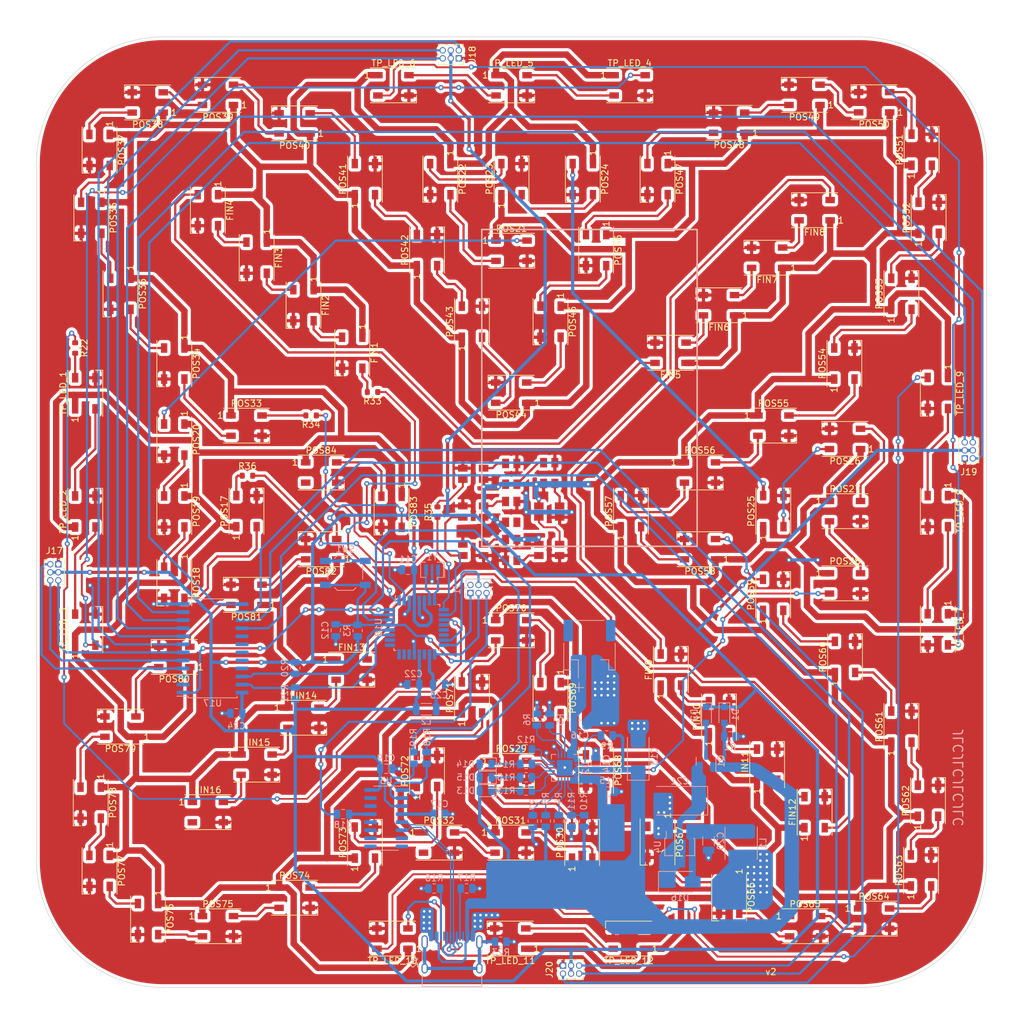
<source format=kicad_pcb>
(kicad_pcb (version 20211014) (generator pcbnew)
  (layers (0 "F.Cu" signal) (31 "B.Cu" signal) (34 "B.Paste" user) (35 "F.Paste" user) (36 "B.SilkS" user "B.Silkscreen") (37 "F.SilkS" user "F.Silkscreen") (38 "B.Mask" user) (39 "F.Mask" user) (44 "Edge.Cuts" user))
  (net 0 "")
  (net 1 "+BATT")
  (net 2 "GND")
  (net 3 "VDD")
  (net 4 "RESET")
  (net 5 "VBUS")
  (net 6 "/Power/CH_OUT")
  (net 7 "Net-(C17-Pad1)")
  (net 8 "Net-(C18-Pad2)")
  (net 9 "Net-(C20-Pad1)")
  (net 10 "Net-(C21-Pad1)")
  (net 11 "Net-(C23-Pad1)")
  (net 12 "Net-(D2-Pad2)")
  (net 13 "Net-(D13-Pad1)")
  (net 14 "Net-(D14-Pad1)")
  (net 15 "Net-(D15-Pad1)")
  (net 16 "VCC")
  (net 17 "Net-(FIN1-Pad2)")
  (net 18 "/LEDs/Finish (16LEDs)/Finish-LEDs")
  (net 19 "Net-(FIN2-Pad2)")
  (net 20 "Net-(FIN15-Pad2)")
  (net 21 "Net-(FIN3-Pad2)")
  (net 22 "Net-(FIN4-Pad2)")
  (net 23 "Net-(FIN5-Pad2)")
  (net 24 "Net-(FIN6-Pad2)")
  (net 25 "Net-(FIN7-Pad2)")
  (net 26 "Net-(FIN10-Pad4)")
  (net 27 "Net-(FIN10-Pad2)")
  (net 28 "Net-(FIN11-Pad2)")
  (net 29 "Net-(FIN12-Pad2)")
  (net 30 "Net-(FIN13-Pad2)")
  (net 31 "Net-(FIN14-Pad2)")
  (net 33 "MISO")
  (net 35 "SCK")
  (net 36 "MOSI")
  (net 37 "Net-(J2-PadA5)")
  (net 38 "D+")
  (net 39 "D-")
  (net 41 "Net-(J2-PadB5)")
  (net 43 "Net-(LED1-Pad2)")
  (net 44 "/LEDs/Cube (9LEDs)/Cube-LEDs")
  (net 45 "Net-(LED2-Pad2)")
  (net 46 "Net-(LED3-Pad2)")
  (net 47 "Net-(LED4-Pad2)")
  (net 48 "Net-(LED5-Pad2)")
  (net 49 "Net-(LED6-Pad2)")
  (net 50 "Net-(LED7-Pad2)")
  (net 51 "Net-(LED8-Pad2)")
  (net 53 "Net-(POS17-Pad2)")
  (net 54 "/LEDs/Start (16LEDs)/Start-LEDs")
  (net 55 "Net-(POS18-Pad2)")
  (net 56 "Net-(POS19-Pad2)")
  (net 57 "Net-(POS20-Pad2)")
  (net 58 "Net-(POS21-Pad2)")
  (net 59 "Net-(POS22-Pad2)")
  (net 60 "Net-(POS23-Pad2)")
  (net 61 "Net-(POS24-Pad2)")
  (net 62 "Net-(POS25-Pad2)")
  (net 63 "Net-(POS26-Pad2)")
  (net 64 "Net-(POS27-Pad2)")
  (net 65 "Net-(POS28-Pad2)")
  (net 66 "Net-(POS29-Pad2)")
  (net 67 "Net-(POS30-Pad2)")
  (net 69 "Net-(POS33-Pad2)")
  (net 70 "/LEDs/Positions (52LEDs)/Positions-LEDs")
  (net 71 "Net-(POS34-Pad2)")
  (net 72 "Net-(POS35-Pad2)")
  (net 73 "Net-(POS36-Pad2)")
  (net 74 "Net-(POS37-Pad2)")
  (net 75 "Net-(POS38-Pad2)")
  (net 76 "Net-(POS39-Pad2)")
  (net 77 "Net-(POS40-Pad2)")
  (net 78 "Net-(POS41-Pad2)")
  (net 79 "Net-(POS42-Pad2)")
  (net 80 "Net-(POS43-Pad2)")
  (net 81 "Net-(POS44-Pad2)")
  (net 82 "Net-(POS45-Pad2)")
  (net 83 "Net-(POS46-Pad2)")
  (net 84 "Net-(POS47-Pad2)")
  (net 85 "Net-(POS48-Pad2)")
  (net 86 "Net-(POS49-Pad2)")
  (net 87 "Net-(POS50-Pad2)")
  (net 88 "Net-(POS51-Pad2)")
  (net 89 "Net-(POS52-Pad2)")
  (net 90 "Net-(POS53-Pad2)")
  (net 91 "Net-(POS54-Pad2)")
  (net 92 "Net-(POS55-Pad2)")
  (net 93 "Net-(POS56-Pad2)")
  (net 94 "Net-(POS57-Pad2)")
  (net 95 "Net-(POS58-Pad2)")
  (net 96 "Net-(POS59-Pad2)")
  (net 97 "Net-(POS60-Pad2)")
  (net 98 "Net-(POS61-Pad2)")
  (net 99 "Net-(POS62-Pad2)")
  (net 100 "Net-(POS63-Pad2)")
  (net 101 "Net-(POS64-Pad2)")
  (net 102 "Net-(POS65-Pad2)")
  (net 103 "Net-(POS66-Pad2)")
  (net 104 "Net-(POS67-Pad2)")
  (net 105 "Net-(POS68-Pad2)")
  (net 106 "Net-(POS69-Pad2)")
  (net 107 "Net-(POS70-Pad2)")
  (net 108 "Net-(POS71-Pad2)")
  (net 109 "Net-(POS72-Pad2)")
  (net 110 "Net-(POS73-Pad2)")
  (net 111 "Net-(POS74-Pad2)")
  (net 112 "Net-(POS75-Pad2)")
  (net 113 "Net-(POS76-Pad2)")
  (net 114 "Net-(POS77-Pad2)")
  (net 115 "Net-(POS82-Pad2)")
  (net 116 "Net-(POS83-Pad2)")
  (net 118 "Net-(R4-Pad1)")
  (net 119 "Net-(R5-Pad1)")
  (net 120 "Net-(R6-Pad1)")
  (net 121 "Net-(R7-Pad1)")
  (net 122 "Net-(R8-Pad1)")
  (net 123 "Net-(R9-Pad1)")
  (net 124 "Net-(R10-Pad2)")
  (net 125 "Net-(R12-Pad1)")
  (net 126 "Net-(R13-Pad2)")
  (net 127 "Net-(R14-Pad2)")
  (net 128 "Net-(R15-Pad2)")
  (net 129 "RX")
  (net 130 "Net-(R18-Pad2)")
  (net 131 "TX")
  (net 132 "Net-(R19-Pad2)")
  (net 133 "NP_5")
  (net 134 "Net-(R22-Pad2)")
  (net 135 "NP_1")
  (net 136 "NP_2")
  (net 137 "NP_3")
  (net 138 "NP_4")
  (net 141 "INT")
  (net 150 "Net-(FIN8-Pad2)")
  (net 151 "Net-(POS31-Pad2)")
  (net 152 "Net-(POS78-Pad2)")
  (net 153 "Net-(POS79-Pad2)")
  (net 154 "Net-(POS80-Pad2)")
  (net 155 "Net-(POS81-Pad2)")
  (net 156 "SDA")
  (net 157 "SCL")
  (net 163 "Net-(U18-Pad7)")
  (net 164 "Net-(U18-Pad8)")
  (net 174 "Net-(TP_LED_1-Pad2)")
  (net 175 "Net-(TP_LED_2-Pad2)")
  (net 176 "Net-(TP_LED_3-Pad2)")
  (net 177 "Net-(TP_LED_4-Pad2)")
  (net 178 "Net-(TP_LED_5-Pad2)")
  (net 179 "Net-(TP_LED_6-Pad2)")
  (net 180 "Net-(TP_LED_7-Pad2)")
  (net 181 "Net-(TP_LED_8-Pad2)")
  (net 182 "TP_2")
  (net 183 "Net-(TP_LED_10-Pad2)")
  (net 184 "Net-(TP_LED_11-Pad2)")
  (net 186 "TP_3")
  (net 187 "TP_1")
  (net 188 "TP_5")
  (net 189 "TP_6")
  (net 190 "TP_4")
  (net 191 "TP_8")
  (net 192 "TP_9")
  (net 193 "TP_7")
  (net 194 "TP_11")
  (net 195 "TP_12")
  (net 196 "TP_10")
  (net 197 "Net-(TP_LED_10-Pad4)")
  (net 198 "Net-(J2-PadS1)")
  (footprint "LED_SMD:LED_WS2812B_PLCC4_5.0x5.0mm_P3.2mm" (layer "F.Cu") (at 153.949995 40.45 -90)
    (fp_text reference "POS24")
    (fp_text value "WS2812-4020_dual")
  )
  (footprint "LED_SMD:LED_WS2812B_PLCC4_5.0x5.0mm_P3.2mm" (layer "F.Cu") (at 190.55 45.35 180)
    (fp_text reference "FIN8")
    (fp_text value "WS2812-4020_dual")
  )
  (footprint "LED_SMD:LED_WS2812B_PLCC4_5.0x5.0mm_P3.2mm" (layer "F.Cu") (at 100.85 106.05 180)
    (fp_text reference "POS81")
    (fp_text value "WS2812-4020_dual")
  )
  (footprint "LED_SMD:LED_WS2812B_PLCC4_5.0x5.0mm_P3.2mm" (layer "F.Cu") (at 172.45 98.85 180)
    (fp_text reference "POS58")
    (fp_text value "WS2812-4020_dual")
  )
  (footprint "LED_SMD:LED_WS2812B_PLCC4_5.0x5.0mm_P3.2mm" (layer "F.Cu") (at 204.249996 126.85 90)
    (fp_text reference "POS61")
    (fp_text value "WS2812-4020_dual")
  )
  (footprint "LED_SMD:LED_WS2812B_PLCC4_5.0x5.0mm_P3.2mm" (layer "F.Cu") (at 175.45 125.35 90)
    (fp_text reference "FIN10")
    (fp_text value "WS2812-4020_dual")
  )
  (footprint "LED_SMD:LED_WS2812B_PLCC4_5.0x5.0mm_P3.2mm" (layer "F.Cu") (at 153.849995 145.149996 90)
    (fp_text reference "POS30")
    (fp_text value "WS2812-4020_dual")
  )
  (footprint "FieldBoard_footprint:WS2812-mini" (layer "F.Cu") (at 136.649992 98.958851)
    (fp_text reference "LED7" hide)
    (fp_text value "WS2812-4020_single")
  )
  (footprint "LED_SMD:LED_WS2812B_PLCC4_5.0x5.0mm_P3.2mm" (layer "F.Cu") (at 177.05 153.85 -90)
    (fp_text reference "POS66")
    (fp_text value "WS2812-4020_dual")
  )
  (footprint "LED_SMD:LED_WS2812B_PLCC4_5.0x5.0mm_P3.2mm" (layer "F.Cu") (at 142.649992 133.832315)
    (fp_text reference "POS29")
    (fp_text value "WS2812-4020_dual")
  )
  (footprint "LED_SMD:LED_WS2812B_PLCC4_5.0x5.0mm_P3.2mm" (layer "F.Cu") (at 190.55 140.35 90)
    (fp_text reference "FIN12")
    (fp_text value "WS2812-4020_dual")
  )
  (footprint "LED_SMD:LED_WS2812B_PLCC4_5.0x5.0mm_P3.2mm" (layer "F.Cu") (at 76.25 138.85 -90)
    (fp_text reference "POS78")
    (fp_text value "WS2812-4020_dual")
  )
  (footprint "LED_SMD:LED_WS2812B_PLCC4_5.0x5.0mm_P3.2mm" (layer "F.Cu") (at 136.45 122.25 90)
    (fp_text reference "POS71")
    (fp_text value "WS2812-4020_dual")
  )
  (footprint "LED_SMD:LED_WS2812B_PLCC4_5.0x5.0mm_P3.2mm" (layer "F.Cu") (at 195.349988 92.846976)
    (fp_text reference "POS27")
    (fp_text value "WS2812-4020_dual")
  )
  (footprint "LED_SMD:LED_WS2812B_PLCC4_5.0x5.0mm_P3.2mm" (layer "F.Cu") (at 165.75 40.45 -90)
    (fp_text reference "POS47")
    (fp_text value "WS2812-4020_dual")
  )
  (footprint "LED_SMD:LED_WS2812B_PLCC4_5.0x5.0mm_P3.2mm" (layer "F.Cu") (at 172.45 86.75)
    (fp_text reference "POS56")
    (fp_text value "WS2812-4020_dual")
  )
  (footprint "LED_SMD:LED_WS2812B_PLCC4_5.0x5.0mm_P3.2mm" (layer "F.Cu") (at 94.75 45.35 -90)
    (fp_text reference "FIN4")
    (fp_text value "WS2812-4020_dual")
  )
  (footprint "LED_SMD:LED_WS2812B_PLCC4_5.0x5.0mm_P3.2mm" (layer "F.Cu") (at 85.25 28.35 180)
    (fp_text reference "POS38")
    (fp_text value "WS2812-4020_dual")
  )
  (footprint "LED_SMD:LED_WS2812B_PLCC4_5.0x5.0mm_P3.2mm" (layer "F.Cu") (at 100.849999 79.35)
    (fp_text reference "POS33")
    (fp_text value "WS2812-4020_dual")
  )
  (footprint "LED_SMD:LED_WS2812B_PLCC4_5.0x5.0mm_P3.2mm" (layer "F.Cu") (at 189.05 158.35)
    (fp_text reference "POS65")
    (fp_text value "WS2812-4020_dual")
  )
  (footprint "LED_SMD:LED_WS2812B_PLCC4_5.0x5.0mm_P3.2mm" (layer "F.Cu") (at 96.35 27.15 180)
    (fp_text reference "POS39")
    (fp_text value "WS2812-4020_dual")
  )
  (footprint "LED_SMD:LED_WS2812B_PLCC4_5.0x5.0mm_P3.2mm" (layer "F.Cu") (at 210 74.196976 -90)
    (fp_text reference "TP_LED_9")
    (fp_text value "WS2812-4020_dual")
  )
  (footprint "LED_SMD:LED_WS2812B_PLCC4_5.0x5.0mm_P3.2mm" (layer "F.Cu") (at 76.35 46.55 -90)
    (fp_text reference "POS36")
    (fp_text value "WS2812-4020_dual")
  )
  (footprint "Resistor_SMD:R_0603_1608Metric" (layer "F.Cu") (at 73.8 67.1 -90)
    (fp_text reference "R22")
    (fp_text value "470R")
  )
  (footprint "FieldBoard_footprint:WS2812-mini" (layer "F.Cu") (at 142.649992 86.95885 90)
    (fp_text reference "LED2" hide)
    (fp_text value "WS2812-4020_single")
  )
  (footprint "LED_SMD:LED_WS2812B_PLCC4_5.0x5.0mm_P3.2mm" (layer "F.Cu") (at 75.4 92.9 90)
    (fp_text reference "TP_LED_2")
    (fp_text value "WS2812-4020_dual")
  )
  (footprint "LED_SMD:LED_WS2812B_PLCC4_5.0x5.0mm_P3.2mm" (layer "F.Cu") (at 129.35 133.85 90)
    (fp_text reference "POS72")
    (fp_text value "WS2812-4020_dual")
  )
  (footprint "LED_SMD:LED_WS2812B_PLCC4_5.0x5.0mm_P3.2mm" (layer "F.Cu") (at 161.350004 25.65)
    (fp_text reference "TP_LED_4")
    (fp_text value "WS2812-4020_dual")
  )
  (footprint "LED_SMD:LED_WS2812B_PLCC4_5.0x5.0mm_P3.2mm" (layer "F.Cu") (at 148.85 122.35 -90)
    (fp_text reference "POS69")
    (fp_text value "WS2812-4020_dual")
  )
  (footprint "LED_SMD:LED_WS2812B_PLCC4_5.0x5.0mm_P3.2mm" (layer "F.Cu") (at 100.849999 92.849999 90)
    (fp_text reference "POS17")
    (fp_text value "WS2812-4020_dual")
  )
  (footprint "Connector_PinSocket_1.27mm:PinSocket_2x03_P1.27mm_Vertical" (layer "F.Cu") (at 134.375 21.395 -90)
    (fp_text reference "J18")
    (fp_text value "Conn_02x03_Odd_Even")
  )
  (footprint "LED_SMD:LED_WS2812B_PLCC4_5.0x5.0mm_P3.2mm" (layer "F.Cu") (at 161.196969 160.3 180)
    (fp_text reference "TP_LED_12")
    (fp_text value "WS2812-4020_dual")
  )
  (footprint "LED_SMD:LED_WS2812B_PLCC4_5.0x5.0mm_P3.2mm" (layer "F.Cu") (at 210 92.846976 -90)
    (fp_text reference "TP_LED_8")
    (fp_text value "WS2812-4020_dual")
  )
  (footprint "LED_SMD:LED_WS2812B_PLCC4_5.0x5.0mm_P3.2mm" (layer "F.Cu") (at 142.546969 145.149996)
    (fp_text reference "POS31")
    (fp_text value "WS2812-4020_dual")
  )
  (footprint "LED_SMD:LED_WS2812B_PLCC4_5.0x5.0mm_P3.2mm" (layer "F.Cu") (at 167.85 117.85 90)
    (fp_text reference "FIN9")
    (fp_text value "WS2812-4020_dual")
  )
  (footprint "LED_SMD:LED_WS2812B_PLCC4_5.0x5.0mm_P3.2mm" (layer "F.Cu") (at 142.5 160.3 180)
    (fp_text reference "TP_LED_11")
    (fp_text value "WS2812-4020_dual")
  )
  (footprint "LED_SMD:LED_WS2812B_PLCC4_5.0x5.0mm_P3.2mm" (layer "F.Cu") (at 208.55 46.55 90)
    (fp_text reference "POS52")
    (fp_text value "WS2812-4020_dual")
  )
  (footprint "LED_SMD:LED_WS2812B_PLCC4_5.0x5.0mm_P3.2mm" (layer "F.Cu") (at 117.45 117.85)
    (fp_text reference "FIN13")
    (fp_text value "WS2812-4020_dual")
  )
  (footprint "LED_SMD:LED_WS2812B_PLCC4_5.0x5.0mm_P3.2mm" (layer "F.Cu") (at 77.65 149.617677 -90)
    (fp_text reference "POS77")
    (fp_text value "WS2812-4020_dual")
  )
  (footprint "LED_SMD:LED_WS2812B_PLCC4_5.0x5.0mm_P3.2mm" (layer "F.Cu") (at 75.4 74.25 90)
    (fp_text reference "TP_LED_1")
    (fp_text value "WS2812-4020_dual")
  )
  (footprint "FieldBoard_footprint:WS2812-mini" (layer "F.Cu") (at 136.649992 86.95 180)
    (fp_text reference "LED1" hide)
    (fp_text value "WS2812-4020_single")
  )
  (footprint "LED_SMD:LED_WS2812B_PLCC4_5.0x5.0mm_P3.2mm" (layer "F.Cu") (at 80.95 58.55 -90)
    (fp_text reference "POS35")
    (fp_text value "WS2812-4020_dual")
  )
  (footprint "LED_SMD:LED_WS2812B_PLCC4_5.0x5.0mm_P3.2mm" (layer "F.Cu") (at 119.55 40.45 90)
    (fp_text reference "POS41")
    (fp_text value "WS2812-4020_dual")
  )
  (footprint "LED_SMD:LED_WS2812B_PLCC4_5.0x5.0mm_P3.2mm" (layer "F.Cu") (at 94.75 140.35)
    (fp_text reference "FIN16")
    (fp_text value "WS2812-4020_dual")
  )
  (footprint "LED_SMD:LED_WS2812B_PLCC4_5.0x5.0mm_P3.2mm" (layer "F.Cu") (at 195.349988 81.449996 180)
    (fp_text reference "POS26")
    (fp_text value "WS2812-4020_dual")
  )
  (footprint "LED_SMD:LED_WS2812B_PLCC4_5.0x5.0mm_P3.2mm" (layer "F.Cu") (at 142.7 25.65)
    (fp_text reference "TP_LED_5")
    (fp_text value "WS2812-4020_dual")
  )
  (footprint "LED_SMD:LED_WS2812B_PLCC4_5.0x5.0mm_P3.2mm" (layer "F.Cu") (at 161.55 92.85 90)
    (fp_text reference "POS57")
    (fp_text value "WS2812-4020_dual")
  )
  (footprint "LED_SMD:LED_WS2812B_PLCC4_5.0x5.0mm_P3.2mm" (layer "F.Cu") (at 142.700004 40.45 90)
    (fp_text reference "POS23")
    (fp_text value "WS2812-4020_dual")
  )
  (footprint "FieldBoard_footprint:WS2812-mini" (layer "F.Cu") (at 136.649992 92.908851 180)
    (fp_text reference "LED8" hide)
    (fp_text value "WS2812-4020_single")
  )
  (footprint "Resistor_SMD:R_0603_1608Metric" (layer "F.Cu") (at 101 87.25 180)
    (fp_text reference "R36")
    (fp_text value "470R")
  )
  (footprint "LED_SMD:LED_WS2812B_PLCC4_5.0x5.0mm_P3.2mm" (layer "F.Cu") (at 177.05 31.55 180)
    (fp_text reference "POS48")
    (fp_text value "WS2812-4020_dual")
  )
  (footprint "LED_SMD:LED_WS2812B_PLCC4_5.0x5.0mm_P3.2mm" (layer "F.Cu") (at 129.35 51.65 90)
    (fp_text reference "POS42")
    (fp_text value "WS2812-4020_dual")
  )
  (footprint "LED_SMD:LED_WS2812B_PLCC4_5.0x5.0mm_P3.2mm" (layer "F.Cu") (at 195.349988 104.250001)
    (fp_text reference "POS28")
    (fp_text value "WS2812-4020_dual")
  )
  (footprint "Resistor_SMD:R_0603_1608Metric" (layer "F.Cu") (at 131 93 90)
    (fp_text reference "R35")
    (fp_text value "470R")
  )
  (footprint "LED_SMD:LED_WS2812B_PLCC4_5.0x5.0mm_P3.2mm" (layer "F.Cu") (at 119.55 145.15 90)
    (fp_text reference "POS73")
    (fp_text value "WS2812-4020_dual")
  )
  (footprint "LED_SMD:LED_WS2812B_PLCC4_5.0x5.0mm_P3.2mm" (layer "F.Cu") (at 89.45 115.85 180)
    (fp_text reference "POS80")
    (fp_text value "WS2812-4020_dual")
  )
  (footprint "FieldBoard_footprint:WS2812-mini" (layer "F.Cu") (at 142.649992 98.958839 -90)
    (fp_text reference "LED6" hide)
    (fp_text value "WS2812-4020_single")
  )
  (footprint "LED_SMD:LED_WS2812B_PLCC4_5.0x5.0mm_P3.2mm" (layer "F.Cu") (at 184.05 79.35)
    (fp_text reference "POS55")
    (fp_text value "WS2812-4020_dual")
  )
  (footprint "LED_SMD:LED_WS2812B_PLCC4_5.0x5.0mm_P3.2mm" (layer "F.Cu") (at 207.45 35.814644 90)
    (fp_text reference "POS51")
    (fp_text value "WS2812-4020_dual")
  )
  (footprint "LED_SMD:LED_WS2812B_PLCC4_5.0x5.0mm_P3.2mm" (layer "F.Cu") (at 109.85 125.45)
    (fp_text reference "FIN14")
    (fp_text value "WS2812-4020_dual")
  )
  (footprint "LED_SMD:LED_WS2812B_PLCC4_5.0x5.0mm_P3.2mm" (layer "F.Cu") (at 188.95 27.15 180)
    (fp_text reference "POS49")
    (fp_text value "WS2812-4020_dual")
  )
  (footprint "LED_SMD:LED_WS2812B_PLCC4_5.0x5.0mm_P3.2mm" (layer "F.Cu") (at 142.65 74.15 180)
    (fp_text reference "POS44")
    (fp_text value "WS2812-4020_dual")
  )
  (footprint "LED_SMD:LED_WS2812B_PLCC4_5.0x5.0mm_P3.2mm" (layer "F.Cu") (at 195.349988 115.85 90)
    (fp_text reference "POS60")
    (fp_text value "WS2812-4020_dual")
  )
  (footprint "LED_SMD:LED_WS2812B_PLCC4_5.0x5.0mm_P3.2mm" (layer "F.Cu") (at 142.700004 51.750005)
    (fp_text reference "POS21")
    (fp_text value "WS2812-4020_dual")
  )
  (footprint "LED_SMD:LED_WS2812B_PLCC4_5.0x5.0mm_P3.2mm" (layer "F.Cu") (at 183.05 52.85 180)
    (fp_text reference "FIN7")
    (fp_text value "WS2812-4020_dual")
  )
  (footprint "LED_SMD:LED_WS2812B_PLCC4_5.0x5.0mm_P3.2mm" (layer "F.Cu") (at 167.8 67.85 180)
    (fp_text reference "FIN5")
    (fp_text value "WS2812-4020_dual")
  )
  (footprint "LED_SMD:LED_WS2812B_PLCC4_5.0x5.0mm_P3.2mm" (layer "F.Cu") (at 184 106.05 90)
    (fp_text reference "POS59")
    (fp_text value "WS2812-4020_dual")
  )
  (footprint "FieldBoard_footprint:WS2812-mini" (layer "F.Cu") (at 148.649992 86.841172 90)
    (fp_text reference "LED3" hide)
    (fp_text value "WS2812-4020_single")
  )
  (footprint "LED_SMD:LED_WS2812B_PLCC4_5.0x5.0mm_P3.2mm" (layer "F.Cu") (at 102.45 132.85)
    (fp_text reference "FIN15")
    (fp_text value "WS2812-4020_dual")
  )
  (footprint "LED_SMD:LED_WS2812B_PLCC4_5.0x5.0mm_P3.2mm" (layer "F.Cu") (at 123.896969 160.3 180)
    (fp_text reference "TP_LED_10")
    (fp_text value "WS2812-4020_dual")
  )
  (footprint "Connector_PinSocket_1.27mm:PinSocket_2x03_P1.27mm_Vertical" (layer "F.Cu") (at 71.145 101.225)
    (fp_text reference "J17")
    (fp_text value "Conn_02x03_Odd_Even")
  )
  (footprint "LED_SMD:LED_WS2812B_PLCC4_5.0x5.0mm_P3.2mm" (layer "F.Cu") (at 123.75 92.95 -90)
    (fp_text reference "POS83")
    (fp_text value "WS2812-4020_dual")
  )
  (footprint "Resistor_SMD:R_0603_1608Metric" (layer "F.Cu") (at 120.75 74.05 180)
    (fp_text reference "R33")
    (fp_text value "470R")
  )
  (footprint "LED_SMD:LED_WS2812B_PLCC4_5.0x5.0mm_P3.2mm" (layer "F.Cu") (at 207.35 149.55 90)
    (fp_text reference "POS63")
    (fp_text value "WS2812-4020_dual")
  )
  (footprint "LED_SMD:LED_WS2812B_PLCC4_5.0x5.0mm_P3.2mm" (layer "F.Cu") (at 195.25 69.55 90)
    (fp_text reference "POS54")
    (fp_text value "WS2812-4020_dual")
  )
  (footprint "LED_SMD:LED_WS2812B_PLCC4_5.0x5.0mm_P3.2mm" (layer "F.Cu") (at 142.65 111.65)
    (fp_text reference "POS70")
    (fp_text value "WS2812-4020_dual")
  )
  (footprint "LED_SMD:LED_WS2812B_PLCC4_5.0x5.0mm_P3.2mm" (layer "F.Cu") (at 112.65 86.75)
    (fp_text reference "POS84")
    (fp_text value "WS2812-4020_dual")
  )
  (footprint "LED_SMD:LED_WS2812B_PLCC4_5.0x5.0mm_P3.2mm" (layer "F.Cu") (at 77.65 35.85 -90)
    (fp_text reference "POS37")
    (fp_text value "WS2812-4020_dual")
  )
  (footprint "LED_SMD:LED_WS2812B_PLCC4_5.0x5.0mm_P3.2mm" (layer "F.Cu") (at 89.449997 92.900011 -90)
    (fp_text reference "POS19")
    (fp_text value "WS2812-4020_dual")
  )
  (footprint "LED_SMD:LED_WS2812B_PLCC4_5.0x5.0mm_P3.2mm" (layer "F.Cu") (at 131.449989 40.45 -90)
    (fp_text reference "POS22")
    (fp_text value "WS2812-4020_dual")
  )
  (footprint "LED_SMD:LED_WS2812B_PLCC4_5.0x5.0mm_P3.2mm" (layer "F.Cu") (at 85.303033 157.217677 -90)
    (fp_text reference "POS76")
    (fp_text value "WS2812-4020_dual")
  )
  (footprint "LED_SMD:LED_WS2812B_PLCC4_5.0x5.0mm_P3.2mm" (layer "F.Cu") (at 199.932322 157.15)
    (fp_text reference "POS64")
    (fp_text value "WS2812-4020_dual")
  )
  (footprint "LED_SMD:LED_WS2812B_PLCC4_5.0x5.0mm_P3.2mm" (layer "F.Cu") (at 75.4 111.55 90)
    (fp_text reference "TP_LED_3")
    (fp_text value "WS2812-4020_dual")
  )
  (footprint "LED_SMD:LED_WS2812B_PLCC4_5.0x5.0mm_P3.2mm" (layer "F.Cu") (at 165.75 145.05 -90)
    (fp_text reference "POS67")
    (fp_text value "WS2812-4020_dual")
  )
  (footprint "LED_SMD:LED_WS2812B_PLCC4_5.0x5.0mm_P3.2mm" (layer "F.Cu") (at 96.35 158.35)
    (fp_text reference "POS75")
    (fp_text value "WS2812-4020_dual")
  )
  (footprint "LED_SMD:LED_WS2812B_PLCC4_5.0x5.0mm_P3.2mm" (layer "F.Cu") (at 175.45 60.35 180)
    (fp_text reference "FIN6")
    (fp_text value "WS2812-4020_dual")
  )
  (footprint "LED_SMD:LED_WS2812B_PLCC4_5.0x5.0mm_P3.2mm" (layer "F.Cu") (at 80.95 126.85 180)
    (fp_text reference "POS79")
    (fp_text value "WS2812-4020_dual")
  )
  (footprint "LED_SMD:LED_WS2812B_PLCC4_5.0x5.0mm_P3.2mm" (layer "F.Cu") (at 102.45 52.85 -90)
    (fp_text reference "FIN3")
    (fp_text value "WS2812-4020_dual")
  )
  (footprint "LED_SMD:LED_WS2812B_PLCC4_5.0x5.0mm_P3.2mm" (layer "F.Cu") (at 89.45 69.55 -90)
    (fp_text reference "POS34")
    (fp_text value "WS2812-4020_dual")
  )
  (footprint "LED_SMD:LED_WS2812B_PLCC4_5.0x5.0mm_P3.2mm" (layer "F.Cu") (at 117.55 67.85 -90)
    (fp_text reference "FIN1")
    (fp_text value "WS2812-4020_dual")
  )
  (footprint "LED_SMD:LED_WS2812B_PLCC4_5.0x5.0mm_P3.2mm" (layer "F.Cu") (at 148.85 62.95 -90)
    (fp_text reference "POS45")
    (fp_text value "WS2812-4020_dual")
  )
  (footprint "LED_SMD:LED_WS2812B_PLCC4_5.0x5.0mm_P3.2mm" (layer "F.Cu") (at 183.05 132.85 90)
    (fp_text reference "FIN11")
    (fp_text value "WS2812-4020_dual")
  )
  (footprint "Connector_PinSocket_1.27mm:PinSocket_2x03_P1.27mm_Vertical" (layer "F.Cu") (at 214.255 84.525 180)
    (fp_text reference "J19")
    (fp_text value "Conn_02x03_Odd_Even")
  )
  (footprint "LED_SMD:LED_WS2812B_PLCC4_5.0x5.0mm_P3.2mm" (layer "F.Cu") (at 210 111.496976 -90)
    (fp_text reference "TP_LED_7")
    (fp_text value "WS2812-4020_dual")
  )
  (footprint "LED_SMD:LED_WS2812B_PLCC4_5.0x5.0mm_P3.2mm" (layer "F.Cu") (at 89.449997 104.15 -90)
    (fp_text reference "POS18")
    (fp_text value "WS2812-4020_dual")
  )
  (footprint "FieldBoard_footprint:WS2812-mini" (layer "F.Cu") (at 148.649992 92.908851)
    (fp_text reference "LED4" hide)
    (fp_text value "WS2812-4020_single")
  )
  (footprint "LED_SMD:LED_WS2812B_PLCC4_5.0x5.0mm_P3.2mm" (layer "F.Cu") (at 136.45 62.95 90)
    (fp_text reference "POS43")
    (fp_text value "WS2812-4020_dual")
  )
  (footprint "LED_SMD:LED_WS2812B_PLCC4_5.0x5.0mm_P3.2mm" (layer "F.Cu") (at 89.449997 81.549996 -90)
    (fp_text reference "POS20")
    (fp_text value "WS2812-4020_dual")
  )
  (footprint "LED_SMD:LED_WS2812B_PLCC4_5.0x5.0mm_P3.2mm" (layer "F.Cu") (at 204.25 58.55 90)
    (fp_text reference "POS53")
    (fp_text value "WS2812-4020_dual")
  )
  (footprint "LED_SMD:LED_WS2812B_PLCC4_5.0x5.0mm_P3.2mm" (layer "F.Cu") (at 156.05 51.65 -90)
    (fp_text reference "POS46")
    (fp_text value "WS2812-4020_dual")
  )
  (footprint "LED_SMD:LED_WS2812B_PLCC4_5.0x5.0mm_P3.2mm" (layer "F.Cu") (at 184.032332 92.849999 90)
    (fp_text reference "POS25")
    (fp_text value "WS2812-4020_dual")
  )
  (footprint "LED_SMD:LED_WS2812B_PLCC4_5.0x5.0mm_P3.2mm" (layer "F.Cu") (at 124.050004 25.65)
    (fp_text reference "TP_LED_6")
    (fp_text value "WS2812-4020_dual")
  )
  (footprint "LED_SMD:LED_WS2812B_PLCC4_5.0x5.0mm_P3.2mm" (layer "F.Cu") (at 199.95 28.317677 180)
    (fp_text reference "POS50")
    (fp_text value "WS2812-4020_dual")
  )
  (footprint "Connector_PinSocket_1.27mm:PinSocket_2x03_P1.27mm_Vertical" (layer "F.Cu") (at 150.825 164.555 90)
    (fp_text reference "J20")
    (fp_text value "Conn_02x03_Odd_Even")
  )
  (footprint "FieldBoard_footprint:WS2812-mini" (layer "F.Cu") (at 148.649992 98.958851)
    (fp_text reference "LED5" hide)
    (fp_text value "WS2812-4020_single")
  )
  (footprint "LED_SMD:LED_WS2812B_PLCC4_5.0x5.0mm_P3.2mm" (layer "F.Cu") (at 108.45 31.65 180)
    (fp_text reference "POS40")
    (fp_text value "WS2812-4020_dual")
  )
  (footprint "LED_SMD:LED_WS2812B_PLCC4_5.0x5.0mm_P3.2mm" (layer "F.Cu") (at 108.45 153.85)
    (fp_text reference "POS74")
    (fp_text value "WS2812-4020_dual")
  )
  (footprint "LED_SMD:LED_WS2812B_PLCC4_5.0x5.0mm_P3.2mm" (layer "F.Cu") (at 109.85 60.35 -90)
    (fp_text reference "FIN2")
    (fp_text value "WS2812-4020_dual")
  )
  (footprint "LED_SMD:LED_WS2812B_PLCC4_5.0x5.0mm_P3.2mm" (layer "F.Cu") (at 131.249989 145.149996)
    (fp_text reference "POS32")
    (fp_text value "WS2812-4020_dual")
  )
  (footprint "LED_SMD:LED_WS2812B_PLCC4_5.0x5.0mm_P3.2mm" (layer "F.Cu") (at 208.45 138.55 90)
    (fp_text reference "POS62")
    (fp_text value "WS2812-4020_dual")
  )
  (footprint "FieldBoard_footprint:WS2812-mini" (layer "F.Cu") (at 142.649992 92.958838 90)
    (fp_text reference "LED9" hide)
    (fp_text value "WS2812-4020_single")
  )
  (footprint "LED_SMD:LED_WS2812B_PLCC4_5.0x5.0mm_P3.2mm" (layer "F.Cu") (at 156.05 133.75 -90)
    (fp_text reference "POS68")
    (fp_text value "WS2812-4020_dual")
  )
  (footprint "LED_SMD:LED_WS2812B_PLCC4_5.0x5.0mm_P3.2mm" (layer "F.Cu") (at 112.65 98.85 180)
    (fp_text reference "POS82")
    (fp_text value "WS2812-4020_dual")
  )
  (footprint "Resistor_SMD:R_0603_1608Metric" (layer "F.Cu") (at 111.05 77.75 180)
    (fp_text reference "R34")
    (fp_text value "470R")
  )
  (footprint "Package_DFN_QFN:QFN-20-1EP_4x4mm_P0.5mm_EP2.5x2.5mm" (layer "B.Cu") (at 151.1 133.349 90)
    (fp_text reference "U2")
    (fp_text value "MCP73871-2CC")
  )
  (footprint "Capacitor_SMD:C_0805_2012Metric" (layer "B.Cu") (at 153.499 126.549)
    (fp_text reference "C16")
    (fp_text value "10u")
  )
  (footprint "Package_SO:SOIC-16_3.9x9.9mm_P1.27mm" (layer "B.Cu") (at 122.9 141.3 180)
    (fp_text reference "U3")
    (fp_text value "CH340C")
  )
  (footprint "Resistor_SMD:R_0805_2012Metric" (layer "B.Cu") (at 130.4875 152.4 180)
    (fp_text reference "R16")
    (fp_text value "5k1")
  )
  (footprint "LED_SMD:LED_0805_2012Metric" (layer "B.Cu") (at 138.6 132.749 180)
    (fp_text reference "D14")
    (fp_text value "LED_Small")
  )
  (footprint "LED_SMD:LED_0805_2012Metric" (layer "B.Cu") (at 138.6 136.949 180)
    (fp_text reference "D13")
    (fp_text value "LED_Small")
  )
  (footprint "CNLJS:USB_C_Receptacle_HRO_TYPE-C-31-M-12" (layer "B.Cu") (at 133.3 163.959 180)
    (fp_text reference "J2")
    (fp_text value "USB_C_Receptacle_USB2.0")
  )
  (footprint "Resistor_SMD:R_0805_2012Metric" (layer "B.Cu") (at 150.15 141.749 -90)
    (fp_text reference "R4")
    (fp_text value "10k")
  )
  (footprint "Resistor_SMD:R_0805_2012Metric" (layer "B.Cu") (at 152.15 141.749 -90)
    (fp_text reference "R11")
    (fp_text value "100k")
  )
  (footprint "Resistor_SMD:R_0805_2012Metric" (layer "B.Cu") (at 135.6 152.4)
    (fp_text reference "R17")
    (fp_text value "5k1")
  )
  (footprint "Package_TO_SOT_SMD:SOT-89-3_Handsoldering" (layer "B.Cu") (at 169.25 145.549 -90)
    (fp_text reference "U4")
    (fp_text value "2108")
  )
  (footprint "CNLJS:Padovi_sklopke" (layer "B.Cu") (at 176.5 152.6 180)
    (fp_text reference "J21" hide)
    (fp_text value "Conn_01x01")
  )
  (footprint "CNLJS:Padovi_sklopke" (layer "B.Cu") (at 158.4 142.85 180)
    (fp_text reference "J22" hide)
    (fp_text value "Conn_01x01")
  )
  (footprint "Resistor_SMD:R_0805_2012Metric" (layer "B.Cu") (at 108.55 117.599 -90)
    (fp_text reference "R20")
    (fp_text value "4k7")
  )
  (footprint "Resistor_SMD:R_0805_2012Metric" (layer "B.Cu") (at 177.2 128.4)
    (fp_text reference "R1")
    (fp_text value "10k")
  )
  (footprint "Capacitor_SMD:C_0805_2012Metric" (layer "B.Cu") (at 156 132.7 90)
    (fp_text reference "C14")
    (fp_text value "10u")
  )
  (footprint "Diode_SMD:D_SOD-323_HandSoldering" (layer "B.Cu") (at 173.4 125 -90)
    (fp_text reference "D2")
    (fp_text value "B5819WS")
  )
  (footprint "Capacitor_Tantalum_SMD:CP_EIA-7343-30_AVX-N" (layer "B.Cu") (at 169.25 138.549 180)
    (fp_text reference "C21")
    (fp_text value "47u / 10V")
  )
  (footprint "Resistor_SMD:R_0805_2012Metric" (layer "B.Cu") (at 157.75 128.249)
    (fp_text reference "R9")
    (fp_text value "10k")
  )
  (footprint "Resistor_SMD:R_0805_2012Metric" (layer "B.Cu") (at 145 130.449 180)
    (fp_text reference "R12")
    (fp_text value "10k")
  )
  (footprint "Resistor_SMD:R_0805_2012Metric" (layer "B.Cu") (at 145 132.749)
    (fp_text reference "R14")
    (fp_text value "1k")
  )
  (footprint "Capacitor_SMD:C_0805_2012Metric" (layer "B.Cu") (at 114.949 111.65 -90)
    (fp_text reference "C12")
    (fp_text value "1u")
  )
  (footprint "Resistor_SMD:R_0805_2012Metric" (layer "B.Cu") (at 127.2 131.8 -90)
    (fp_text reference "R19")
    (fp_text value "1k")
  )
  (footprint "CNLJS:JST_PH_S2B-PH-SM4-TB_1x02-1MP_P2.00mm_Horizontal" (layer "B.Cu") (at 155 98.5)
    (fp_text reference "BT1" hide)
    (fp_text value "Battery_Cell")
  )
  (footprint "Resistor_SMD:R_0805_2012Metric" (layer "B.Cu") (at 108.55 121.599 90)
    (fp_text reference "R21")
    (fp_text value "4k7")
  )
  (footprint "Capacitor_SMD:C_1206_3216Metric" (layer "B.Cu") (at 173.8 144.901 -90)
    (fp_text reference "C20")
    (fp_text value "47u")
  )
  (footprint "Capacitor_SMD:C_0805_2012Metric" (layer "B.Cu") (at 158 137.1)
    (fp_text reference "C15")
    (fp_text value "10u")
  )
  (footprint "Capacitor_Tantalum_SMD:CP_EIA-6032-28_Kemet-C" (layer "B.Cu") (at 162.7 131.549 90)
    (fp_text reference "C13")
    (fp_text value "4.7u / 25V")
  )
  (footprint "Capacitor_SMD:C_0805_2012Metric" (layer "B.Cu") (at 122.9 133.5)
    (fp_text reference "C19")
    (fp_text value "100n")
  )
  (footprint "Package_QFP:TQFP-32_7x7mm_P0.8mm" (layer "B.Cu") (at 127.749 111.2 -90)
    (fp_text reference "U18")
    (fp_text value "ATmega328-A")
  )
  (footprint "Resistor_SMD:R_0805_2012Metric" (layer "B.Cu") (at 148.699 125.749 90)
    (fp_text reference "R5")
    (fp_text value "2k")
  )
  (footprint "Resistor_SMD:R_0805_2012Metric" (layer "B.Cu") (at 154.15 141.749 90)
    (fp_text reference "R10")
    (fp_text value "270k")
  )
  (footprint "Capacitor_SMD:C_0805_2012Metric" (layer "B.Cu") (at 127.2 120.2 180)
    (fp_text reference "C22")
    (fp_text value "100n")
  )
  (footprint "Connector_PinSocket_1.27mm:PinSocket_2x03_P1.27mm_Vertical" (layer "B.Cu") (at 136.21 105.77 -90)
    (fp_text reference "J1")
    (fp_text value "USBasp")
  )
  (footprint "Capacitor_SMD:C_0805_2012Metric" (layer "B.Cu") (at 131.249 120.2)
    (fp_text reference "C23")
    (fp_text value "100n")
  )
  (footprint "CNLJS:L_Taiyo-Yuden_NR-50xx" (layer "B.Cu") (at 178.95 145.25 90)
    (fp_text reference "L1")
    (fp_text value "47uH")
  )
  (footprint "Resistor_SMD:R_0805_2012Metric" (layer "B.Cu") (at 145 134.849)
    (fp_text reference "R15")
    (fp_text value "1k")
  )
  (footprint "Capacitor_SMD:C_0805_2012Metric" (layer "B.Cu") (at 99.25 124.75 180)
    (fp_text reference "C24")
    (fp_text value "100n")
  )
  (footprint "Button_Switch_SMD:SW_SPST_TL3342" (layer "B.Cu") (at 116.45 102.597 180)
    (fp_text reference "SW1")
    (fp_text value "SW_Push")
  )
  (footprint "LED_SMD:LED_0805_2012Metric" (layer "B.Cu") (at 138.6 134.849 180)
    (fp_text reference "D15")
    (fp_text value "LED_Small")
  )
  (footprint "Resistor_SMD:R_0805_2012Metric" (layer "B.Cu") (at 129.3 131.8 -90)
    (fp_text reference "R18")
    (fp_text value "1k")
  )
  (footprint "Diode_SMD:D_SMA" (layer "B.Cu") (at 169.3 151.35)
    (fp_text reference "D16")
    (fp_text value "SS14")
  )
  (footprint "CNLJS:CSTCE16M0V53-R0" (layer "B.Cu") (at 130.149 102.1 180)
    (fp_text reference "Y1")
    (fp_text value "16MHz")
  )
  (footprint "Resistor_SMD:R_0805_2012Metric" (layer "B.Cu") (at 141 160.799)
    (fp_text reference "R23")
    (fp_text value "1M")
  )
  (footprint "Capacitor_SMD:C_0805_2012Metric" (layer "B.Cu") (at 126.349 102.1 180)
    (fp_text reference "C11")
    (fp_text value "100n")
  )
  (footprint "Package_TO_SOT_SMD:SOT-23" (layer "B.Cu") (at 173.4 132.3 90)
    (fp_text reference "Q1")
    (fp_text value "Si2319CDS")
  )
  (footprint "Resistor_SMD:R_0805_2012Metric" (layer "B.Cu") (at 145 136.949)
    (fp_text reference "R13")
    (fp_text value "1k")
  )
  (footprint "Resistor_SMD:R_0805_2012Metric" (layer "B.Cu") (at 148.1 141.749 -90)
    (fp_text reference "R8")
    (fp_text value "10k")
  )
  (footprint "Resistor_SMD:R_0805_2012Metric" (layer "B.Cu") (at 146.05 141.7615 -90)
    (fp_text reference "R7")
    (fp_text value "10k")
  )
  (footprint "Diode_SMD:D_SOD-323_HandSoldering" (layer "B.Cu") (at 176.3 125 -90)
    (fp_text reference "D1")
    (fp_text value "B5819WS")
  )
  (footprint "Resistor_SMD:R_0805_2012Metric" (layer "B.Cu") (at 118.399 111.7 -90)
    (fp_text reference "R3")
    (fp_text value "10k")
  )
  (footprint "Resistor_SMD:R_0805_2012Metric" (layer "B.Cu") (at 146.699 125.749 90)
    (fp_text reference "R6")
    (fp_text value "100k")
  )
  (footprint "Inductor_SMD:L_1206_3216Metric" (layer "B.Cu") (at 129.225 124.1)
    (fp_text reference "L2")
    (fp_text value "10u")
  )
  (footprint "Capacitor_SMD:C_0805_2012Metric" (layer "B.Cu") (at 131.3 140.65)
    (fp_text reference "C17")
    (fp_text value "10n")
  )
  (footprint "Capacitor_SMD:C_0805_2012Metric" (layer "B.Cu") (at 116.1 140.665)
    (fp_text reference "C18")
    (fp_text value "100n")
  )
  (footprint "Package_SO:SOIC-24W_7.5x15.4mm_P1.27mm" (layer "B.Cu") (at 95.5 114.5)
    (fp_text reference "U17")
    (fp_text value "PCF8575")
  )
  (gr_line (start 153.35 119.9) (end 153.35 121.4) (layer "B.SilkS") (width 0.12))
  (gr_line (start 152.6 120.7) (end 154.1 120.7) (layer "B.SilkS") (width 0.12))
  (gr_line (start 217.707864 148.007864) (end 217.707864 38.007864) (layer "Edge.Cuts") (width 0.1))
  (gr_arc (start 197.707864 18.007864) (mid 211.850002 23.865726) (end 217.707864 38.007864) (layer "Edge.Cuts") (width 0.1))
  (gr_arc (start 67.707864 38.007864) (mid 73.565727 23.865727) (end 87.707864 18.007864) (layer "Edge.Cuts") (width 0.1))
  (gr_arc (start 217.707864 148.007864) (mid 211.850001 162.150001) (end 197.707864 168.007864) (layer "Edge.Cuts") (width 0.1))
  (gr_line (start 67.707864 38.007864) (end 67.707864 148.007864) (layer "Edge.Cuts") (width 0.1))
  (gr_line (start 87.707864 168.007864) (end 197.707864 168.007864) (layer "Edge.Cuts") (width 0.1))
  (gr_arc (start 87.707864 168.007864) (mid 73.565727 162.150001) (end 67.707864 148.007864) (layer "Edge.Cuts") (width 0.1))
  (gr_line (start 197.707864 18.007864) (end 87.707864 18.007864) (layer "Edge.Cuts") (width 0.1))
  (gr_text "JLCJLCJLCJLC" (at 213.25 134.9 90) (layer "B.SilkS") (effects (font (size 1.5 1.5) (thickness 0.2)) (justify mirror)))
  (gr_text "v2" (at 183.65 165.55) (layer "F.SilkS") (effects (font (size 1 1))))
  (via (at 138.7 156.6) (size 0.8) (drill 0.4) (layers "F.Cu" "B.Cu") (net 2))
  (via (at 114.95 113.85) (size 0.8) (drill 0.4) (layers "F.Cu" "B.Cu") (net 2))
  (via (at 145 93) (size 0.8) (drill 0.4) (layers "F.Cu" "B.Cu") (net 2))
  (via (at 158.9 119.9) (size 0.8) (drill 0.4) (layers "F.Cu" "B.Cu") (net 2))
  (via (at 157.9 118.9) (size 0.8) (drill 0.4) (layers "F.Cu" "B.Cu") (net 2))
  (via (at 156.9 121.9) (size 0.8) (drill 0.4) (layers "F.Cu" "B.Cu") (net 2))
  (via (at 156.9 120.9) (size 0.8) (drill 0.4) (layers "F.Cu" "B.Cu") (net 2))
  (via (at 167.7 138) (size 0.8) (drill 0.4) (layers "F.Cu" "B.Cu") (net 2))
  (via (at 127.6 138) (size 0.8) (drill 0.4) (layers "F.Cu" "B.Cu") (net 2))
  (via (at 129.8 156) (size 0.8) (drill 0.4) (layers "F.Cu" "B.Cu") (net 2))
  (via (at 150.15 143.8) (size 0.8) (drill 0.4) (layers "F.Cu" "B.Cu") (net 2))
  (via (at 158.9 126.3) (size 0.8) (drill 0.4) (layers "F.Cu" "B.Cu") (net 2))
  (via (at 137.8 156.6) (size 0.8) (drill 0.4) (layers "F.Cu" "B.Cu") (net 2))
  (via (at 148.2 131) (size 0.8) (drill 0.4) (layers "F.Cu" "B.Cu") (net 2))
  (via (at 152.2 93) (size 0.8) (drill 0.4) (layers "F.Cu" "B.Cu") (net 2))
  (via (at 125.2 120.2) (size 0.8) (drill 0.4) (layers "F.Cu" "B.Cu") (net 2))
  (via (at 165.9 142.9) (size 0.8) (drill 0.4) (layers "F.Cu" "B.Cu") (net 2))
  (via (at 186.5 100.55) (size 0.8) (drill 0.4) (layers "F.Cu" "B.Cu") (net 2))
  (via (at 156 130.65) (size 0.8) (drill 0.4) (layers "F.Cu" "B.Cu") (net 2))
  (via (at 161.75 126.3) (size 0.8) (drill 0.4) (layers "F.Cu" "B.Cu") (net 2))
  (via (at 155.9 121.9) (size 0.8) (drill 0.4) (layers "F.Cu" "B.Cu") (net 2))
  (via (at 78.85 114.25) (size 0.8) (drill 0.4) (layers "F.Cu" "B.Cu") (net 2))
  (via (at 152.15 144.6) (size 0.8) (drill 0.4) (layers "F.Cu" "B.Cu") (net 2))
  (via (at 163.65 126.3) (size 0.8) (drill 0.4) (layers "F.Cu" "B.Cu") (net 2))
  (via (at 142.9 130.5) (size 0.8) (drill 0.4) (layers "F.Cu" "B.Cu") (net 2))
  (via (at 86.2 107.5) (size 0.8) (drill 0.4) (layers "F.Cu" "B.Cu") (net 2))
  (via (at 97 124.75) (size 0.8) (drill 0.4) (layers "F.Cu" "B.Cu") (net 2))
  (via (at 128.9 156) (size 0.8) (drill 0.4) (layers "F.Cu" "B.Cu") (net 2))
  (via (at 137.8 157.5) (size 0.8) (drill 0.4) (layers "F.Cu" "B.Cu") (net 2))
  (via (at 162.7 126.3) (size 0.8) (drill 0.4) (layers "F.Cu" "B.Cu") (net 2))
  (via (at 149.4 130) (size 0.8) (drill 0.4) (layers "F.Cu" "B.Cu") (net 2))
  (via (at 133.4 120.2) (size 0.8) (drill 0.4) (layers "F.Cu" "B.Cu") (net 2))
  (via (at 157.9 121.9) (size 0.8) (drill 0.4) (layers "F.Cu" "B.Cu") (net 2))
  (via (at 129.75 156.9) (size 0.8) (drill 0.4) (layers "F.Cu" "B.Cu") (net 2))
  (via (at 140.5 156.6) (size 0.8) (drill 0.4) (layers "F.Cu" "B.Cu") (net 2))
  (via (at 129.75 158.7) (size 0.8) (drill 0.4) (layers "F.Cu" "B.Cu") (net 2))
  (via (at 156.9 119.9) (size 0.8) (drill 0.4) (layers "F.Cu" "B.Cu") (net 2))
  (via (at 156.9 126.3) (size 0.8) (drill 0.4) (layers "F.Cu" "B.Cu") (net 2))
  (via (at 179.3 128.4) (size 0.8) (drill 0.4) (layers "F.Cu" "B.Cu") (net 2))
  (via (at 157.9 119.9) (size 0.8) (drill 0.4) (layers "F.Cu" "B.Cu") (net 2))
  (via (at 137.65 152.4) (size 0.8) (drill 0.4) (layers "F.Cu" "B.Cu") (net 2))
  (via (at 191.05 100.55) (size 0.8) (drill 0.4) (layers "F.Cu" "B.Cu") (net 2))
  (via (at 148.7 123.05) (size 0.8) (drill 0.4) (layers "F.Cu" "B.Cu") (net 2))
  (via (at 146.7 123.05) (size 0.8) (drill 0.4) (layers "F.Cu" "B.Cu") (net 2))
  (via (at 128.65 109.65) (size 0.8) (drill 0.4) (layers "F.Cu" "B.Cu") (net 2))
  (via (at 143.1 160.8) (size 0.8) (drill 0.4) (layers "F.Cu" "B.Cu") (net 2))
  (via (at 136.9 157.5) (size 0.8) (drill 0.4) (layers "F.Cu" "B.Cu") (net 2))
  (via (at 128.85 156.9) (size 0.8) (drill 0.4) (layers "F.Cu" "B.Cu") (net 2))
  (via (at 173.8 147.55) (size 0.8) (drill 0.4) (layers "F.Cu" "B.Cu") (net 2))
  (via (at 167.7 139.8) (size 0.8) (drill 0.4) (layers "F.Cu" "B.Cu") (net 2))
  (via (at 146.6 145.4) (size 0.8) (drill 0.4) (layers "F.Cu" "B.Cu") (net 2))
  (via (at 124.3 102.1) (size 0.8) (drill 0.4) (layers "F.Cu" "B.Cu") (net 2))
  (via (at 155.9 119.9) (size 0.8) (drill 0.4) (layers "F.Cu" "B.Cu") (net 2))
  (via (at 162.7 127.2) (size 0.8) (drill 0.4) (layers "F.Cu" "B.Cu") (net 2))
  (via (at 145 90) (size 0.8) (drill 0.4) (layers "F.Cu" "B.Cu") (net 2))
  (via (at 158.9 120.9) (size 0.8) (drill 0.4) (layers "F.Cu" "B.Cu") (net 2))
  (via (at 158.9 118.9) (size 0.8) (drill 0.4) (layers "F.Cu" "B.Cu") (net 2))
  (via (at 128.85 157.8) (size 0.8) (drill 0.4) (layers "F.Cu" "B.Cu") (net 2))
  (via (at 161.75 127.2) (size 0.8) (drill 0.4) (layers "F.Cu" "B.Cu") (net 2))
  (via (at 127.2 113.4) (size 0.8) (drill 0.4) (layers "F.Cu" "B.Cu") (net 2))
  (via (at 137.8 158.4) (size 0.8) (drill 0.4) (layers "F.Cu" "B.Cu") (net 2))
  (via (at 139.6 156.6) (size 0.8) (drill 0.4) (layers "F.Cu" "B.Cu") (net 2))
  (via (at 136.9 156.6) (size 0.8) (drill 0.4) (layers "F.Cu" "B.Cu") (net 2))
  (via (at 133.4 140.65) (size 0.8) (drill 0.4) (layers "F.Cu" "B.Cu") (net 2))
  (via (at 166.8 140.4) (size 0.8) (drill 0.4) (layers "F.Cu" "B.Cu") (net 2))
  (via (at 124.95 133.5) (size 0.8) (drill 0.4) (layers "F.Cu" "B.Cu") (net 2))
  (via (at 158.9 121.9) (size 0.8) (drill 0.4) (layers "F.Cu" "B.Cu") (net 2))
  (via (at 160.051 137.1) (size 0.8) (drill 0.4) (layers "F.Cu" "B.Cu") (net 2))
  (via (at 151.1 133.3) (size 0.8) (drill 0.4) (layers "F.Cu" "B.Cu") (net 2))
  (via (at 125.85 109.1) (size 0.8) (drill 0.4) (layers "F.Cu" "B.Cu") (net 2))
  (via (at 130.15 103.95) (size 0.8) (drill 0.4) (layers "F.Cu" "B.Cu") (net 2))
  (via (at 157.9 126.3) (size 0.8) (drill 0.4) (layers "F.Cu" "B.Cu") (net 2))
  (via (at 136.9 158.4) (size 0.8) (drill 0.4) (layers "F.Cu" "B.Cu") (net 2))
  (via (at 76.15 104.55) (size 0.8) (drill 0.4) (layers "F.Cu" "B.Cu") (net 2))
  (via (at 129.75 157.8) (size 0.8) (drill 0.4) (layers "F.Cu" "B.Cu") (net 2))
  (via (at 117.303 100.697) (size 0.8) (drill 0.4) (layers "F.Cu" "B.Cu") (net 2))
  (via (at 157.9 120.9) (size 0.8) (drill 0.4) (layers "F.Cu" "B.Cu") (net 2))
  (via (at 163.65 127.2) (size 0.8) (drill 0.4) (layers "F.Cu" "B.Cu") (net 2))
  (via (at 167.7 138.9) (size 0.8) (drill 0.4) (layers "F.Cu" "B.Cu") (net 2))
  (via (at 165.9 140.4) (size 0.8) (drill 0.4) (layers "F.Cu" "B.Cu") (net 2))
  (via (at 165.9 143.8) (size 0.8) (drill 0.4) (layers "F.Cu" "B.Cu") (net 2))
  (via (at 128.45 152.4) (size 0.8) (drill 0.4) (layers "F.Cu" "B.Cu") (net 2))
  (via (at 155.9 120.9) (size 0.8) (drill 0.4) (layers "F.Cu" "B.Cu") (net 2))
  (via (at 128.85 158.7) (size 0.8) (drill 0.4) (layers "F.Cu" "B.Cu") (net 2))
  (segment (start 160.051 137.1) (end 158.95 137.1) (width 0.762) (layer "B.Cu") (net 2))
  (segment (start 126.549 108.401) (end 125.85 109.1) (width 0.508) (layer "B.Cu") (net 2))
  (segment (start 149.1625 132.349) (end 148.749 132.349) (width 0.2) (layer "B.Cu") (net 2))
  (segment (start 128.149 106.95) (end 128.149 109.149) (width 0.508) (layer "B.Cu") (net 2))
  (segment (start 89 107.5) (end 90.835 107.5) (width 0.508) (layer "B.Cu") (net 2))
  (segment (start 98.3 124.75) (end 97 124.75) (width 0.508) (layer "B.Cu") (net 2))
  (segment (start 114.949 112.6) (end 114.949 113.849) (width 0.508) (layer "B.Cu") (net 2))
  (segment (start 113.3 100.697) (end 117.303 100.697) (width 0.508) (layer "B.Cu") (net 2))
  (segment (start 90.835 107.5) (end 90.85 107.515) (width 0.508) (layer "B.Cu") (net 2))
  (segment (start 76.15 104.55) (end 76.55 104.95) (width 0.3556) (layer "B.Cu") (net 2))
  (segment (start 146.05 142.674) (end 146.05 144.85) (width 0.508) (layer "B.Cu") (net 2))
  (segment (start 142.951 130.449) (end 142.9 130.5) (width 0.3556) (layer "B.Cu") (net 2))
  (segment (start 76.55 104.95) (end 76.55 113.05) (width 0.3556) (layer "B.Cu") (net 2))
  (segment (start 150.1 131.4115) (end 150.1 130.7) (width 0.2) (layer "B.Cu") (net 2))
  (segment (start 186.5 100.55) (end 191.05 100.55) (width 0.508) (layer "B.Cu") (net 2))
  (segment (start 144.0875 130.449) (end 142.951 130.449) (width 0.3556) (layer "B.Cu") (net 2))
  (segment (start 114.949 113.849) (end 114.95 113.85) (width 0.508) (layer "B.Cu") (net 2))
  (segment (start 143.099 160.799) (end 143.1 160.8) (width 0.508) (layer "B.Cu") (net 2))
  (segment (start 77.75 114.25) (end 78.85 114.25) (width 0.3556) (layer "B.Cu") (net 2))
  (segment (start 132.199 120.2) (end 133.4 120.2) (width 0.508) (layer "B.Cu") (net 2))
  (segment (start 141.9125 160.799) (end 143.099 160.799) (width 0.508) (layer "B.Cu") (net 2))
  (segment (start 148.699 123.051) (end 148.7 123.05) (width 0.508) (layer "B.Cu") (net 2))
  (segment (start 76.55 113.05) (end 77.75 114.25) (width 0.3556) (layer "B.Cu") (net 2))
  (segment (start 148.2 131.8) (end 148.2 131) (width 0.2) (layer "B.Cu") (net 2))
  (segment (start 89 107.5) (end 86.2 107.5) (width 0.508) (layer "B.Cu") (net 2))
  (segment (start 145 93) (end 152.2 93) (width 0.762) (layer "B.Cu") (net 2))
  (segment (start 156 131.75) (end 156 130.65) (width 1.016) (layer "B.Cu") (net 2))
  (segment (start 146.699 123.051) (end 146.7 123.05) (width 0.508) (layer "B.Cu") (net 2))
  (segment (start 146.699 124.8365) (end 146.699 123.051) (width 0.508) (layer "B.Cu") (net 2))
  (segment (start 117.303 100.697) (end 119.6 100.697) (width 0.508) (layer "B.Cu") (net 2))
  (segment (start 123.85 133.5) (end 124.95 133.5) (width 0.508) (layer "B.Cu") (net 2))
  (segment (start 152.15 142.6615) (end 152.15 144.6) (width 0.508) (layer "B.Cu") (net 2))
  (segment (start 128.149 109.149) (end 128.65 109.65) (width 0.508) (layer "B.Cu") (net 2))
  (segment (start 126.549 106.95) (end 126.549 108.401) (width 0.508) (layer "B.Cu") (net 2))
  (segment (start 126.455 136.855) (end 127.6 138) (width 0.508) (layer "B.Cu") (net 2))
  (segment (start 125.399 102.1) (end 124.3 102.1) (width 0.508) (layer "B.Cu") (net 2))
  (segment (start 148.749 132.349) (end 148.2 131.8) (width 0.2) (layer "B.Cu") (net 2))
  (segment (start 132.25 140.65) (end 133.4 140.65) (width 0.508) (layer "B.Cu") (net 2))
  (segment (start 130.149 102.1) (end 130.149 103.949) (width 0.3556) (layer "B.Cu") (net 2))
  (segment (start 145 90) (end 145 93) (width 0.762) (layer "B.Cu") (net 2))
  (segment (start 126.25 120.2) (end 125.2 120.2) (width 0.508) (layer "B.Cu") (net 2))
  (segment (start 146.05 144.85) (end 146.6 145.4) (width 0.508) (layer "B.Cu") (net 2))
  (segment (start 125.375 136.855) (end 126.455 136.855) (width 0.508) (layer "B.Cu") (net 2))
  (segment (start 148.699 124.8365) (end 148.699 123.051) (width 0.508) (layer "B.Cu") (net 2))
  (segment (start 178.1125 128.4) (end 179.3 128.4) (width 0.508) (layer "B.Cu") (net 2))
  (segment (start 127.349 113.549) (end 127.2 113.4) (width 0.508) (layer "B.Cu") (net 2))
  (segment (start 129.575 152.4) (end 128.45 152.4) (width 0.508) (layer "B.Cu") (net 2))
  (segment (start 136.5125 152.4) (end 137.65 152.4) (width 0.508) (layer "B.Cu") (net 2))
  (segment (start 130.149 103.949) (end 130.15 103.95) (width 0.3556) (layer "B.Cu") (net 2))
  (segment (start 127.349 115.45) (end 127.349 113.549) (width 0.508) (layer "B.Cu") (net 2))
  (segment (start 173.8 146.376) (end 173.8 147.55) (width 1.016) (layer "B.Cu") (net 2))
  (segment (start 150.15 142.6615) (end 150.15 143.8) (width 0.508) (layer "B.Cu") (net 2))
  (segment (start 150.1 130.7) (end 149.4 130) (width 0.2) (layer "B.Cu") (net 2))
  (segment (start 136 31) (end 136 35.7) (width 0.508) (layer "F.Cu") (net 3))
  (segment (start 132.6 81.7) (end 132.6 89.6) (width 0.508) (layer "F.Cu") (net 3))
  (segment (start 175.45 108.25) (end 179.149635 104.550365) (width 0.508) (layer "F.Cu") (net 3))
  (segment (start 133.1 28.1) (end 136 31) (width 0.508) (layer "F.Cu") (net 3))
  (segment (start 127.3 98.7) (end 127.3 94.7) (width 0.508) (layer "F.Cu") (net 3))
  (segment (start 76.1 102.5) (end 84.7 102.5) (width 0.508) (layer "F.Cu") (net 3))
  (segment (start 103.2 116.7) (end 97.6 116.7) (width 0.508) (layer "F.Cu") (net 3))
  (via (at 103.2 116.7) (size 0.8) (drill 0.4) (layers "F.Cu" "B.Cu") (net 3))
  (via (at 136 35.7) (size 0.8) (drill 0.4) (layers "F.Cu" "B.Cu") (net 3))
  (via (at 133.1 28.1) (size 0.8) (drill 0.4) (layers "F.Cu" "B.Cu") (net 3))
  (via (at 97.6 116.7) (size 0.8) (drill 0.4) (layers "F.Cu" "B.Cu") (net 3))
  (via (at 132.6 81.7) (size 0.8) (drill 0.4) (layers "F.Cu" "B.Cu") (net 3))
  (via (at 76.1 102.5) (size 0.8) (drill 0.4) (layers "F.Cu" "B.Cu") (net 3))
  (via (at 127.3 98.7) (size 0.8) (drill 0.4) (layers "F.Cu" "B.Cu") (net 3))
  (via (at 179.149635 104.550365) (size 0.8) (drill 0.4) (layers "F.Cu" "B.Cu") (net 3))
  (via (at 132.6 89.6) (size 0.8) (drill 0.4) (layers "F.Cu" "B.Cu") (net 3))
  (via (at 84.7 102.5) (size 0.8) (drill 0.4) (layers "F.Cu" "B.Cu") (net 3))
  (via (at 127.3 94.7) (size 0.8) (drill 0.4) (layers "F.Cu" "B.Cu") (net 3))
  (via (at 175.45 108.25) (size 0.8) (drill 0.4) (layers "F.Cu" "B.Cu") (net 3))
  (segment (start 111.3 98) (end 111.3 116.673) (width 0.508) (layer "B.Cu") (net 3))
  (segment (start 76.095 102.495) (end 76.1 102.5) (width 0.508) (layer "B.Cu") (net 3))
  (segment (start 129.4 110.9) (end 128.1 110.9) (width 0.508) (layer "B.Cu") (net 3))
  (segment (start 95.25 125.25) (end 95.25 116.85) (width 0.508) (layer "B.Cu") (net 3))
  (segment (start 99.65 127.5) (end 100.1 127.5) (width 0.508) (layer "B.Cu") (net 3))
  (segment (start 128.949 106.95) (end 128.949 108.258) (width 0.508) (layer "B.Cu") (net 3))
  (segment (start 108.55 127.5) (end 108.55 126.7) (width 0.508) (layer "B.Cu") (net 3))
  (segment (start 127.299 98.701) (end 127.3 98.7) (width 0.508) (layer "B.Cu") (net 3))
  (segment (start 127.2 93.5) (end 115.8 93.5) (width 0.508) (layer "B.Cu") (net 3))
  (segment (start 128.949 108.258) (end 130 109.309) (width 0.508) (layer "B.Cu") (net 3))
  (segment (start 100.2 124.75) (end 100.2 127) (width 0.508) (layer "B.Cu") (net 3))
  (segment (start 107.8 127.5) (end 107.8 127.45) (width 0.508) (layer "B.Cu") (net 3))
  (segment (start 126.1 167) (end 108.55 149.45) (width 0.508) (layer "B.Cu") (net 3))
  (segment (start 136 35.7) (end 148 47.7) (width 0.508) (layer "B.Cu") (net 3))
  (segment (start 128.15 120.2) (end 128.15 121.95) (width 0.508) (layer "B.Cu") (net 3))
  (segment (start 100.2 127) (end 100.15 127) (width 0.508) (layer "B.Cu") (net 3))
  (segment (start 100.2 127) (end 100.2 127.4) (width 0.508) (layer "B.Cu") (net 3))
  (segment (start 143 167) (end 126.1 167) (width 0.508) (layer "B.Cu") (net 3))
  (segment (start 128.1 110.9) (end 127.349 110.149) (width 0.508) (layer "B.Cu") (net 3))
  (segment (start 108.55 116.6865) (end 103.2135 116.6865) (width 0.508) (layer "B.Cu") (net 3))
  (segment (start 127.65 122.45) (end 128.15 121.95) (width 0.508) (layer "B.Cu") (net 3))
  (segment (start 88.6 102.5) (end 95.25 109.15) (width 0.508) (layer "B.Cu") (net 3))
  (segment (start 100.7 127.5) (end 101 127.5) (width 0.508) (layer "B.Cu") (net 3))
  (segment (start 148 162) (end 143 167) (width 0.508) (layer "B.Cu") (net 3))
  (segment (start 146.4 102.9) (end 137 93.5) (width 0.508) (layer "B.Cu") (net 3))
  (segment (start 152.2 162) (end 148 162) (width 0.508) (layer "B.Cu") (net 3))
  (segment (start 121.95 136.5) (end 121.595 136.855) (width 0.508) (layer "B.Cu") (net 3))
  (segment (start 173.4 123.75) (end 176.3 123.75) (width 0.508) (layer "B.Cu") (net 3))
  (segment (start 97.5 127.5) (end 95.25 125.25) (width 0.508) (layer "B.Cu") (net 3))
  (segment (start 176.3 123.75) (end 178.65 123.75) (width 0.508) (layer "B.Cu") (net 3))
  (segment (start 97.6 116.7) (end 95.4 116.7) (width 0.508) (layer "B.Cu") (net 3))
  (segment (start 103.2135 116.6865) (end 103.2 116.7) (width 0.508) (layer "B.Cu") (net 3))
  (segment (start 163.3 102.9) (end 146.4 102.9) (width 0.508) (layer "B.Cu") (net 3))
  (segment (start 191 157) (end 191 130.6) (width 0.508) (layer "B.Cu") (net 3))
  (segment (start 95.4 116.7) (end 95.25 116.85) (width 0.508) (layer "B.Cu") (net 3))
  (segment (start 127.65 124.1) (end 127.65 122.45) (width 0.508) (layer "B.Cu") (net 3))
  (segment (start 127.349 106.95) (end 127.349 102.15) (width 0.508) (layer "B.Cu") (net 3))
  (segment (start 107.8 127.5) (end 108.55 127.5) (width 0.508) (layer "B.Cu") (net 3))
  (segment (start 118.399 112.6125) (end 118.399 114.901) (width 0.508) (layer "B.Cu") (net 3))
  (segment (start 121.95 133.5) (end 121.95 136.5) (width 0.508) (layer "B.Cu") (net 3))
  (segment (start 108.55 128.25) (end 108.55 128.35) (width 0.508) (layer "B.Cu") (net 3))
  (segment (start 130 109.309) (end 130 110.3) (width 0.508) (layer "B.Cu") (net 3))
  (segment (start 108.55 129.85) (end 108.55 128.35) (width 0.508) (layer "B.Cu") (net 3))
  (segment (start 108.6 131.6) (end 108.55 131.55) (width 0.508) (layer "B.Cu") (net 3))
  (segment (start 133.105 28.095) (end 133.1 28.1) (width 0.508) (layer "B.Cu") (net 3))
  (segment (start 172.05 111.65) (end 175.45 108.25) (width 0.508) (layer "B.Cu") (net 3))
  (segment (start 127.3 93.6) (end 127.2 93.5) (width 0.508) (layer "B.Cu") (net 3))
  (segment (start 99.65 127.5) (end 97.5 127.5) (width 0.508) (layer "B.Cu") (net 3))
  (segment (start 100.2 127) (end 100.7 127.5) (width 0.508) (layer "B.Cu") (net 3))
  (segment (start 148 66.35) (end 148 51.1) (width 0.508) (layer "B.Cu") (net 3))
  (segment (start 115.8 93.5) (end 111.3 98) (width 0.508) (layer "B.Cu") (net 3))
  (segment (start 111.3135 116.6865) (end 108.55 116.6865) (width 0.508) (layer "B.Cu") (net 3))
  (segment (start 108.6 124.1) (end 108.55 124.15) (width 0.508) (layer "B.Cu") (net 3))
  (segment (start 128.15 120.2) (end 128.15 115.451) (width 0.508) (layer "B.Cu") (net 3))
  (segment (start 178.65 123.75) (end 181.4 121) (width 0.508) (layer "B.Cu") (net 3))
  (segment (start 215.525 83.255) (end 214.255 83.255) (width 0.508) (layer "B.Cu") (net 3))
  (segment (start 100.15 121.485) (end 100.15 124.7) (width 0.508) (layer "B.Cu") (net 3))
  (segment (start 132.6 89.6) (end 132.6 93.5) (width 0.508) (layer "B.Cu") (net 3))
  (segment (start 181.4 121) (end 172.05 111.65) (width 0.508) (layer "B.Cu") (net 3))
  (segment (start 121 131.6) (end 108.6 131.6) (width 0.508) (layer "B.Cu") (net 3))
  (segment (start 84.7 102.5) (end 88.6 102.5) (width 0.508) (layer "B.Cu") (net 3))
  (segment (start 108.55 128.35) (end 108.55 127.5) (width 0.508) (layer "B.Cu") (net 3))
  (segment (start 128.15 115.451) (end 128.149 115.45) (width 0.508) (layer "B.Cu") (net 3))
  (segment (start 95.25 109.15) (end 95.25 116.85) (width 0.508) (layer "B.Cu") (net 3))
  (segment (start 107.8 127.45) (end 108.55 126.7) (width 0.508) (layer "B.Cu") (net 3))
  (segment (start 148 47.7) (end 148 48.4) (width 0.508) (layer "B.Cu") (net 3))
  (segment (start 127.349 102.15) (end 127.299 102.1) (width 0.508) (layer "B.Cu") (net 3))
  (segment (start 127.3 94.7) (end 127.3 93.6) (width 0.508) (layer "B.Cu") (net 3))
  (segment (start 127.299 102.1) (end 127.299 98.701) (width 0.508) (layer "B.Cu") (net 3))
  (segment (start 148 48.4) (end 148 51.1) (width 0.508) (layer "B.Cu") (net 3))
  (segment (start 107.8 127.5) (end 108.55 128.25) (width 0.508) (layer "B.Cu") (net 3))
  (segment (start 132.65 81.7) (end 148 66.35) (width 0.508) (layer "B.Cu") (net 3))
  (segment (start 100.2 127.4) (end 100.1 127.5) (width 0.508) (layer "B.Cu") (net 3))
  (segment (start 152.095 164.555) (end 152.095 165.825) (width 0.508) (layer "B.Cu") (net 3))
  (segment (start 137 93.5) (end 132.6 93.5) (width 0.508) (layer "B.Cu") (net 3))
  (segment (start 111.3 116.673) (end 111.3135 116.6865) (width 0.508) (layer "B.Cu") (net 3))
  (segment (start 133.105 20.125) (end 133.105 21.395) (width 0.508) (layer "B.Cu") (net 3))
  (segment (start 118.399 114.901) (end 116.6135 116.6865) (width 0.508) (layer "B.Cu") (net 3))
  (segment (start 130 110.3) (end 129.4 110.9) (width 0.508) (layer "B.Cu") (net 3))
  (segment (start 186 162) (end 191 157) (width 0.508) (layer "B.Cu") (net 3))
  (segment (start 179.149635 104.550365) (end 200.445 83.255) (width 0.508) (layer "B.Cu") (net 3))
  (segment (start 108.55 131.55) (end 108.55 129.85) (width 0.508) (layer "B.Cu") (net 3))
  (segment (start 116.6135 116.6865) (end 111.3135 116.6865) (width 0.508) (layer "B.Cu") (net 3))
  (segment (start 152.095 164.555) (end 152.095 162.105) (width 0.508) (layer "B.Cu") (net 3))
  (segment (start 100.1 127.5) (end 101 127.5) (width 0.508) (layer "B.Cu") (net 3))
  (segment (start 152.095 162.105) (end 152.2 162) (width 0.508) (layer "B.Cu") (net 3))
  (segment (start 101 127.5) (end 107.8 127.5) (width 0.508) (layer "B.Cu") (net 3))
  (segment (start 100.15 127) (end 99.65 127.5) (width 0.508) (layer "B.Cu") (net 3))
  (segment (start 127.65 124.1) (end 108.6 124.1) (width 0.508) (layer "B.Cu") (net 3))
  (segment (start 132.6 81.7) (end 132.65 81.7) (width 0.508) (layer "B.Cu") (net 3))
  (segment (start 108.55 149.45) (end 108.55 131.55) (width 0.508) (layer "B.Cu") (net 3))
  (segment (start 172.05 111.65) (end 163.3 102.9) (width 0.508) (layer "B.Cu") (net 3))
  (segment (start 100.15 124.7) (end 100.2 124.75) (width 0.508) (layer "B.Cu") (net 3))
  (segment (start 108.55 122.5115) (end 108.55 124.15) (width 0.508) (layer "B.Cu") (net 3))
  (segment (start 69.875 102.495) (end 71.145 102.495) (width 0.508) (layer "B.Cu") (net 3))
  (segment (start 121.95 132.55) (end 121 131.6) (width 0.508) (layer "B.Cu") (net 3))
  (segment (start 132.6 93.5) (end 127.2 93.5) (width 0.508) (layer "B.Cu") (net 3))
  (segment (start 127.349 110.149) (end 127.349 106.95) (width 0.508) (layer "B.Cu") (net 3))
  (segment (start 121.95 133.5) (end 121.95 132.55) (width 0.508) (layer "B.Cu") (net 3))
  (segment (start 152.2 162) (end 186 162) (width 0.508) (layer "B.Cu") (net 3))
  (segment (start 200.445 83.255) (end 214.255 83.255) (width 0.508) (layer "B.Cu") (net 3))
  (segment (start 121.595 136.855) (end 120.425 136.855) (width 0.508) (layer "B.Cu") (net 3))
  (segment (start 108.55 124.15) (end 108.55 126.7) (width 0.508) (layer "B.Cu") (net 3))
  (segment (start 71.145 102.495) (end 76.095 102.495) (width 0.508) (layer "B.Cu") (net 3))
  (segment (start 191 130.6) (end 181.4 121) (width 0.508) (layer "B.Cu") (net 3))
  (segment (start 133.105 21.395) (end 133.105 28.095) (width 0.508) (layer "B.Cu") (net 3))
  (segment (start 112.6 132.8) (end 112.6 130.5) (width 0.3556) (layer "F.Cu") (net 4))
  (segment (start 133.2 116.5) (end 129.9 113.2) (width 0.3556) (layer "F.Cu") (net 4))
  (via (at 133.2 116.5) (size 0.8) (drill 0.4) (layers "F.Cu" "B.Cu") (net 4))
  (via (at 112.6 132.8) (size 0.8) (drill 0.4) (layers "F.Cu" "B.Cu") (net 4))
  (via (at 112.6 130.5) (size 0.8) (drill 0.4) (layers "F.Cu" "B.Cu") (net 4))
  (via (at 129.9 113.2) (size 0.8) (drill 0.4) (layers "F.Cu" "B.Cu") (net 4))
  (segment (start 118.399 110.7875) (end 118.399 106.801) (width 0.3556) (layer "B.Cu") (net 4))
  (segment (start 113.565 140.665) (end 112.7 139.8) (width 0.3556) (layer "B.Cu") (net 4))
  (segment (start 133.2 116.5) (end 136.2 116.5) (width 0.3556) (layer "B.Cu") (net 4))
  (segment (start 127.65 112.55) (end 125.9 110.8) (width 0.3556) (layer "B.Cu") (net 4))
  (segment (start 112.6 139.7) (end 112.6 132.8) (width 0.3556) (layer "B.Cu") (net 4))
  (segment (start 119.6 105.6) (end 119.6 104.497) (width 0.3556) (layer "B.Cu") (net 4))
  (segment (start 112.7 139.8) (end 112.6 139.7) (width 0.3556) (layer "B.Cu") (net 4))
  (segment (start 117 126.1) (end 133.5 126.1) (width 0.3556) (layer "B.Cu") (net 4))
  (segment (start 136.2 123.4) (end 136.2 116.5) (width 0.3556) (layer "B.Cu") (net 4))
  (segment (start 115.15 140.665) (end 113.565 140.665) (width 0.3556) (layer "B.Cu") (net 4))
  (segment (start 129.9 113.2) (end 129.25 112.55) (width 0.3556) (layer "B.Cu") (net 4))
  (segment (start 115.049 110.8) (end 114.949 110.7) (width 0.3556) (layer "B.Cu") (net 4))
  (segment (start 133.5 126.1) (end 136.2 123.4) (width 0.3556) (layer "B.Cu") (net 4))
  (segment (start 125.9 110.8) (end 123.499 110.8) (width 0.3556) (layer "B.Cu") (net 4))
  (segment (start 136.2 116.5) (end 138.75 113.95) (width 0.3556) (layer "B.Cu") (net 4))
  (segment (start 112.6 130.5) (end 117 126.1) (width 0.3556) (layer "B.Cu") (net 4))
  (segment (start 119.6 104.497) (end 113.3 104.497) (width 0.3556) (layer "B.Cu") (net 4))
  (segment (start 129.25 112.55) (end 127.65 112.55) (width 0.3556) (layer "B.Cu") (net 4))
  (segment (start 123.499 110.8) (end 115.049 110.8) (width 0.3556) (layer "B.Cu") (net 4))
  (segment (start 118.399 106.801) (end 119.6 105.6) (width 0.3556) (layer "B.Cu") (net 4))
  (segment (start 138.75 113.95) (end 138.75 105.77) (width 0.3556) (layer "B.Cu") (net 4))
  (segment (start 131.8 164) (end 131.2 163.4) (width 0.3556) (layer "B.Cu") (net 5))
  (segment (start 154.15 152.15) (end 154.15 142.6615) (width 0.508) (layer "B.Cu") (net 5))
  (segment (start 176.2625 133.2375) (end 174.35 133.2375) (width 0.508) (layer "B.Cu") (net 5))
  (segment (start 160.25 128.65) (end 160.25 133.35) (width 0.508) (layer "B.Cu") (net 5))
  (segment (start 135.437199 163.462801) (end 134.9 164) (width 0.3556) (layer "B.Cu") (net 5))
  (segment (start 137.6625 132.749) (end 137.6625 136.949) (width 0.508) (layer "B.Cu") (net 5))
  (segment (start 142.2 146.425) (end 137.6625 141.8875) (width 0.508) (layer "B.Cu") (net 5))
  (segment (start 134.9 164) (end 131.8 164) (width 0.3556) (layer "B.Cu") (net 5))
  (segment (start 131.2 161.085056) (end 130.85 160.735056) (width 0.3556) (layer "B.Cu") (net 5))
  (segment (start 131.2 163.4) (end 131.2 161.085056) (width 0.3556) (layer "B.Cu") (net 5))
  (segment (start 135.437199 161.012801) (end 135.437199 163.462801) (width 0.3556) (layer "B.Cu") (net 5))
  (segment (start 142.2 154.4) (end 143.95 154.4) (width 0.508) (layer "B.Cu") (net 5))
  (segment (start 176.3 126.25) (end 176.3 133.2) (width 0.508) (layer "B.Cu") (net 5))
  (segment (start 148.1 154.4) (end 143.95 154.4) (width 0.508) (layer "B.Cu") (net 5))
  (segment (start 158.6625 128.249) (end 159.849 128.249) (width 0.508) (layer "B.Cu") (net 5))
  (segment (start 137.6625 141.8875) (end 137.6625 136.949) (width 0.508) (layer "B.Cu") (net 5))
  (segment (start 148.1 154.4) (end 151.9 154.4) (width 0.508) (layer "B.Cu") (net 5))
  (segment (start 159.849 128.249) (end 160.25 128.65) (width 0.508) (layer "B.Cu") (net 5))
  (segment (start 148.1 142.6615) (end 148.1 154.4) (width 0.508) (layer "B.Cu") (net 5))
  (segment (start 142.2 154.4) (end 142.2 146.425) (width 0.508) (layer "B.Cu") (net 5))
  (segment (start 135.75 159.914) (end 135.75 160.7) (width 0.3556) (layer "B.Cu") (net 5))
  (segment (start 176.3 133.2) (end 176.2625 133.2375) (width 0.508) (layer "B.Cu") (net 5))
  (segment (start 159.95 133.65) (end 156 133.65) (width 0.508) (layer "B.Cu") (net 5))
  (segment (start 151.9 154.4) (end 154.15 152.15) (width 0.508) (layer "B.Cu") (net 5))
  (segment (start 130.85 160.735056) (end 130.85 159.914) (width 0.3556) (layer "B.Cu") (net 5))
  (segment (start 160.25 133.35) (end 159.95 133.65) (width 0.508) (layer "B.Cu") (net 5))
  (segment (start 135.75 160.7) (end 135.437199 161.012801) (width 0.3556) (layer "B.Cu") (net 5))
  (segment (start 130.35 140.65) (end 125.39 140.65) (width 0.508) (layer "B.Cu") (net 7))
  (segment (start 125.39 140.65) (end 125.375 140.665) (width 0.508) (layer "B.Cu") (net 7))
  (segment (start 117.05 140.665) (end 120.425 140.665) (width 0.508) (layer "B.Cu") (net 8))
  (segment (start 173.824 143.45) (end 173.8 143.426) (width 1.016) (layer "B.Cu") (net 9))
  (segment (start 170.777 143.426) (end 170.75 143.399) (width 0.762) (layer "B.Cu") (net 9))
  (segment (start 130.299 121.999) (end 130.299 120.2) (width 0.508) (layer "B.Cu") (net 11))
  (segment (start 130.8 124.1) (end 130.8 122.5) (width 0.508) (layer "B.Cu") (net 11))
  (segment (start 130.8 122.5) (end 130.299 121.999) (width 0.508) (layer "B.Cu") (net 11))
  (segment (start 130.299 118.699) (end 129.749 118.149) (width 0.508) (layer "B.Cu") (net 11))
  (segment (start 130.299 120.2) (end 130.299 118.699) (width 0.508) (layer "B.Cu") (net 11))
  (segment (start 129.749 118.149) (end 129.749 115.45) (width 0.508) (layer "B.Cu") (net 11))
  (segment (start 173.4 126.25) (end 173.4 131.3625) (width 0.508) (layer "B.Cu") (net 12))
  (segment (start 144.0875 136.949) (end 139.5375 136.949) (width 0.3556) (layer "B.Cu") (net 13))
  (segment (start 139.5375 132.749) (end 144.0875 132.749) (width 0.3556) (layer "B.Cu") (net 14))
  (segment (start 139.5375 134.849) (end 144.0875 134.849) (width 0.3556) (layer "B.Cu") (net 15))
  (segment (start 102.35 123.85) (end 107.4 123.85) (width 1.016) (layer "F.Cu") (net 16))
  (segment (start 198.5 109.5) (end 191 109.5) (width 1.016) (layer "F.Cu") (net 16))
  (segment (start 152.249995 149.449995) (end 155.75 152.95) (width 1.016) (layer "F.Cu") (net 16))
  (segment (start 169.45 159.05) (end 169.45 153.95) (width 1.016) (layer "F.Cu") (net 16))
  (segment (start 73.8 74.8) (end 73.5 74.5) (width 1.016) (layer "F.Cu") (net 16))
  (segment (start 158.3 95.3) (end 156.2 93.2) (width 1.016) (layer "F.Cu") (net 16))
  (segment (start 157.65 49.2) (end 161.2 49.2) (width 1.016) (layer "F.Cu") (net 16))
  (segment (start 185.5 54.45) (end 190.75 54.45) (width 1.016) (layer "F.Cu") (net 16))
  (segment (start 87.7 31.9) (end 98.7 31.9) (width 1.016) (layer "F.Cu") (net 16))
  (segment (start 193.4 61) (end 189.6 64.8) (width 1.016) (layer "F.Cu") (net 16))
  (segment (start 145.1 75.75) (end 145.1 77.7) (width 1.016) (layer "F.Cu") (net 16))
  (segment (start 109.2 50.4) (end 111.45 52.65) (width 1.016) (layer "F.Cu") (net 16))
  (segment (start 110 103.8) (end 113.8 103.8) (width 1.016) (layer "F.Cu") (net 16))
  (segment (start 87.7 29.95) (end 87.7 31.9) (width 1.016) (layer "F.Cu") (net 16))
  (segment (start 169.45 153.95) (end 169.5 153.9) (width 1.016) (layer "F.Cu") (net 16))
  (segment (start 103.3 107.65) (end 106.15 107.65) (width 1.016) (layer "F.Cu") (net 16))
  (segment (start 98.8 32) (end 98.8 34.4) (width 1.016) (layer "F.Cu") (net 16))
  (segment (start 125.35 85.15) (end 121.6 81.4) (width 1.016) (layer "F.Cu") (net 16))
  (segment (start 126.9 124.7) (end 126.4 124.7) (width 1.016) (layer "F.Cu") (net 16))
  (segment (start 202.649996 129.3) (end 202.649996 139.249996) (width 1.016) (layer "F.Cu") (net 16))
  (segment (start 98.399999 73.999999) (end 98.399999 71.799999) (width 1.016) (layer "F.Cu") (net 16))
  (segment (start 91.049997 79.099996) (end 92.099996 79.099996) (width 1.016) (layer "F.Cu") (net 16))
  (segment (start 106.15 107.65) (end 106.15 114.35) (width 1.016) (layer "F.Cu") (net 16))
  (segment (start 154 128.2) (end 152.8 127) (width 1.016) (layer "F.Cu") (net 16))
  (segment (start 180 153) (end 178 153) (width 1.016) (layer "F.Cu") (net 16))
  (segment (start 110.2 83.6) (end 110.2 85.15) (width 1.016) (layer "F.Cu") (net 16))
  (segment (start 98.8 34.4) (end 102.9 38.5) (width 1.016) (layer "F.Cu") (net 16))
  (segment (start 138.167685 132.232315) (end 140.199992 132.232315) (width 1.016) (layer "F.Cu") (net 16))
  (segment (start 125.35 90.5) (end 125.35 85.15) (width 1.016) (layer "F.Cu") (net 16))
  (segment (start 81 123.2) (end 81 127.4) (width 1.016) (layer "F.Cu") (net 16))
  (segment (start 110.2 83.6) (end 93.100022 83.6) (width 1.016) (layer "F.Cu") (net 16))
  (segment (start 174.05 77.75) (end 181.6 77.75) (width 1.016) (layer "F.Cu") (net 16))
  (segment (start 157.65 129.65) (end 156.2 128.2) (width 1.016) (layer "F.Cu") (net 16))
  (segment (start 140.2 110.05) (end 140.2 109) (width 1.016) (layer "F.Cu") (net 16))
  (segment (start 189.35 107.85) (end 189.35 102.85) (width 1.016) (layer "F.Cu") (net 16))
  (segment (start 200.5 111.5) (end 198.5 109.5) (width 1.016) (layer "F.Cu") (net 16))
  (segment (start 188.8 96.4) (end 187.032332 98.167668) (width 1.016) (layer "F.Cu") (net 16))
  (segment (start 117.95 42.9) (end 115.3 42.9) (width 1.016) (layer "F.Cu") (net 16))
  (segment (start 213 111.5) (end 200.5 111.5) (width 1.016) (layer "F.Cu") (net 16))
  (segment (start 182.4 108.5) (end 182.4 111.6) (width 1.016) (layer "F.Cu") (net 16))
  (segment (start 183.45 61.95) (end 185.5 59.9) (width 1.016) (layer "F.Cu") (net 16))
  (segment (start 189.35 102.65) (end 189.35 102.85) (width 1.016) (layer "F.Cu") (net 16))
  (segment (start 126.346969 163.553031) (end 125 164.9) (width 1.016) (layer "F.Cu") (net 16))
  (segment (start 83.4 134.8) (end 83.4 128.45) (width 1.016) (layer "F.Cu") (net 16))
  (segment (start 159.95 101.55) (end 162.4 104) (width 1.016) (layer "F.Cu") (net 16))
  (segment (start 82.55 44.55) (end 82.55 33.75) (width 1.016) (layer "F.Cu") (net 16))
  (segment (start 154.4 161.9) (end 157.1 164.6) (width 1.016) (layer "F.Cu") (net 16))
  (segment (start 70.8 75.7) (end 70.8 84.6) (width 1.016) (layer "F.Cu") (net 16))
  (segment (start 140.199992 132.232315) (end 140.199992 123.299992) (width 1.016) (layer "F.Cu") (net 16))
  (segment (start 93.100022 83.6) (end 92.850011 83.850011) (width 1.016) (layer "F.Cu") (net 16))
  (segment (start 133.049989 34.849989) (end 130.8 32.6) (width 1.016) (layer "F.Cu") (net 16))
  (segment (start 73.8 116) (end 81 123.2) (width 1.016) (layer "F.Cu") (net 16))
  (segment (start 204.064644 38.264644) (end 205.85 38.264644) (width 1.016) (layer "F.Cu") (net 16))
  (segment (start 152.8 120) (end 152.8 120.8) (width 1.016) (layer "F.Cu") (net 16))
  (segment (start 202.65 61) (end 199.8 61) (width 1.016) (layer "F.Cu") (net 16))
  (segment (start 122.8 134.3) (end 124.8 136.3) (width 1.016) (layer "F.Cu") (net 16))
  (segment (start 110.9 33.25) (end 109.05 33.25) (width 1.016) (layer "F.Cu") (net 16))
  (segment (start 171.4 108) (end 171.4 104) (width 1.016) (layer "F.Cu") (net 16))
  (segment (start 189.6 72) (end 184 72) (width 1.016) (layer "F.Cu") (net 16))
  (segment (start 161.2 51.5) (end 161.2 49.2) (width 1.016) (layer "F.Cu") (net 16))
  (segment (start 188.8 92.6) (end 188.8 96.4) (width 1.016) (layer "F.Cu") (net 16))
  (segment (start 186.6 155.4) (end 188.282322 153.717678) (width 1.016) (layer "F.Cu") (net 16))
  (segment (start 173.85 131.45) (end 173.85 127.8) (width 1.016) (layer "F.Cu") (net 16))
  (segment (start 96.75 152.25) (end 94.232323 154.767677) (width 1.016) (layer "F.Cu") (net 16))
  (segment (start 136.4 134) (end 138.167685 132.232315) (width 1.016) (layer "F.Cu") (net 16))
  (segment (start 81 127.4) (end 82.05 128.45) (width 1.016) (layer "F.Cu") (net 16))
  (segment (start 199.8 61) (end 193.4 61) (width 1.016) (layer "F.Cu") (net 16))
  (segment (start 202.65 59.55) (end 202.65 61) (width 1.016) (layer "F.Cu") (net 16))
  (segment (start 117.95 48.55) (end 117.95 42.9) (width 1.016) (layer "F.Cu") (net 16))
  (segment (start 86.2 33.4) (end 82.2 33.4) (width 1.016) (layer "F.Cu") (net 16))
  (segment (start 141.4 20.8) (end 151.4 20.8) (width 1.016) (layer "F.Cu") (net 16))
  (segment (start 193.749988 122.949988) (end 200.1 129.3) (width 1.016) (layer "F.Cu") (net 16))
  (segment (start 109.05 33.25) (end 108.3 32.5) (width 1.016) (layer "F.Cu") (net 16))
  (segment (start 192.899988 91.246976) (end 190.153024 91.246976) (width 1.016) (layer "F.Cu") (net 16))
  (segment (start 158.3 60.5) (end 161.2 57.6) (width 1.016) (layer "F.Cu") (net 16))
  (segment (start 118.6 134.3) (end 113.6 139.3) (width 1.016) (layer "F.Cu") (net 16))
  (segment (start 187.032332 98.167668) (end 186.367668 98.167668) (width 1.016) (layer "F.Cu") (net 16))
  (segment (start 70.8 94) (end 72.15 95.35) (width 1.016) (layer "F.Cu") (net 16))
  (segment (start 91.049997 90.450011) (end 92.850011 90.450011) (width 1.016) (layer "F.Cu") (net 16))
  (segment (start 204.064644 48.935356) (end 204 49) (width 1.016) (layer "F.Cu") (net 16))
  (segment (start 98.7 31.9) (end 98.8 32) (width 1.016) (layer "F.Cu") (net 16))
  (segment (start 189.549999 102.650001) (end 189.35 102.85) (width 1.016) (layer "F.Cu") (net 16))
  (segment (start 214.4 91.6) (end 213.196976 90.396976) (width 1.016) (layer "F.Cu") (net 16))
  (segment (start 189.1 118.3) (end 193.749988 118.3) (width 1.016) (layer "F.Cu") (net 16))
  (segment (start 192.899988 91.246976) (end 192.899988 89.300012) (width 1.016) (layer "F.Cu") (net 16))
  (segment (start 152.249995 147.599996) (end 152.249995 149.449995) (width 1.016) (layer "F.Cu") (net 16))
  (segment (start 92.3 135.1) (end 96.15 131.25) (width 1.016) (layer "F.Cu") (net 16))
  (segment (start 193.65 72) (end 189.6 72) (width 1.016) (layer "F.Cu") (net 16))
  (segment (start 142 107.2) (end 148.8 107.2) (width 1.016) (layer "F.Cu") (net 16))
  (segment (start 121.6 81.4) (end 115.8 81.4) (width 1.016) (layer "F.Cu") (net 16))
  (segment (start 167.35 142.6) (end 173.6 142.6) (width 1.016) (layer "F.Cu") (net 16))
  (segment (start 115.8 81.4) (end 112.4 81.4) (width 1.016) (layer "F.Cu") (net 16))
  (segment (start 211.6 62.5) (end 207.6 58.5) (width 1.016) (layer "F.Cu") (net 16))
  (segment (start 199.8 53.4) (end 198.6 52.2) (width 1.016) (layer "F.Cu") (net 16))
  (segment (start 108.3 161.1) (end 108.3 153.3) (width 1.016) (layer "F.Cu") (net 16))
  (segment (start 190.1 101.9) (end 189.35 102.65) (width 1.016) (layer "F.Cu") (net 16))
  (segment (start 74.5 111.55) (end 73.8 112.25) (width 1.016) (layer "F.Cu") (net 16))
  (segment (start 116.5 57.9) (end 119.15 60.55) (width 1.016) (layer "F.Cu") (net 16))
  (segment (start 119.95 24.05) (end 121.600004 24.05) (width 1.016) (layer "F.Cu") (net 16))
  (segment (start 102.9 43.7) (end 103.4 44.2) (width 1.016) (layer "F.Cu") (net 16))
  (segment (start 125.2 141.6) (end 125.2 136.7) (width 1.016) (layer "F.Cu") (net 16))
  (segment (start 81.032323 147.167677) (end 81.8 146.4) (width 1.016) (layer "F.Cu") (net 16))
  (segment (start 115.1 102.5) (end 115.1 100.45) (width 1.016) (layer "F.Cu") (net 16))
  (segment (start 124.8 136.3) (end 126.1 136.3) (width 1.016) (layer "F.Cu") (net 16))
  (segment (start 199.2 152) (end 202.4 152) (width 1.016) (layer "F.Cu") (net 16))
  (segment (start 145.1 75.75) (end 151.85 75.75) (width 1.016) (layer "F.Cu") (net 16))
  (segment (start 87.75 128.45) (end 91.9 124.3) (width 1.016) (layer "F.Cu") (net 16))
  (segment (start 214.4 108.1) (end 214.4 108.6) (width 1.016) (layer "F.Cu") (net 16))
  (segment (start 203.7 58.5) (end 202.65 59.55) (width 1.016) (layer "F.Cu") (net 16))
  (segment (start 198.6 52.2) (end 199.8 51) (width 1.016) (layer "F.Cu") (net 16))
  (segment (start 92.099996 79.099996) (end 92.850011 79.850011) (width 1.016) (layer "F.Cu") (net 16))
  (segment (start 127.75 59.95) (end 127.75 54.1) (width 1.016) (layer "F.Cu") (net 16))
  (segment (start 98.399999 77.75) (end 98.399999 73.999999) (width 1.016) (layer "F.Cu") (net 16))
  (segment (start 154.5 60.5) (end 158.3 60.5) (width 1.016) (layer "F.Cu") (net 16))
  (segment (start 73.8 112.25) (end 73.8 114) (width 1.016) (layer "F.Cu") (net 16))
  (segment (start 70.8 84.6) (end 70.8 94) (width 1.016) (layer "F.Cu") (net 16))
  (segment (start 98.399999 73.999999) (end 112.999999 73.999999) (width 1.016) (layer "F.Cu") (net 16))
  (segment (start 133.2 65.4) (end 127.75 59.95) (width 1.016) (layer "F.Cu") (net 16))
  (segment (start 177.9 61.95) (end 183.45 61.95) (width 1.016) (layer "F.Cu") (net 16))
  (segment (start 82.05 128.45) (end 83.4 128.45) (width 1.016) (layer "F.Cu") (net 16))
  (segment (start 173.6 142.6) (end 180 149) (width 1.016) (layer "F.Cu") (net 16))
  (segment (start 91.9 124.3) (end 91.9 117.45) (width 1.016) (layer "F.Cu") (net 16))
  (segment (start 140.250004 50.150005) (end 140.250004 47.749996) (width 1.016) (layer "F.Cu") (net 16))
  (segment (start 118.4 29.4) (end 118.4 25.6) (width 1.016) (layer "F.Cu") (net 16))
  (segment (start 113.6 147.6) (end 108.8 147.6) (width 1.016) (layer "F.Cu") (net 16))
  (segment (start 188.282322 153.717678) (end 197.482322 153.717678) (width 1.016) (layer "F.Cu") (net 16))
  (segment (start 106.15 114.35) (end 109.9 118.1) (width 1.016) (layer "F.Cu") (net 16))
  (segment (start 173.85 127.8) (end 171.6 127.8) (width 1.016) (layer "F.Cu") (net 16))
  (segment (start 139.5 122.6) (end 135.6 122.6) (width 1.016) (layer "F.Cu") (net 16))
  (segment (start 139.1 32.9) (end 142.6 29.4) (width 1.016) (layer "F.Cu") (net 16))
  (segment (start 102.9 42.1) (end 102.9 43.7) (width 1.016) (layer "F.Cu") (net 16))
  (segment (start 162.7 164.6) (end 163.646969 163.653031) (width 1.016) (layer "F.Cu") (net 16))
  (segment (start 170.25 69.45) (end 175.75 69.45) (width 1.016) (layer "F.Cu") (net 16))
  (segment (start 179.5 33.15) (end 191.45 33.15) (width 1.016) (layer "F.Cu") (net 16))
  (segment (start 77.85 136.4) (end 81.8 136.4) (width 1.016) (layer "F.Cu") (net 16))
  (segment (start 171.2 38) (end 176.4 38) (width 1.016) (layer "F.Cu") (net 16))
  (segment (start 192.899988 89.300012) (end 197.799988 84.400012) (width 1.016) (layer "F.Cu") (net 16))
  (segment (start 172.4 153.9) (end 169.5 153.9) (width 1.016) (layer "F.Cu") (net 16))
  (segment (start 211.6 71.746976) (end 211.6 62.5) (width 1.016) (layer "F.Cu") (net 16))
  (segment (start 155.549995 34.949995) (end 152.8 32.2) (width 1.016) (layer "F.Cu") (net 16))
  (segment (start 96.15 131.25) (end 100 131.25) (width 1.016) (layer "F.Cu") (net 16))
  (segment (start 107.25 152.25) (end 108.3 153.3) (width 1.016) (layer "F.Cu") (net 16))
  (segment (start 173.6 139.6) (end 173.6 142.6) (width 1.016) (layer "F.Cu") (net 16))
  (segment (start 77.95 44.1) (end 82.1 44.1) (width 1.016) (layer "F.Cu") (net 16))
  (segment (start 174.9 102.9) (end 174.9 100.45) (width 1.016) (layer "F.Cu") (net 16))
  (segment (start 139.1 36.9) (end 139.1 32.9) (width 1.016) (layer "F.Cu") (net 16))
  (segment (start 161.2 57.6) (end 161.2 51.5) (width 1.016) (layer "F.Cu") (net 16))
  (segment (start 141.100004 46.899996) (end 141.100004 42.9) (width 1.016) (layer "F.Cu") (net 16))
  (segment (start 109.9 118.1) (end 111.75 116.25) (width 1.016) (layer "F.Cu") (net 16))
  (segment (start 78.5 74.5) (end 73.5 74.5) (width 1.016) (layer "F.Cu") (net 16))
  (segment (start 142.6 29.4) (end 142.6 25) (width 1.016) (layer "F.Cu") (net 16))
  (segment (start 202.4 36.6) (end 204.064644 38.264644) (width 1.016) (layer "F.Cu") (net 16))
  (segment (start 140.250004 47.749996) (end 141.100004 46.899996) (width 1.016) (layer "F.Cu") (net 16))
  (segment (start 79.55 111.55) (end 74.5 111.55) (width 1.016) (layer "F.Cu") (net 16))
  (segment (start 98.399999 71.799999) (end 93.7 67.1) (width 1.016) (layer "F.Cu") (net 16))
  (segment (start 92.850011 83.850011) (end 92.850011 90.450011) (width 1.016) (layer "F.Cu") (net 16))
  (segment (start 87.7 31.9) (end 86.2 33.4) (width 1.016) (layer "F.Cu") (net 16))
  (segment (start 152.8 111.2) (end 152.8 120) (width 1.016) (layer "F.Cu") (net 16))
  (segment (start 73.8 114) (end 73.8 116) (width 1.016) (layer "F.Cu") (net 16))
  (segment (start 190.850001 102.650001) (end 192.899988 102.650001) (width 1.016) (layer "F.Cu") (net 16))
  (segment (start 214.4 108.6) (end 214.4 110.1) (width 1.016) (layer "F.Cu") (net 16))
  (segment (start 112.1 164.9) (end 108.3 161.1) (width 1.016) (layer "F.Cu") (net 16))
  (segment (start 168.6 49.2) (end 171.2 46.6) (width 1.016) (layer "F.Cu") (net 16))
  (segment (start 170 85.15) (end 170 81.8) (width 1.016) (layer "F.Cu") (net 16))
  (segment (start 86.903033 148.903033) (end 84.4 146.4) (width 1.016) (layer "F.Cu") (net 16))
  (segment (start 155.549995 38) (end 155.549995 34.949995) (width 1.016) (layer "F.Cu") (net 16))
  (segment (start 186.367668 98.167668) (end 189.35 101.15) (width 1.016) (layer "F.Cu") (net 16))
  (segment (start 175.75 69.45) (end 177.9 67.3) (width 1.016) (layer "F.Cu") (net 16))
  (segment (start 86.903033 154.767677) (end 86.903033 148.903033) (width 1.016) (layer "F.Cu") (net 16))
  (segment (start 117.95 147.6) (end 113.6 147.6) (width 1.016) (layer "F.Cu") (net 16))
  (segment (start 127.149996 143.549996) (end 125.2 141.6) (width 1.016) (layer "F.Cu") (net 16))
  (segment (start 125.2 136.7) (end 124.8 136.3) (width 1.016) (layer "F.Cu") (net 16))
  (segment (start 191.45 33.15) (end 201.95 33.15) (width 1.016) (layer "F.Cu") (net 16))
  (segment (start 83.6 104.15) (end 80.7 107.05) (width 1.016) (layer "F.Cu") (net 16))
  (segment (start 197.482322 155.55) (end 197.482322 153.717678) (width 1.016) (layer "F.Cu") (net 16))
  (segment (start 83.7 135.1) (end 83.4 134.8) (width 1.016) (layer "F.Cu") (net 16))
  (segment (start 181.6 74.4) (end 181.6 77.75) (width 1.016) (layer "F.Cu") (net 16))
  (segment (start 82.55 33.75) (end 82.2 33.4) (width 1.016) (layer "F.Cu") (net 16))
  (segment (start 140.25 24.05) (end 140.25 21.95) (width 1.016) (layer "F.Cu") (net 16))
  (segment (start 163.646969 163.653031) (end 163.646969 161.9) (width 1.016) (layer "F.Cu") (net 16))
  (segment (start 202.649996 139.249996) (end 204.4 141) (width 1.016) (layer "F.Cu") (net 16))
  (segment (start 127.75 136.3) (end 126.1 136.3) (width 1.016) (layer "F.Cu") (net 16))
  (segment (start 91.049997 101.7) (end 91.049997 103.650003) (width 1.016) (layer "F.Cu") (net 16))
  (segment (start 202.4 33.6) (end 202.4 36.6) (width 1.016) (layer "F.Cu") (net 16))
  (segment (start 130.8 32.6) (end 121.6 32.6) (width 1.016) (layer "F.Cu") (net 16))
  (segment (start 111.45 57.9) (end 116.5 57.9) (width 1.016) (layer "F.Cu") (net 16))
  (segment (start 110.5 25.6) (end 118.4 25.6) (width 1.016) (layer "F.Cu") (net 16))
  (segment (start 79.25 147.167677) (end 81.032323 147.167677) (width 1.016) (layer "F.Cu") (net 16))
  (segment (start 156.2 93.2) (end 156.2 88.6) (width 1.016) (layer "F.Cu") (net 16))
  (segment (start 204.4 141) (end 202.4 143) (width 1.016) (layer "F.Cu") (net 16))
  (segment (start 213.196976 90.396976) (end 211.6 90.396976) (width 1.016) (layer "F.Cu") (net 16))
  (segment (start 91.049997 103.650003) (end 90.55 104.15) (width 1.016) (layer "F.Cu") (net 16))
  (segment (start 159.95 95.3) (end 158.3 95.3) (width 1.016) (layer "F.Cu") (net 16))
  (segment (start 133.049989 38) (end 138 38) (width 1.016) (layer "F.Cu") (net 16))
  (segment (start 140.096969 143.549996) (end 140.096969 142.096969) (width 1.016) (layer "F.Cu") (net 16))
  (segment (start 171.4 104) (end 173.8 104) (width 1.016) (layer "F.Cu") (net 16))
  (segment (start 121.6 32.6) (end 118.4 29.4) (width 1.016) (layer "F.Cu") (net 16))
  (segment (start 125 164.9) (end 112.1 164.9) (width 1.016) (layer "F.Cu") (net 16))
  (segment (start 183.2 152) (end 183 152) (width 1.016) (layer "F.Cu") (net 16))
  (segment (start 156.2 128.2) (end 154 128.2) (width 1.016) (layer "F.Cu") (net 16))
  (segment (start 193 52.2) (end 198.6 52.2) (width 1.016) (layer "F.Cu") (net 16))
  (segment (start 199.8 53.5) (end 199.8 53.4) (width 1.016) (layer "F.Cu") (net 16))
  (segment (start 82.2 33.4) (end 79.25 33.4) (width 1.016) (layer "F.Cu") (net 16))
  (segment (start 111.75 116.25) (end 115 116.25) (width 1.016) (layer "F.Cu") (net 16))
  (segment (start 156.2 88.6) (end 159.65 85.15) (width 1.016) (layer "F.Cu") (net 16))
  (segment (start 111.45 52.65) (end 111.45 57.9) (width 1.016) (layer "F.Cu") (net 16))
  (segment (start 141.65 24.05) (end 140.25 24.05) (width 1.016) (layer "F.Cu") (net 16))
  (segment (start 91.05 61.25) (end 85.9 56.1) (width 1.016) (layer "F.Cu") (net 16))
  (segment (start 157.1 164.6) (end 162.7 164.6) (width 1.016) (layer "F.Cu") (net 16))
  (segment (start 142.6 25) (end 141.65 24.05) (width 1.016) (layer "F.Cu") (net 16))
  (segment (start 102.9 42.1) (end 102.1 42.9) (width 1.016) (layer "F.Cu") (net 16))
  (segment (start 177.1 153.9) (end 172.4 153.9) (width 1.016) (layer "F.Cu") (net 16))
  (segment (start 151.85 75.75) (end 154.5 73.1) (width 1.016) (layer "F.Cu") (net 16))
  (segment (start 190.153024 91.246976) (end 188.8 92.6) (width 1.016) (layer "F.Cu") (net 16))
  (segment (start 181.45 135.3) (end 177.7 135.3) (width 1.016) (layer "F.Cu") (net 16))
  (segment (start 163.646969 161.9) (end 166.6 161.9) (width 1.016) (layer "F.Cu") (net 16))
  (segment (start 191.4 33.1) (end 191.45 33.15) (width 1.016) (layer "F.Cu") (net 16))
  (segment (start 182.432332 98.167668) (end 186.367668 98.167668) (width 1.016) (layer "F.Cu") (net 16))
  (segment (start 202.4 29.917677) (end 202.4 33.6) (width 1.016) (layer "F.Cu") (net 16))
  (segment (start 100 131.25) (end 100 126.2) (width 1.016) (layer "F.Cu") (net 16))
  (segment (start 119.15 60.55) (end 119.15 65.4) (width 1.016) (layer "F.Cu") (net 16))
  (segment (start 107.25 152.25) (end 106 152.25) (width 1.016) (layer "F.Cu") (net 16))
  (segment (start 197.799988 84.400012) (end 197.799988 83.049996) (width 1.016) (layer "F.Cu") (net 16))
  (segment (start 106 150.4) (end 106 152.25) (width 1.016) (layer "F.Cu") (net 16))
  (segment (start 93.9 156.75) (end 93.9 155.1) (width 1.016) (layer "F.Cu") (net 16))
  (segment (start 201.95 33.15) (end 202.4 33.6) (width 1.016) (layer "F.Cu") (net 16))
  (segment (start 126.8 124.6) (end 126.9 124.7) (width 1.016) (layer "F.Cu") (net 16))
  (segment (start 85.649989 81.649989) (end 78.5 74.5) (width 1.016) (layer "F.Cu") (net 16))
  (segment (start 92.3 138.75) (end 92.3 135.1) (width 1.016) (layer "F.Cu") (net 16))
  (segment (start 180.15 100.45) (end 182.432332 98.167668) (width 1.016) (layer "F.Cu") (net 16))
  (segment (start 123.5 54.1) (end 117.95 48.55) (width 1.016) (layer "F.Cu") (net 16))
  (segment (start 174.9 100.45) (end 180.15 100.45) (width 1.016) (layer "F.Cu") (net 16))
  (segment (start 92.850011 90.450011) (end 97 94.6) (width 1.016) (layer "F.Cu") (net 16))
  (segment (start 134.85 123.35) (end 134.85 124.7) (width 1.016) (layer "F.Cu") (net 16))
  (segment (start 112.4 81.4) (end 110.2 83.6) (width 1.016) (layer "F.Cu") (net 16))
  (segment (start 115.8 76.8) (end 115.8 81.4) (width 1.016) (layer "F.Cu") (net 16))
  (segment (start 211.6 109.046976) (end 213.953024 109.046976) (width 1.016) (layer "F.Cu") (net 16))
  (segment (start 134.85 75.65) (end 134.85 65.4) (width 1.016) (layer "F.Cu") (net 16))
  (segment (start 150.45 60.5) (end 154.5 60.5) (width 1.016) (layer "F.Cu") (net 16))
  (segment (start 214.4 108.1) (end 214.4 91.6) (width 1.016) (layer "F.Cu") (net 16))
  (segment (start 107.4 123.85) (end 107.4 120.6) (width 1.016) (layer "F.Cu") (net 16))
  (segment (start 104.05 50.4) (end 109.2 50.4) (width 1.016) (layer "F.Cu") (net 16))
  (segment (start 175 111.6) (end 171.4 108) (width 1.016) (layer "F.Cu") (net 16))
  (segment (start 188.95 142.8) (end 184.8 142.8) (width 1.016) (layer "F.Cu") (net 16))
  (segment (start 189.35 101.15) (end 190.1 101.9) (width 1.016) (layer "F.Cu") (net 16))
  (segment (start 97 94.6) (end 97.699999 95.299999) (width 1.016) (layer "F.Cu") (net 16))
  (segment (start 166.25 122.45) (end 166.25 120.3) (width 1.016) (layer "F.Cu") (net 16))
  (segment (start 154.5 73.1) (end 154.5 60.5) (width 1.016) (layer "F.Cu") (net 16))
  (segment (start 191 109.5) (end 189.35 107.85) (width 1.016) (layer "F.Cu") (net 16))
  (segment (start 103.4 44.2) (end 104.05 44.85) (width 1.016) (layer "F.Cu") (net 16))
  (segment (start 80.7 107.05) (end 80.7 110.4) (width 1.016) (layer "F.Cu") (net 16))
  (segment (start 140.2 109) (end 142 107.2) (width 1.016) (layer "F.Cu") (net 16))
  (segment (start 184.8 142.8) (end 181.45 139.45) (width 1.016) (layer "F.Cu") (net 16))
  (segment (start 136.4 138.4) (end 136.4 134) (width 1.016) (layer "F.Cu") (net 16))
  (segment (start 81.8 146.4) (end 81.8 136.4) (width 1.016) (layer "F.Cu") (net 16))
  (segment (start 147.799996 46.899996) (end 152.4 51.5) (width 1.016) (layer "F.Cu") (net 16))
  (segment (start 157.65 131.3) (end 157.65 129.65) (width 1.016) (layer "F.Cu") (net 16))
  (segment (start 102.1 42.9) (end 103.4 44.2) (width 1.016) (layer "F.Cu") (net 16))
  (segment (start 161.2 49.2) (end 168.6 49.2) (width 1.016) (layer "F.Cu") (net 16))
  (segment (start 171.2 46.6) (end 171.2 38) (width 1.016) (layer "F.Cu") (net 16))
  (segment (start 126.346969 161.9) (end 126.346969 163.553031) (width 1.016) (layer "F.Cu") (net 16))
  (segment (start 102.9 38.5) (end 110.9 38.5) (width 1.016) (layer "F.Cu") (net 16))
  (segment (start 83.4 128.45) (end 87.75 128.45) (width 1.016) (layer "F.Cu") (net 16))
  (segment (start 92.850011 81.649989) (end 92.850011 83.850011) (width 1.016) (layer "F.Cu") (net 16))
  (segment (start 92.3 135.1) (end 83.7 135.1) (width 1.016) (layer "F.Cu") (net 16))
  (segment (start 178 153) (end 177.1 153.9) (width 1.016) (layer "F.Cu") (net 16))
  (segment (start 166.6 161.9) (end 169.45 159.05) (width 1.016) (layer "F.Cu") (net 16))
  (segment (start 159.65 85.15) (end 170 85.15) (width 1.016) (layer "F.Cu") (net 16))
  (segment (start 185.5 59.9) (end 185.5 54.45) (width 1.016) (layer "F.Cu") (net 16))
  (segment (start 140.199992 123.299992) (end 139.5 122.6) (width 1.016) (layer "F.Cu") (net 16))
  (segment (start 207.6 58.5) (end 203.7 58.5) (width 1.016) (layer "F.Cu") (net 16))
  (segment (start 85.9 56.1) (end 82.55 56.1) (width 1.016) (layer "F.Cu") (net 16))
  (segment (start 179.5 34.9) (end 179.5 33.15) (width 1.016) (layer "F.Cu") (net 16))
  (segment (start 199.8 51) (end 199.8 53.5) (width 1.016) (layer "F.Cu") (net 16))
  (segment (start 145.1 77.7) (end 143.6 79.2) (width 1.016) (layer "F.Cu") (net 16))
  (segment (start 118.4 25.6) (end 119.95 24.05) (width 1.016) (layer "F.Cu") (net 16))
  (segment (start 104.05 44.85) (end 104.05 50.4) (width 1.016) (layer "F.Cu") (net 16))
  (segment (start 177.7 135.3) (end 173.85 131.45) (width 1.016) (layer "F.Cu") (net 16))
  (segment (start 157.65 131.3) (end 165.3 131.3) (width 1.016) (layer "F.Cu") (net 16))
  (segment (start 100 126.2) (end 102.35 123.85) (width 1.016) (layer "F.Cu") (net 16))
  (segment (start 189.6 64.8) (end 189.6 72) (width 1.016) (layer "F.Cu") (net 16))
  (segment (start 189.35 102.85) (end 189.35 101.15) (width 1.016) (layer "F.Cu") (net 16))
  (segment (start 97.699999 95.299999) (end 99.249999 95.299999) (width 1.016) (layer "F.Cu") (net 16))
  (segment (start 154.65 24.05) (end 158.900004 24.05) (width 1.016) (layer "F.Cu") (net 16))
  (segment (start 181.45 139.45) (end 181.45 135.3) (width 1.016) (layer "F.Cu") (net 16))
  (segment (start 213.953024 109.046976) (end 214.4 108.6) (width 1.016) (layer "F.Cu") (net 16))
  (segment (start 135.6 122.6) (end 134.85 123.35) (width 1.016) (layer "F.Cu") (net 16))
  (segment (start 126.4 124.7) (end 122.8 128.3) (width 1.016) (layer "F.Cu") (net 16))
  (segment (start 199.8 53.5) (end 199.8 61) (width 1.016) (layer "F.Cu") (net 16))
  (segment (start 150.45 119.9) (end 152.7 119.9) (width 1.016) (layer "F.Cu") (net 16))
  (segment (start 92.850011 79.850011) (end 92.850011 81.649989) (width 1.016) (layer "F.Cu") (net 16))
  (segment (start 186.6 155.4) (end 183.2 152) (width 1.016) (layer "F.Cu") (net 16))
  (segment (start 186.6 156.75) (end 186.6 155.4) (width 1.016) (layer "F.Cu") (net 16))
  (segment (start 202.4 152) (end 205.75 152) (width 1.016) (layer "F.Cu") (net 16))
  (segment (start 204.064644 38.264644) (end 204.064644 48.935356) (width 1.016) (layer "F.Cu") (net 16))
  (segment (start 162.4 104) (end 171.4 104) (width 1.016) (layer "F.Cu") (net 16))
  (segment (start 176.4 38) (end 179.5 34.9) (width 1.016) (layer "F.Cu") (net 16))
  (segment (start 197.482322 153.717678) (end 199.2 152) (width 1.016) (layer "F.Cu") (net 16))
  (segment (start 110.9 38.5) (end 110.9 33.25) (width 1.016) (layer "F.Cu") (net 16))
  (segment (start 214.4 110.1) (end 213 111.5) (width 1.016) (layer "F.Cu") (net 16))
  (segment (start 200.1 129.3) (end 202.649996 129.3) (width 1.016) (layer "F.Cu") (net 16))
  (segment (start 190.850001 102.650001) (end 189.549999 102.650001) (width 1.016) (layer "F.Cu") (net 16))
  (segment (start 148.8 107.2) (end 152.8 111.2) (width 1.016) (layer "F.Cu") (net 16))
  (segment (start 140.096969 142.096969) (end 136.4 138.4) (width 1.016) (layer "F.Cu") (net 16))
  (segment (start 82.55 56.1) (end 82.55 44.55) (width 1.016) (layer "F.Cu") (net 16))
  (segment (start 156.7 153.9) (end 155.75 152.95) (width 1.016) (layer "F.Cu") (net 16))
  (segment (start 182.4 111.6) (end 189.1 118.3) (width 1.016) (layer "F.Cu") (net 16))
  (segment (start 138 38) (end 139.1 36.9) (width 1.016) (layer "F.Cu") (net 16))
  (segment (start 122.8 128.3) (end 122.8 134.3) (width 1.016) (layer "F.Cu") (net 16))
  (segment (start 73.8 76.7) (end 73.8 74.8) (width 1.016) (layer "F.Cu") (net 16))
  (segment (start 108.3 32.5) (end 108.3 27.8) (width 1.016) (layer "F.Cu") (net 16))
  (segment (start 72.15 95.35) (end 73.8 95.35) (width 1.016) (layer "F.Cu") (net 16))
  (segment (start 144.95 161.9) (end 154.4 161.9) (width 1.016) (layer "F.Cu") (net 16))
  (segment (start 96.6 94.6) (end 97 94.6) (width 1.016) (layer "F.Cu") (net 16))
  (segment (start 138.4 79.2) (end 134.85 75.65) (width 1.016) (layer "F.Cu") (net 16))
  (segment (start 98.8 28.75) (end 98.8 32) (width 1.016) (layer "F.Cu") (net 16))
  (segment (start 128.799989 143.549996) (end 127.149996 143.549996) (width 1.016) (layer "F.Cu") (net 16))
  (segment (start 72 74.5) (end 70.8 75.7) (width 1.016) (layer "F.Cu") (net 16))
  (segment (start 113.8 103.8) (end 115.1 102.5) (width 1.016) (layer "F.Cu") (net 16))
  (segment (start 182.432332 98.167668) (end 182.432332 95.299999) (width 1.016) (layer "F.Cu") (net 16))
  (segment (start 91.05 67.1) (end 91.05 61.25) (width 1.016) (layer "F.Cu") (net 16))
  (segment (start 91.049997 100.150003) (end 96.6 94.6) (width 1.016) (layer "F.Cu") (net 16))
  (segment (start 102.9 38.5) (end 102.9 42.1) (width 1.016) (layer "F.Cu") (net 16))
  (segment (start 90.55 104.15) (end 83.6 104.15) (width 1.016) (layer "F.Cu") (net 16))
  (segment (start 108.3 27.8) (end 110.5 25.6) (width 1.016) (layer "F.Cu") (net 16))
  (segment (start 184.8 145.2) (end 184.8 142.8) (width 1.016) (layer "F.Cu") (net 16))
  (segment (start 171.6 127.8) (end 166.25 122.45) (width 1.016) (layer "F.Cu") (net 16))
  (segment (start 193 52.2) (end 193 46.95) (width 1.016) (layer "F.Cu") (net 16))
  (segment (start 190.75 54.45) (end 193 52.2) (width 1.016) (layer "F.Cu") (net 16))
  (segment (start 133.049989 38) (end 133.049989 34.849989) (width 1.016) (layer "F.Cu") (net 16))
  (segment (start 141.100004 46.899996) (end 147.799996 46.899996) (width 1.016) (layer "F.Cu") (net 16))
  (segment (start 182.4 111.6) (end 175 111.6) (width 1.016) (layer "F.Cu") (net 16))
  (segment (start 202.4 143) (end 202.4 152) (width 1.016) (layer "F.Cu") (net 16))
  (segment (start 145.4 32.2) (end 142.6 29.4) (width 1.016) (layer "F.Cu") (net 16))
  (segment (start 184 72) (end 181.6 74.4) (width 1.016) (layer "F.Cu") (net 16))
  (segment (start 96.35 42.9) (end 102.1 42.9) (width 1.016) (layer "F.Cu") (net 16))
  (segment (start 152.7 119.9) (end 152.8 120) (width 1.016) (layer "F.Cu") (net 16))
  (segment (start 91.049997 101.7) (end 91.049997 100.150003) (width 1.016) (layer "F.Cu") (net 16))
  (segment (start 84.4 146.4) (end 81.8 146.4) (width 1.016) (layer "F.Cu") (net 16))
  (segment (start 93.7 67.1) (end 91.05 67.1) (width 1.016) (layer "F.Cu") (net 16))
  (segment (start 159.95 95.3) (end 159.95 101.55) (width 1.016) (layer "F.Cu") (net 16))
  (segment (start 73.5 74.5) (end 72 74.5) (width 1.016) (layer "F.Cu") (net 16))
  (segment (start 140.25 21.95) (end 141.4 20.8) (width 1.016) (layer "F.Cu") (net 16))
  (segment (start 92.850011 81.649989) (end 85.649989 81.649989) (width 1.016) (layer "F.Cu") (net 16))
  (segment (start 127.75 54.1) (end 123.5 54.1) (width 1.016) (layer "F.Cu") (net 16))
  (segment (start 206.95 49) (end 204 49) (width 1.016) (layer "F.Cu") (net 16))
  (segment (start 122.8 134.3) (end 118.6 134.3) (width 1.016) (layer "F.Cu") (net 16))
  (segment (start 143.6 79.2) (end 138.4 79.2) (width 1.016) (layer "F.Cu") (net 16))
  (segment (start 152.4 51.5) (end 161.2 51.5) (width 1.016) (layer "F.Cu") (net 16))
  (segment (start 106 152.25) (end 96.75 152.25) (width 1.016) (layer "F.Cu") (net 16))
  (segment (start 108.8 147.6) (end 106 150.4) (width 1.016) (layer "F.Cu") (net 16))
  (segment (start 183 147) (end 184.8 145.2) (width 1.016) (layer "F.Cu") (net 16))
  (segment (start 115.3 42.9) (end 110.9 38.5) (width 1.016) (layer "F.Cu") (net 16))
  (segment (start 112.999999 73.999999) (end 115.8 76.8) (width 1.016) (layer "F.Cu") (net 16))
  (segment (start 106.15 107.65) (end 110 103.8) (width 1.016) (layer "F.Cu") (net 16))
  (segment (start 170 81.8) (end 174.05 77.75) (width 1.016) (layer "F.Cu") (net 16))
  (segment (start 154.8 88.6) (end 156.2 88.6) (width 1.016) (layer "F.Cu") (net 16))
  (segment (start 134.85 65.4) (end 133.2 65.4) (width 1.016) (layer "F.Cu") (net 16))
  (segment (start 204 49) (end 201.8 49) (width 1.016) (layer "F.Cu") (net 16))
  (segment (start 113.6 139.3) (end 113.6 147.6) (width 1.016) (layer "F.Cu") (net 16))
  (segment (start 177.9 67.3) (end 177.9 61.95) (width 1.016) (layer "F.Cu") (net 16))
  (segment (start 93.9 155.1) (end 94.232323 154.767677) (width 1.016) (layer "F.Cu") (net 16))
  (segment (start 165.3 131.3) (end 173.6 139.6) (width 1.016) (layer "F.Cu") (net 16))
  (segment (start 151.4 20.8) (end 154.65 24.05) (width 1.016) (layer "F.Cu") (net 16))
  (segment (start 152.8 32.2) (end 145.4 32.2) (width 1.016) (layer "F.Cu") (net 16))
  (segment (start 173.8 104) (end 174.9 102.9) (width 1.016) (layer "F.Cu") (net 16))
  (segment (start 193.749988 118.3) (end 193.749988 122.949988) (width 1.016) (layer "F.Cu") (net 16))
  (segment (start 82.1 44.1) (end 82.55 44.55) (width 1.016) (layer "F.Cu") (net 16))
  (segment (start 134.85 124.7) (end 126.9 124.7) (width 1.016) (layer "F.Cu") (net 16))
  (segment (start 190.1 101.9) (end 190.850001 102.650001) (width 1.016) (layer "F.Cu") (net 16))
  (segment (start 167.35 38) (end 171.2 38) (width 1.016) (layer "F.Cu") (net 16))
  (segment (start 191.4 28.75) (end 191.4 33.1) (width 1.016) (layer "F.Cu") (net 16))
  (segment (start 80.7 110.4) (end 79.55 111.55) (width 1.016) (layer "F.Cu") (net 16))
  (segment (start 201.8 49) (end 199.8 51) (width 1.016) (layer "F.Cu") (net 16))
  (segment (start 94.232323 154.767677) (end 86.903033 154.767677) (width 1.016) (layer "F.Cu") (net 16))
  (segment (start 169.5 153.9) (end 156.7 153.9) (width 1.016) (layer "F.Cu") (net 16))
  (segment (start 206.85 141) (end 204.4 141) (width 1.016) (layer "F.Cu") (net 16))
  (segment (start 107.4 120.6) (end 109.9 118.1) (width 1.016) (layer "F.Cu") (net 16))
  (segment (start 152.8 127) (end 152.8 120.8) (width 1.016) (layer "F.Cu") (net 16))
  (segment (start 81.8 136.4) (end 83.4 134.8) (width 1.016) (layer "F.Cu") (net 16))
  (via (at 182 148) (size 0.8) (drill 0.4) (layers "F.Cu" "B.Cu") (net 16))
  (via (at 182 147) (size 0.8) (drill 0.4) (layers "F.Cu" "B.Cu") (net 16))
  (via (at 183 153) (size 0.8) (drill 0.4) (layers "F.Cu" "B.Cu") (net 16))
  (via (at 181 153) (size 0.8) (drill 0.4) (layers "F.Cu" "B.Cu") (net 16))
  (via (at 182 152) (size 0.8) (drill 0.4) (layers "F.Cu" "B.Cu") (net 16))
  (via (at 181 151) (size 0.8) (drill 0.4) (layers "F.Cu" "B.Cu") (net 16))
  (via (at 154.8 88.6) (size 0.8) (drill 0.4) (layers "F.Cu" "B.Cu") (net 16))
  (via (at 144.7 97.3) (size 0.8) (drill 0.4) (layers "F.Cu" "B.Cu") (net 16))
  (via (at 183 152) (size 0.8) (drill 0.4) (layers "F.Cu" "B.Cu") (net 16))
  (via (at 146.6 88.6) (size 0.8) (drill 0.4) (layers "F.Cu" "B.Cu") (net 16))
  (via (at 147 97) (size 0.8) (drill 0.4) (layers "F.Cu" "B.Cu") (net 16))
  (via (at 140.5 94.6) (size 0.8) (drill 0.4) (layers "F.Cu" "B.Cu") (net 16))
  (via (at 182 151) (size 0.8) (drill 0.4) (layers "F.Cu" "B.Cu") (net 16))
  (via (at 183 150) (size 0.8) (drill 0.4) (layers "F.Cu" "B.Cu") (net 16))
  (via (at 180 152) (size 0.8) (drill 0.4) (layers "F.Cu" "B.Cu") (net 16))
  (via (at 180 151) (size 0.8) (drill 0.4) (layers "F.Cu" "B.Cu") (net 16))
  (via (at 182 149) (size 0.8) (drill 0.4) (layers "F.Cu" "B.Cu") (net 16))
  (via (at 139.6 93.8) (size 0.8) (drill 0.4) (layers "F.Cu" "B.Cu") (net 16))
  (via (at 183 149) (size 0.8) (drill 0.4) (layers "F.Cu" "B.Cu") (net 16))
  (via (at 181 150) (size 0.8) (drill 0.4) (layers "F.Cu" "B.Cu") (net 16))
  (via (at 180 150) (size 0.8) (drill 0.4) (layers "F.Cu" "B.Cu") (net 16))
  (via (at 182 150) (size 0.8) (drill 0.4) (layers "F.Cu" "B.Cu") (net 16))
  (via (at 180 149) (size 0.8) (drill 0.4) (layers "F.Cu" "B.Cu") (net 16))
  (via (at 183 148) (size 0.8) (drill 0.4) (layers "F.Cu" "B.Cu") (net 16))
  (via (at 138.3 89) (size 0.8) (drill 0.4) (layers "F.Cu" "B.Cu") (net 16))
  (via (at 181 152) (size 0.8) (drill 0.4) (layers "F.Cu" "B.Cu") (net 16))
  (via (at 182 153) (size 0.8) (drill 0.4) (layers "F.Cu" "B.Cu") (net 16))
  (via (at 147 90.9) (size 0.8) (drill 0.4) (layers "F.Cu" "B.Cu") (net 16))
  (via (at 180 153) (size 0.8) (drill 0.4) (layers "F.Cu" "B.Cu") (net 16))
  (via (at 140.6 89) (size 0.8) (drill 0.4) (layers "F.Cu" "B.Cu") (net 16))
  (via (at 181 149) (size 0.8) (drill 0.4) (layers "F.Cu" "B.Cu") (net 16))
  (via (at 183 147) (size 0.8) (drill 0.4) (layers "F.Cu" "B.Cu") (net 16))
  (via (at 183 151) (size 0.8) (drill 0.4) (layers "F.Cu" "B.Cu") (net 16))
  (segment (start 146.7 97.3) (end 147 97) (width 0.762) (layer "B.Cu") (net 16))
  (segment (start 144.7 97.3) (end 143.2 97.3) (width 0.762) (layer "B.Cu") (net 16))
  (segment (start 138.3 89) (end 140.6 89) (width 0.762) (layer "B.Cu") (net 16))
  (segment (start 143.2 97.3) (end 141.8 95.9) (width 0.762) (layer "B.Cu") (net 16))
  (segment (start 140.5 94.6) (end 141.8 95.9) (width 0.762) (layer "B.Cu") (net 16))
  (segment (start 139.6 93.8) (end 139.7 93.8) (width 0.762) (layer "B.Cu") (net 16))
  (segment (start 146.6 88.6) (end 154.8 88.6) (width 1.016) (layer "B.Cu") (net 16))
  (segment (start 138.3 89) (end 138.3 92.5) (width 0.762) (layer "B.Cu") (net 16))
  (segment (start 141 88.6) (end 140.6 89) (width 0.762) (layer "B.Cu") (net 16))
  (segment (start 146.6 90.5) (end 147 90.9) (width 0.762) (layer "B.Cu") (net 16))
  (segment (start 139.7 93.8) (end 140.5 94.6) (width 0.762) (layer "B.Cu") (net 16))
  (segment (start 144.7 97.3) (end 146.7 97.3) (width 0.762) (layer "B.Cu") (net 16))
  (segment (start 146.6 88.6) (end 146.6 90.5) (width 0.762) (layer "B.Cu") (net 16))
  (segment (start 146.6 88.6) (end 141 88.6) (width 0.762) (layer "B.Cu") (net 16))
  (segment (start 138.3 92.5) (end 139.6 93.8) (width 0.762) (layer "B.Cu") (net 16))
  (segment (start 111.45 64.2) (end 112.65 65.4) (width 0.3556) (layer "F.Cu") (net 17))
  (segment (start 112.65 65.4) (end 115.95 65.4) (width 0.3556) (layer "F.Cu") (net 17))
  (segment (start 111.45 62.8) (end 111.45 64.2) (width 0.3556) (layer "F.Cu") (net 17))
  (segment (start 119.15 71.65) (end 119.15 70.3) (width 0.3556) (layer "F.Cu") (net 18))
  (segment (start 119.925 72.425) (end 119.15 71.65) (width 0.3556) (layer "F.Cu") (net 18))
  (segment (start 119.925 74.05) (end 119.925 72.425) (width 0.3556) (layer "F.Cu") (net 18))
  (segment (start 104.05 57.05) (end 104.9 57.9) (width 0.3556) (layer "F.Cu") (net 19))
  (segment (start 104.05 55.3) (end 104.05 57.05) (width 0.3556) (layer "F.Cu") (net 19))
  (segment (start 104.9 57.9) (end 108.25 57.9) (width 0.3556) (layer "F.Cu") (net 19))
  (segment (start 97.2 138.75) (end 99 138.75) (width 0.3556) (layer "F.Cu") (net 20))
  (segment (start 100 137.75) (end 100 134.45) (width 0.3556) (layer "F.Cu") (net 20))
  (segment (start 99 138.75) (end 100 137.75) (width 0.3556) (layer "F.Cu") (net 20))
  (segment (start 96.35 47.8) (end 96.35 49.35) (width 0.3556) (layer "F.Cu") (net 21))
  (segment (start 96.35 49.35) (end 97.4 50.4) (width 0.3556) (layer "F.Cu") (net 21))
  (segment (start 97.4 50.4) (end 100.85 50.4) (width 0.3556) (layer "F.Cu") (net 21))
  (segment (start 162.95 69.45) (end 150.2 82.2) (width 0.3556) (layer "F.Cu") (net 22))
  (segment (start 122.2 67.8) (end 107.4 67.8) (width 0.3556) (layer "F.Cu") (net 22))
  (segment (start 136.6 82.2) (end 122.2 67.8) (width 0.3556) (layer "F.Cu") (net 22))
  (segment (start 107.4 67.8) (end 89.6 50) (width 0.3556) (layer "F.Cu") (net 22))
  (segment (start 165.35 69.45) (end 162.95 69.45) (width 0.3556) (layer "F.Cu") (net 22))
  (segment (start 91.1 42.9) (end 93.15 42.9) (width 0.3556) (layer "F.Cu") (net 22))
  (segment (start 150.2 82.2) (end 136.6 82.2) (width 0.3556) (layer "F.Cu") (net 22))
  (segment (start 89.6 44.4) (end 91.1 42.9) (width 0.3556) (layer "F.Cu") (net 22))
  (segment (start 89.6 50) (end 89.6 44.4) (width 0.3556) (layer "F.Cu") (net 22))
  (segment (start 171.75 66.25) (end 170.25 66.25) (width 0.3556) (layer "F.Cu") (net 23))
  (segment (start 173 65) (end 171.75 66.25) (width 0.3556) (layer "F.Cu") (net 23))
  (segment (start 173 61.95) (end 173 65) (width 0.3556) (layer "F.Cu") (net 23))
  (segment (start 179.25 58.75) (end 177.9 58.75) (width 0.3556) (layer "F.Cu") (net 24))
  (segment (start 180.6 57.4) (end 179.25 58.75) (width 0.3556) (layer "F.Cu") (net 24))
  (segment (start 180.6 54.45) (end 180.6 57.4) (width 0.3556) (layer "F.Cu") (net 24))
  (segment (start 188.1 46.95) (end 188.1 50.4) (width 0.3556) (layer "F.Cu") (net 25))
  (segment (start 187.25 51.25) (end 185.5 51.25) (width 0.3556) (layer "F.Cu") (net 25))
  (segment (start 188.1 50.4) (end 187.25 51.25) (width 0.3556) (layer "F.Cu") (net 25))
  (segment (start 169.45 120.3) (end 169.45 121.7) (width 0.3556) (layer "F.Cu") (net 26))
  (segment (start 170.65 122.9) (end 173.85 122.9) (width 0.3556) (layer "F.Cu") (net 26))
  (segment (start 169.45 121.7) (end 170.65 122.9) (width 0.3556) (layer "F.Cu") (net 26))
  (segment (start 177.05 129.55) (end 177.9 130.4) (width 0.3556) (layer "F.Cu") (net 27))
  (segment (start 177.9 130.4) (end 181.45 130.4) (width 0.3556) (layer "F.Cu") (net 27))
  (segment (start 177.05 127.8) (end 177.05 129.55) (width 0.3556) (layer "F.Cu") (net 27))
  (segment (start 184.65 136.65) (end 185.9 137.9) (width 0.3556) (layer "F.Cu") (net 28))
  (segment (start 185.9 137.9) (end 188.95 137.9) (width 0.3556) (layer "F.Cu") (net 28))
  (segment (start 184.65 135.3) (end 184.65 136.65) (width 0.3556) (layer "F.Cu") (net 28))
  (segment (start 152.8 104) (end 141.2 104) (width 0.3556) (layer "F.Cu") (net 29))
  (segment (start 133.1 105.1) (end 127.05 105.1) (width 0.3556) (layer "F.Cu") (net 29))
  (segment (start 124.1 108) (end 124.1 110.3) (width 0.3556) (layer "F.Cu") (net 29))
  (segment (start 170.7 117.7) (end 164.7 117.7) (width 0.3556) (layer "F.Cu") (net 29))
  (segment (start 158.4 109.6) (end 152.8 104) (width 0.3556) (layer "F.Cu") (net 29))
  (segment (start 124.1 110.3) (end 119.9 114.5) (width 0.3556) (layer "F.Cu") (net 29))
  (segment (start 172.8 119.8) (end 170.7 117.7) (width 0.3556) (layer "F.Cu") (net 29))
  (segment (start 158.4 111.4) (end 158.4 109.6) (width 0.3556) (layer "F.Cu") (net 29))
  (segment (start 164.7 117.7) (end 158.4 111.4) (width 0.3556) (layer "F.Cu") (net 29))
  (segment (start 196 141) (end 196 134.8) (width 0.3556) (layer "F.Cu") (net 29))
  (segment (start 192.15 142.8) (end 194.2 142.8) (width 0.3556) (layer "F.Cu") (net 29))
  (segment (start 196 134.8) (end 181 119.8) (width 0.3556) (layer "F.Cu") (net 29))
  (segment (start 194.2 142.8) (end 196 141) (width 0.3556) (layer "F.Cu") (net 29))
  (segment (start 140 102.8) (end 135.4 102.8) (width 0.3556) (layer "F.Cu") (net 29))
  (segment (start 141.2 104) (end 140 102.8) (width 0.3556) (layer "F.Cu") (net 29))
  (segment (start 119.9 114.5) (end 119.9 116.25) (width 0.3556) (layer "F.Cu") (net 29))
  (segment (start 127.05 105.1) (end 124.15 108) (width 0.3556) (layer "F.Cu") (net 29))
  (segment (start 135.4 102.8) (end 133.1 105.1) (width 0.3556) (layer "F.Cu") (net 29))
  (segment (start 124.15 108) (end 124.1 108) (width 0.3556) (layer "F.Cu") (net 29))
  (segment (start 181 119.8) (end 172.8 119.8) (width 0.3556) (layer "F.Cu") (net 29))
  (segment (start 115 122.5) (end 113.65 123.85) (width 0.3556) (layer "F.Cu") (net 30))
  (segment (start 115 119.45) (end 115 122.5) (width 0.3556) (layer "F.Cu") (net 30))
  (segment (start 113.65 123.85) (end 112.3 123.85) (width 0.3556) (layer "F.Cu") (net 30))
  (segment (start 106.75 131.25) (end 107.4 130.6) (width 0.3556) (layer "F.Cu") (net 31))
  (segment (start 104.9 131.25) (end 106.75 131.25) (width 0.3556) (layer "F.Cu") (net 31))
  (segment (start 107.4 130.6) (end 107.4 127.05) (width 0.3556) (layer "F.Cu") (net 31))
  (segment (start 134 114) (end 131.999 114) (width 0.3556) (layer "B.Cu") (net 33))
  (segment (start 136.21 105.77) (end 136.21 111.79) (width 0.3556) (layer "B.Cu") (net 33))
  (segment (start 136.21 111.79) (end 134 114) (width 0.3556) (layer "B.Cu") (net 33))
  (segment (start 134.75 115.45) (end 130.549 115.45) (width 0.3556) (layer "B.Cu") (net 35))
  (segment (start 137.48 105.77) (end 137.48 112.72) (width 0.3556) (layer "B.Cu") (net 35))
  (segment (start 137.48 112.72) (end 134.75 115.45) (width 0.3556) (layer "B.Cu") (net 35))
  (segment (start 134.8 102.8) (end 134.8 111.6) (width 0.3556) (layer "B.Cu") (net 36))
  (segment (start 134.8 111.6) (end 133.2 113.2) (width 0.3556) (layer "B.Cu") (net 36))
  (segment (start 133.2 113.2) (end 131.999 113.2) (width 0.3556) (layer "B.Cu") (net 36))
  (segment (start 137 102.4) (end 135.2 102.4) (width 0.3556) (layer "B.Cu") (net 36))
  (segment (start 135.2 102.4) (end 134.8 102.8) (width 0.3556) (layer "B.Cu") (net 36))
  (segment (start 137.48 104.5) (end 137.48 102.88) (width 0.3556) (layer "B.Cu") (net 36))
  (segment (start 137.48 102.88) (end 137 102.4) (width 0.3556) (layer "B.Cu") (net 36))
  (segment (start 134.55 152.5375) (end 134.6875 152.4) (width 0.3) (layer "B.Cu") (net 37))
  (segment (start 134.55 159.914) (end 134.55 152.5375) (width 0.3) (layer "B.Cu") (net 37))
  (segment (start 126.262474 141.935) (end 126.649819 142.322345) (width 0.2) (layer "B.Cu") (net 38))
  (segment (start 133.525 147.2068) (end 128.640545 142.322345) (width 0.2) (layer "B.Cu") (net 38))
  (segment (start 125.375 141.935) (end 126.262474 141.935) (width 0.2) (layer "B.Cu") (net 38))
  (segment (start 133.85 161.75) (end 133.55 161.45) (width 0.3) (layer "B.Cu") (net 38))
  (segment (start 133.55 158.826499) (end 133.525 158.801499) (width 0.2) (layer "B.Cu") (net 38))
  (segment (start 131.9 162.35) (end 132.4 162.85) (width 0.3) (layer "B.Cu") (net 38))
  (segment (start 128.640545 142.322345) (end 126.649819 142.322345) (width 0.2) (layer "B.Cu") (net 38))
  (segment (start 132.55 159.914) (end 132.55 161.05) (width 0.3) (layer "B.Cu") (net 38))
  (segment (start 133.525 158.801499) (end 133.525 147.2068) (width 0.2) (layer "B.Cu") (net 38))
  (segment (start 132.4 162.85) (end 133.3 162.85) (width 0.3) (layer "B.Cu") (net 38))
  (segment (start 132.55 161.05) (end 131.9 161.7) (width 0.3) (layer "B.Cu") (net 38))
  (segment (start 133.55 161.45) (end 133.55 159.914) (width 0.3) (layer "B.Cu") (net 38))
  (segment (start 133.3 162.85) (end 133.85 162.3) (width 0.3) (layer "B.Cu") (net 38))
  (segment (start 133.85 162.3) (end 133.85 161.75) (width 0.3) (layer "B.Cu") (net 38))
  (segment (start 131.9 161.7) (end 131.9 162.35) (width 0.3) (layer "B.Cu") (net 38))
  (segment (start 133.55 159.914) (end 133.55 158.826499) (width 0.2) (layer "B.Cu") (net 38))
  (segment (start 134.25 162) (end 132.85 162) (width 0.3) (layer "F.Cu") (net 39))
  (segment (start 134.6 161.65) (end 134.25 162) (width 0.3) (layer "F.Cu") (net 39))
  (segment (start 134.6 161.3) (end 134.6 161.65) (width 0.3) (layer "F.Cu") (net 39))
  (via (at 134.6 161.3) (size 0.8) (drill 0.4) (layers "F.Cu" "B.Cu") (net 39))
  (via (at 132.85 162) (size 0.8) (drill 0.4) (layers "F.Cu" "B.Cu") (net 39))
  (segment (start 125.375 143.205) (end 126.217164 143.205) (width 0.2) (layer "B.Cu") (net 39))
  (segment (start 132.85 161.65) (end 132.85 162) (width 0.3) (layer "B.Cu") (net 39))
  (segment (start 133.05 158.826499) (end 133.075 158.801499) (width 0.2) (layer "B.Cu") (net 39))
  (segment (start 134.6 161.3) (end 134.361 161.3) (width 0.3) (layer "B.Cu") (net 39))
  (segment (start 133.05 159.914) (end 133.05 158.826499) (width 0.2) (layer "B.Cu") (net 39))
  (segment (start 126.217164 143.205) (end 126.649819 142.772345) (width 0.2) (layer "B.Cu") (net 39))
  (segment (start 133.05 159.914) (end 133.05 161.45) (width 0.3) (layer "B.Cu") (net 39))
  (segment (start 133.075 147.3932) (end 128.454145 142.772345) (width 0.2) (layer "B.Cu") (net 39))
  (segment (start 134.361 161.3) (end 134.05 160.989) (width 0.3) (layer "B.Cu") (net 39))
  (segment (start 133.05 161.45) (end 132.85 161.65) (width 0.3) (layer "B.Cu") (net 39))
  (segment (start 133.075 158.801499) (end 133.075 147.3932) (width 0.2) (layer "B.Cu") (net 39))
  (segment (start 134.05 160.989) (end 134.05 159.914) (width 0.3) (layer "B.Cu") (net 39))
  (segment (start 128.454145 142.772345) (end 126.649819 142.772345) (width 0.2) (layer "B.Cu") (net 39))
  (segment (start 131.55 159.914) (end 131.55 152.55) (width 0.3) (layer "B.Cu") (net 41))
  (segment (start 131.55 152.55) (end 131.4 152.4) (width 0.3) (layer "B.Cu") (net 41))
  (segment (start 141.759992 85.31885) (end 140.43115 85.31885) (width 0.3556) (layer "F.Cu") (net 43))
  (segment (start 140.43115 85.31885) (end 139.69 86.06) (width 0.3556) (layer "F.Cu") (net 43))
  (segment (start 139.69 86.06) (end 138.289992 86.06) (width 0.3556) (layer "F.Cu") (net 43))
  (segment (start 132.8 91.2) (end 131.4 91.2) (width 0.3) (layer "F.Cu") (net 44))
  (segment (start 135.009992 88.990008) (end 132.8 91.2) (width 0.3) (layer "F.Cu") (net 44))
  (segment (start 131 91.6) (end 131 92.175) (width 0.3) (layer "F.Cu") (net 44))
  (segment (start 131.4 91.2) (end 131 91.6) (width 0.3) (layer "F.Cu") (net 44))
  (segment (start 135.009992 87.84) (end 135.009992 88.990008) (width 0.3) (layer "F.Cu") (net 44))
  (segment (start 147.759992 85.201172) (end 146.93767 85.201172) (width 0.3556) (layer "F.Cu") (net 45))
  (segment (start 146.93767 85.201172) (end 143.539992 88.59885) (width 0.3556) (layer "F.Cu") (net 45))
  (segment (start 150.289992 90.539992) (end 149.539992 89.789992) (width 0.3556) (layer "F.Cu") (net 46))
  (segment (start 149.539992 89.789992) (end 149.539992 88.481172) (width 0.3556) (layer "F.Cu") (net 46))
  (segment (start 150.289992 92.018851) (end 150.289992 90.539992) (width 0.3556) (layer "F.Cu") (net 46))
  (segment (start 150.289992 96.089992) (end 150.289992 98.068851) (width 0.3) (layer "F.Cu") (net 47))
  (segment (start 149.6 95.4) (end 150.289992 96.089992) (width 0.3) (layer "F.Cu") (net 47))
  (segment (start 147.8 95.4) (end 149.6 95.4) (width 0.3) (layer "F.Cu") (net 47))
  (segment (start 147.009992 94.609992) (end 147.8 95.4) (width 0.3) (layer "F.Cu") (net 47))
  (segment (start 147.009992 93.798851) (end 147.009992 94.609992) (width 0.3) (layer "F.Cu") (net 47))
  (segment (start 144.651161 100.598839) (end 145.401149 99.848851) (width 0.3556) (layer "F.Cu") (net 48))
  (segment (start 143.539992 100.598839) (end 144.651161 100.598839) (width 0.3556) (layer "F.Cu") (net 48))
  (segment (start 145.401149 99.848851) (end 147.009992 99.848851) (width 0.3556) (layer "F.Cu") (net 48))
  (segment (start 139.181149 98.068851) (end 139.931161 97.318839) (width 0.3556) (layer "F.Cu") (net 49))
  (segment (start 138.289992 98.068851) (end 139.181149 98.068851) (width 0.3556) (layer "F.Cu") (net 49))
  (segment (start 139.931161 97.318839) (end 141.759992 97.318839) (width 0.3556) (layer "F.Cu") (net 49))
  (segment (start 132.25 99) (end 132.25 94.75) (width 0.3556) (layer "F.Cu") (net 50))
  (segment (start 133.201149 93.798851) (end 135.009992 93.798851) (width 0.3556) (layer "F.Cu") (net 50))
  (segment (start 133.098851 99.848851) (end 132.25 99) (width 0.3556) (layer "F.Cu") (net 50))
  (segment (start 132.25 94.75) (end 133.201149 93.798851) (width 0.3556) (layer "F.Cu") (net 50))
  (segment (start 135.009992 99.848851) (end 133.098851 99.848851) (width 0.3556) (layer "F.Cu") (net 50))
  (segment (start 141.759992 91.318838) (end 140.431162 91.318838) (width 0.3556) (layer "F.Cu") (net 51))
  (segment (start 139.731149 92.018851) (end 140.431162 91.318838) (width 0.3556) (layer "F.Cu") (net 51))
  (segment (start 138.289992 92.018851) (end 139.731149 92.018851) (width 0.3556) (layer "F.Cu") (net 51))
  (segment (start 94.75 101.5) (end 96.25 100) (width 0.3556) (layer "F.Cu") (net 53))
  (segment (start 102.449999 98.800001) (end 102.449999 95.299999) (width 0.3556) (layer "F.Cu") (net 53))
  (segment (start 93.15 106.6) (end 94.75 105) (width 0.3556) (layer "F.Cu") (net 53))
  (segment (start 91.049997 106.6) (end 93.15 106.6) (width 0.3556) (layer "F.Cu") (net 53))
  (segment (start 96.25 100) (end 101.25 100) (width 0.3556) (layer "F.Cu") (net 53))
  (segment (start 101.25 100) (end 102.449999 98.800001) (width 0.3556) (layer "F.Cu") (net 53))
  (segment (start 94.75 105) (end 94.75 101.5) (width 0.3556) (layer "F.Cu") (net 53))
  (segment (start 99.249999 87.500001) (end 99.249999 90.399999) (width 0.3556) (layer "F.Cu") (net 54))
  (segment (start 99.5 87.25) (end 99.249999 87.500001) (width 0.3556) (layer "F.Cu") (net 54))
  (segment (start 100.175 87.25) (end 99.5 87.25) (width 0.3556) (layer "F.Cu") (net 54))
  (segment (start 91.049997 95.350011) (end 91.049997 97.200003) (width 0.3556) (layer "F.Cu") (net 55))
  (segment (start 91.049997 97.200003) (end 87.849997 100.400003) (width 0.3556) (layer "F.Cu") (net 55))
  (segment (start 87.849997 100.400003) (end 87.849997 101.7) (width 0.3556) (layer "F.Cu") (net 55))
  (segment (start 91.049997 85.700003) (end 87.849997 88.900003) (width 0.3556) (layer "F.Cu") (net 56))
  (segment (start 87.849997 88.900003) (end 87.849997 90.450011) (width 0.3556) (layer "F.Cu") (net 56))
  (segment (start 91.049997 83.999996) (end 91.049997 85.700003) (width 0.3556) (layer "F.Cu") (net 56))
  (segment (start 87.849997 79.099996) (end 87.849997 77.250003) (width 0.3556) (layer "F.Cu") (net 57))
  (segment (start 87.849997 77.250003) (end 87.85 77.25) (width 0.3556) (layer "F.Cu") (net 57))
  (segment (start 143.550005 50.150005) (end 143.55 50.15) (width 0.3556) (layer "F.Cu") (net 57))
  (segment (start 145.150004 50.150005) (end 143.550005 50.150005) (width 0.3556) (layer "F.Cu") (net 57))
  (via (at 143.55 50.15) (size 0.8) (drill 0.4) (layers "F.Cu" "B.Cu") (net 57))
  (via (at 87.85 77.25) (size 0.8) (drill 0.4) (layers "F.Cu" "B.Cu") (net 57))
  (segment (start 114.95 50.15) (end 109.9 55.2) (width 0.3556) (layer "B.Cu") (net 57))
  (segment (start 143.55 50.15) (end 114.95 50.15) (width 0.3556) (layer "B.Cu") (net 57))
  (segment (start 87.85 77.25) (end 109.9 55.2) (width 0.3556) (layer "B.Cu") (net 57))
  (segment (start 135.125 47.625) (end 135.125 51.625) (width 0.3556) (layer "F.Cu") (net 58))
  (segment (start 133.049989 42.9) (end 133.049989 45.549989) (width 0.3556) (layer "F.Cu") (net 58))
  (segment (start 136.850005 53.350005) (end 140.250004 53.350005) (width 0.3556) (layer "F.Cu") (net 58))
  (segment (start 133.049989 45.549989) (end 135.125 47.625) (width 0.3556) (layer "F.Cu") (net 58))
  (segment (start 135.125 51.625) (end 136.850005 53.350005) (width 0.3556) (layer "F.Cu") (net 58))
  (segment (start 129.849989 39.099989) (end 131.25 40.5) (width 0.3556) (layer "F.Cu") (net 59))
  (segment (start 141.100004 39.649996) (end 141.100004 38) (width 0.3556) (layer "F.Cu") (net 59))
  (segment (start 131.25 40.5) (end 140.25 40.5) (width 0.3556) (layer "F.Cu") (net 59))
  (segment (start 140.25 40.5) (end 141.100004 39.649996) (width 0.3556) (layer "F.Cu") (net 59))
  (segment (start 129.849989 38) (end 129.849989 39.099989) (width 0.3556) (layer "F.Cu") (net 59))
  (segment (start 155.549995 43.750005) (end 154.2 45.1) (width 0.3556) (layer "F.Cu") (net 60))
  (segment (start 144.300004 43.850004) (end 145.55 45.1) (width 0.3556) (layer "F.Cu") (net 60))
  (segment (start 144.300004 42.9) (end 144.300004 43.850004) (width 0.3556) (layer "F.Cu") (net 60))
  (segment (start 145.55 45.1) (end 154.2 45.1) (width 0.3556) (layer "F.Cu") (net 60))
  (segment (start 155.549995 42.9) (end 155.549995 43.750005) (width 0.3556) (layer "F.Cu") (net 60))
  (segment (start 152.349995 38) (end 152.349995 39.849995) (width 0.508) (layer "F.Cu") (net 61))
  (segment (start 182.45 88.5) (end 182.45 90.382331) (width 0.508) (layer "F.Cu") (net 61))
  (segment (start 182.45 90.382331) (end 182.432332 90.399999) (width 0.3556) (layer "F.Cu") (net 61))
  (segment (start 152.349995 39.849995) (end 152.35 39.85) (width 0.3556) (layer "F.Cu") (net 61))
  (via (at 152.35 39.85) (size 0.8) (drill 0.4) (layers "F.Cu" "B.Cu") (net 61))
  (via (at 182.45 88.5) (size 0.8) (drill 0.4) (layers "F.Cu" "B.Cu") (net 61))
  (segment (start 152.35 39.85) (end 152.35 58.4) (width 0.508) (layer "B.Cu") (net 61))
  (segment (start 152.35 58.4) (end 182.45 88.5) (width 0.508) (layer "B.Cu") (net 61))
  (segment (start 185.632332 95.299999) (end 185.632332 93.467668) (width 0.3556) (layer "F.Cu") (net 62))
  (segment (start 192.899984 83.05) (end 192.899988 83.049996) (width 0.3556) (layer "F.Cu") (net 62))
  (segment (start 185.632332 93.467668) (end 185.65 93.45) (width 0.3556) (layer "F.Cu") (net 62))
  (segment (start 191.05 83.05) (end 192.899984 83.05) (width 0.3556) (layer "F.Cu") (net 62))
  (via (at 191.05 83.05) (size 0.8) (drill 0.4) (layers "F.Cu" "B.Cu") (net 62))
  (via (at 185.65 93.45) (size 0.8) (drill 0.4) (layers "F.Cu" "B.Cu") (net 62))
  (segment (start 185.65 88.45) (end 191.05 83.05) (width 0.3556) (layer "B.Cu") (net 62))
  (segment (start 185.65 93.45) (end 185.65 88.45) (width 0.3556) (layer "B.Cu") (net 62))
  (segment (start 197.799988 91.246976) (end 197.799988 88.700012) (width 0.3556) (layer "F.Cu") (net 63))
  (segment (start 197.799988 88.700012) (end 201.5 85) (width 0.3556) (layer "F.Cu") (net 63))
  (segment (start 201.5 85) (end 201.5 81.75) (width 0.3556) (layer "F.Cu") (net 63))
  (segment (start 201.5 81.75) (end 199.599996 79.849996) (width 0.3556) (layer "F.Cu") (net 63))
  (segment (start 199.599996 79.849996) (end 197.799988 79.849996) (width 0.3556) (layer "F.Cu") (net 63))
  (segment (start 197.799988 102.650001) (end 197.799988 101.299988) (width 0.3556) (layer "F.Cu") (net 64))
  (segment (start 192.899988 96.399988) (end 192.899988 94.446976) (width 0.3556) (layer "F.Cu") (net 64))
  (segment (start 197.799988 101.299988) (end 192.899988 96.399988) (width 0.3556) (layer "F.Cu") (net 64))
  (segment (start 191.1 105.85) (end 192.899988 105.850001) (width 0.3) (layer "F.Cu") (net 65))
  (segment (start 145.099992 132.232315) (end 147.432315 132.232315) (width 0.3) (layer "F.Cu") (net 65))
  (segment (start 153.45 133.65) (end 165.1 133.65) (width 0.3) (layer "F.Cu") (net 65))
  (segment (start 153.15 133.95) (end 153.4 133.7) (width 0.3) (layer "F.Cu") (net 65))
  (segment (start 178.2 107.8) (end 180.15 105.85) (width 0.3) (layer "F.Cu") (net 65))
  (segment (start 149.9 134.7) (end 152.4 134.7) (width 0.3) (layer "F.Cu") (net 65))
  (segment (start 176.05 109.95) (end 178.2 107.8) (width 0.3) (layer "F.Cu") (net 65))
  (segment (start 152.4 134.7) (end 153.15 133.95) (width 0.3) (layer "F.Cu") (net 65))
  (segment (start 153.4 133.7) (end 153.45 133.65) (width 0.3) (layer "F.Cu") (net 65))
  (segment (start 147.432315 132.232315) (end 149.6 134.4) (width 0.3) (layer "F.Cu") (net 65))
  (segment (start 174 115.3) (end 174.05 115.3) (width 0.3) (layer "F.Cu") (net 65))
  (segment (start 174.05 115.3) (end 176.05 113.3) (width 0.3) (layer "F.Cu") (net 65))
  (segment (start 149.6 134.4) (end 149.9 134.7) (width 0.3) (layer "F.Cu") (net 65))
  (segment (start 180.15 105.85) (end 187.7 105.85) (width 0.3) (layer "F.Cu") (net 65))
  (via (at 176.05 113.3) (size 0.8) (drill 0.4) (layers "F.Cu" "B.Cu") (net 65))
  (via (at 176.05 109.95) (size 0.8) (drill 0.4) (layers "F.Cu" "B.Cu") (net 65))
  (via (at 191.1 105.85) (size 0.8) (drill 0.4) (layers "F.Cu" "B.Cu") (net 65))
  (via (at 174 115.3) (size 0.8) (drill 0.4) (layers "F.Cu" "B.Cu") (net 65))
  (via (at 187.7 105.85) (size 0.8) (drill 0.4) (layers "F.Cu" "B.Cu") (net 65))
  (via (at 165.1 133.65) (size 0.8) (drill 0.4) (layers "F.Cu" "B.Cu") (net 65))
  (segment (start 165.1 133.65) (end 169.15 129.6) (width 0.3) (layer "B.Cu") (net 65))
  (segment (start 169.15 129.6) (end 169.75 129) (width 0.3) (layer "B.Cu") (net 65))
  (segment (start 169.8 119.5) (end 174 115.3) (width 0.3) (layer "B.Cu") (net 65))
  (segment (start 169.75 129) (end 169.8 128.95) (width 0.3) (layer "B.Cu") (net 65))
  (segment (start 169.8 128.95) (end 169.8 122.1) (width 0.3) (layer "B.Cu") (net 65))
  (segment (start 187.7 105.85) (end 191.1 105.85) (width 0.3) (layer "B.Cu") (net 65))
  (segment (start 176.05 113.3) (end 176.05 109.95) (width 0.3) (layer "B.Cu") (net 65))
  (segment (start 169.8 122.1) (end 169.8 119.5) (width 0.3) (layer "B.Cu") (net 65))
  (segment (start 140.199992 137.699992) (end 141.5 139) (width 0.3556) (layer "F.Cu") (net 66))
  (segment (start 140.199992 135.432315) (end 140.199992 137.699992) (width 0.3556) (layer "F.Cu") (net 66))
  (segment (start 149.75 139) (end 141.5 139) (width 0.3556) (layer "F.Cu") (net 66))
  (segment (start 152.249995 142.699996) (end 152.249995 141.499995) (width 0.3556) (layer "F.Cu") (net 66))
  (segment (start 152.249995 141.499995) (end 149.75 139) (width 0.3556) (layer "F.Cu") (net 66))
  (segment (start 155.449995 147.599996) (end 155.449995 146.199995) (width 0.3556) (layer "F.Cu") (net 67))
  (segment (start 149.5 145.75) (end 147.299996 143.549996) (width 0.3556) (layer "F.Cu") (net 67))
  (segment (start 155.449995 146.199995) (end 155 145.75) (width 0.3556) (layer "F.Cu") (net 67))
  (segment (start 155 145.75) (end 149.5 145.75) (width 0.3556) (layer "F.Cu") (net 67))
  (segment (start 147.299996 143.549996) (end 144.996969 143.549996) (width 0.3556) (layer "F.Cu") (net 67))
  (segment (start 96.95 80.95) (end 91.05 75.05) (width 0.3556) (layer "F.Cu") (net 69))
  (segment (start 91.05 75.05) (end 91.05 72) (width 0.3556) (layer "F.Cu") (net 69))
  (segment (start 98.399999 80.95) (end 96.95 80.95) (width 0.3556) (layer "F.Cu") (net 69))
  (segment (start 103.299999 77.75) (end 110.225 77.75) (width 0.3556) (layer "F.Cu") (net 70))
  (segment (start 82.55 64.05) (end 85.6 67.1) (width 0.3556) (layer "F.Cu") (net 71))
  (segment (start 85.6 67.1) (end 87.85 67.1) (width 0.3556) (layer "F.Cu") (net 71))
  (segment (start 82.55 61) (end 82.55 64.05) (width 0.3556) (layer "F.Cu") (net 71))
  (segment (start 79.35 53.6) (end 77.95 52.2) (width 0.3556) (layer "F.Cu") (net 72))
  (segment (start 79.35 56.1) (end 79.35 53.6) (width 0.3556) (layer "F.Cu") (net 72))
  (segment (start 77.95 52.2) (end 77.95 49) (width 0.3556) (layer "F.Cu") (net 72))
  (segment (start 79.25 40) (end 78.25 41) (width 0.3556) (layer "F.Cu") (net 73))
  (segment (start 78.25 41) (end 76 41) (width 0.3556) (layer "F.Cu") (net 73))
  (segment (start 74.75 42.25) (end 74.75 44.1) (width 0.3556) (layer "F.Cu") (net 73))
  (segment (start 76 41) (end 74.75 42.25) (width 0.3556) (layer "F.Cu") (net 73))
  (segment (start 79.25 38.3) (end 79.25 40) (width 0.3556) (layer "F.Cu") (net 73))
  (segment (start 76.05 33.4) (end 76.05 31.7) (width 0.3556) (layer "F.Cu") (net 74))
  (segment (start 77.8 29.95) (end 82.8 29.95) (width 0.3556) (layer "F.Cu") (net 74))
  (segment (start 76.05 31.7) (end 77.8 29.95) (width 0.3556) (layer "F.Cu") (net 74))
  (segment (start 93.9 28.75) (end 90.75 28.75) (width 0.3556) (layer "F.Cu") (net 75))
  (segment (start 90.75 28.75) (end 88.75 26.75) (width 0.3556) (layer "F.Cu") (net 75))
  (segment (start 88.75 26.75) (end 87.7 26.75) (width 0.3556) (layer "F.Cu") (net 75))
  (segment (start 98.8 25.55) (end 100.3 25.55) (width 0.3556) (layer "F.Cu") (net 76))
  (segment (start 104 33.25) (end 106 33.25) (width 0.3556) (layer "F.Cu") (net 76))
  (segment (start 102.75 28) (end 102.75 32) (width 0.3556) (layer "F.Cu") (net 76))
  (segment (start 102.75 32) (end 104 33.25) (width 0.3556) (layer "F.Cu") (net 76))
  (segment (start 100.3 25.55) (end 102.75 28) (width 0.3556) (layer "F.Cu") (net 76))
  (segment (start 110.9 30.05) (end 114.3 30.05) (width 0.3556) (layer "F.Cu") (net 77))
  (segment (start 117.95 33.7) (end 117.95 38) (width 0.3556) (layer "F.Cu") (net 77))
  (segment (start 114.3 30.05) (end 117.95 33.7) (width 0.3556) (layer "F.Cu") (net 77))
  (segment (start 127.75 48) (end 127.75 49.2) (width 0.3556) (layer "F.Cu") (net 78))
  (segment (start 126 46.25) (end 127.75 48) (width 0.3556) (layer "F.Cu") (net 78))
  (segment (start 122.75 46.25) (end 126 46.25) (width 0.3556) (layer "F.Cu") (net 78))
  (segment (start 121.15 44.65) (end 122.75 46.25) (width 0.3556) (layer "F.Cu") (net 78))
  (segment (start 121.15 42.9) (end 121.15 44.65) (width 0.3556) (layer "F.Cu") (net 78))
  (segment (start 134.85 58.1) (end 133.75 57) (width 0.3556) (layer "F.Cu") (net 79))
  (segment (start 134.85 60.5) (end 134.85 58.1) (width 0.3556) (layer "F.Cu") (net 79))
  (segment (start 132.5 57) (end 133.75 57) (width 0.3556) (layer "F.Cu") (net 79))
  (segment (start 130.95 55.45) (end 132.5 57) (width 0.3556) (layer "F.Cu") (net 79))
  (segment (start 130.95 54.1) (end 130.95 55.45) (width 0.3556) (layer "F.Cu") (net 79))
  (segment (start 142.5 74.75) (end 141.5 75.75) (width 0.3556) (layer "F.Cu") (net 80))
  (segment (start 138.05 66.55) (end 142.5 71) (width 0.3556) (layer "F.Cu") (net 80))
  (segment (start 138.05 65.4) (end 138.05 66.55) (width 0.3556) (layer "F.Cu") (net 80))
  (segment (start 142.5 71) (end 142.5 74.75) (width 0.3556) (layer "F.Cu") (net 80))
  (segment (start 141.5 75.75) (end 140.2 75.75) (width 0.3556) (layer "F.Cu") (net 80))
  (segment (start 147.95 72.55) (end 150.45 70.05) (width 0.3556) (layer "F.Cu") (net 81))
  (segment (start 150.45 70.05) (end 150.45 65.4) (width 0.3556) (layer "F.Cu") (net 81))
  (segment (start 145.1 72.55) (end 147.95 72.55) (width 0.3556) (layer "F.Cu") (net 81))
  (segment (start 157.65 54.1) (end 157.65 56.1) (width 0.3556) (layer "F.Cu") (net 82))
  (segment (start 148.75 57.25) (end 156.5 57.25) (width 0.3556) (layer "F.Cu") (net 82))
  (segment (start 147.25 60.5) (end 147.25 58.75) (width 0.3556) (layer "F.Cu") (net 82))
  (segment (start 157.65 56.1) (end 156.5 57.25) (width 0.3556) (layer "F.Cu") (net 82))
  (segment (start 147.25 58.75) (end 148.75 57.25) (width 0.3556) (layer "F.Cu") (net 82))
  (segment (start 155.75 46.25) (end 154.45 47.55) (width 0.3556) (layer "F.Cu") (net 83))
  (segment (start 167.35 44.65) (end 165.75 46.25) (width 0.3556) (layer "F.Cu") (net 83))
  (segment (start 154.45 47.55) (end 154.45 49.2) (width 0.3556) (layer "F.Cu") (net 83))
  (segment (start 167.35 42.9) (end 167.35 44.65) (width 0.3556) (layer "F.Cu") (net 83))
  (segment (start 165.75 46.25) (end 155.75 46.25) (width 0.3556) (layer "F.Cu") (net 83))
  (segment (start 174.6 33.15) (end 166.15 33.15) (width 0.3556) (layer "F.Cu") (net 84))
  (segment (start 166.15 33.15) (end 164.15 35.15) (width 0.3556) (layer "F.Cu") (net 84))
  (segment (start 164.15 35.15) (end 164.15 38) (width 0.3556) (layer "F.Cu") (net 84))
  (segment (start 183.25 28.75) (end 182.05 29.95) (width 0.3556) (layer "F.Cu") (net 85))
  (segment (start 186.5 28.75) (end 183.25 28.75) (width 0.3556) (layer "F.Cu") (net 85))
  (segment (start 182.05 29.95) (end 179.5 29.95) (width 0.3556) (layer "F.Cu") (net 85))
  (segment (start 193.05 25.55) (end 194.25 26.75) (width 0.3556) (layer "F.Cu") (net 86))
  (segment (start 195.667677 29.917677) (end 194.25 28.5) (width 0.3556) (layer "F.Cu") (net 86))
  (segment (start 191.4 25.55) (end 193.05 25.55) (width 0.3556) (layer "F.Cu") (net 86))
  (segment (start 194.25 26.75) (end 194.25 28.5) (width 0.3556) (layer "F.Cu") (net 86))
  (segment (start 197.5 29.917677) (end 195.667677 29.917677) (width 0.3556) (layer "F.Cu") (net 86))
  (segment (start 204.967677 26.717677) (end 205.85 27.6) (width 0.3556) (layer "F.Cu") (net 87))
  (segment (start 202.4 26.717677) (end 204.967677 26.717677) (width 0.3556) (layer "F.Cu") (net 87))
  (segment (start 205.85 27.6) (end 205.85 33.364644) (width 0.3556) (layer "F.Cu") (net 87))
  (segment (start 209.05 39.7) (end 206.95 41.8) (width 0.3556) (layer "F.Cu") (net 88))
  (segment (start 206.95 41.8) (end 206.95 44.1) (width 0.3556) (layer "F.Cu") (net 88))
  (segment (start 209.05 38.264644) (end 209.05 39.7) (width 0.3556) (layer "F.Cu") (net 88))
  (segment (start 210.15 51.35) (end 209 52.5) (width 0.3556) (layer "F.Cu") (net 89))
  (segment (start 202.65 53.85) (end 202.65 56.1) (width 0.3556) (layer "F.Cu") (net 89))
  (segment (start 209 52.5) (end 204 52.5) (width 0.3556) (layer "F.Cu") (net 89))
  (segment (start 210.15 49) (end 210.15 51.35) (width 0.3556) (layer "F.Cu") (net 89))
  (segment (start 204 52.5) (end 202.65 53.85) (width 0.3556) (layer "F.Cu") (net 89))
  (segment (start 193.65 67.1) (end 193.65 65.35) (width 0.3556) (layer "F.Cu") (net 90))
  (segment (start 205.85 63.15) (end 205.85 61) (width 0.3556) (layer "F.Cu") (net 90))
  (segment (start 204.75 64.25) (end 205.85 63.15) (width 0.3556) (layer "F.Cu") (net 90))
  (segment (start 193.65 65.35) (end 194.75 64.25) (width 0.3556) (layer "F.Cu") (net 90))
  (segment (start 194.75 64.25) (end 204.75 64.25) (width 0.3556) (layer "F.Cu") (net 90))
  (segment (start 193.75 77.75) (end 196.85 74.65) (width 0.3556) (layer "F.Cu") (net 91))
  (segment (start 186.5 77.75) (end 193.75 77.75) (width 0.3556) (layer "F.Cu") (net 91))
  (segment (start 196.85 74.65) (end 196.85 72) (width 0.3556) (layer "F.Cu") (net 91))
  (segment (start 180.35 85.15) (end 181.6 83.9) (width 0.3556) (layer "F.Cu") (net 92))
  (segment (start 181.6 83.9) (end 181.6 80.95) (width 0.3556) (layer "F.Cu") (net 92))
  (segment (start 174.9 85.15) (end 180.35 85.15) (width 0.3556) (layer "F.Cu") (net 92))
  (segment (start 159.95 90.4) (end 159.95 91.95) (width 0.3556) (layer "F.Cu") (net 93))
  (segment (start 170 90.75) (end 170 88.35) (width 0.3556) (layer "F.Cu") (net 93))
  (segment (start 161 93) (end 167.75 93) (width 0.3556) (layer "F.Cu") (net 93))
  (segment (start 167.75 93) (end 170 90.75) (width 0.3556) (layer "F.Cu") (net 93))
  (segment (start 159.95 91.95) (end 161 93) (width 0.3556) (layer "F.Cu") (net 93))
  (segment (start 163.15 95.3) (end 163.15 97.65) (width 0.3556) (layer "F.Cu") (net 94))
  (segment (start 165.95 100.45) (end 170 100.45) (width 0.3556) (layer "F.Cu") (net 94))
  (segment (start 163.15 97.65) (end 165.95 100.45) (width 0.3556) (layer "F.Cu") (net 94))
  (segment (start 176.7 97.25) (end 176.75 97.2) (width 0.3556) (layer "F.Cu") (net 95))
  (segment (start 179.8 102.3) (end 181.1 103.6) (width 0.3556) (layer "F.Cu") (net 95))
  (segment (start 174.9 97.25) (end 176.7 97.25) (width 0.3556) (layer "F.Cu") (net 95))
  (segment (start 181.1 103.6) (end 182.4 103.6) (width 0.3556) (layer "F.Cu") (net 95))
  (via (at 176.75 97.2) (size 0.8) (drill 0.4) (layers "F.Cu" "B.Cu") (net 95))
  (via (at 179.8 102.3) (size 0.8) (drill 0.4) (layers "F.Cu" "B.Cu") (net 95))
  (segment (start 179.8 100.25) (end 179.8 102.3) (width 0.3556) (layer "B.Cu") (net 95))
  (segment (start 176.75 97.2) (end 179.8 100.25) (width 0.3556) (layer "B.Cu") (net 95))
  (segment (start 188.4 113.4) (end 185.6 110.6) (width 0.3556) (layer "F.Cu") (net 96))
  (segment (start 185.6 110.6) (end 185.6 108.5) (width 0.3556) (layer "F.Cu") (net 96))
  (segment (start 193.749988 113.4) (end 188.4 113.4) (width 0.3556) (layer "F.Cu") (net 96))
  (segment (start 199.8 118.3) (end 196.949988 118.3) (width 0.3556) (layer "F.Cu") (net 97))
  (segment (start 202.649996 121.149996) (end 199.8 118.3) (width 0.3556) (layer "F.Cu") (net 97))
  (segment (start 202.649996 124.4) (end 202.649996 121.149996) (width 0.3556) (layer "F.Cu") (net 97))
  (segment (start 206.85 133.6) (end 205.849996 132.599996) (width 0.3556) (layer "F.Cu") (net 98))
  (segment (start 206.85 136.1) (end 206.85 133.6) (width 0.3556) (layer "F.Cu") (net 98))
  (segment (start 205.849996 132.599996) (end 205.849996 129.3) (width 0.3556) (layer "F.Cu") (net 98))
  (segment (start 205.75 144.75) (end 205.75 147.1) (width 0.3556) (layer "F.Cu") (net 99))
  (segment (start 210.05 141) (end 210.05 142.95) (width 0.3556) (layer "F.Cu") (net 99))
  (segment (start 210.05 142.95) (end 209.25 143.75) (width 0.3556) (layer "F.Cu") (net 99))
  (segment (start 209.25 143.75) (end 206.75 143.75) (width 0.3556) (layer "F.Cu") (net 99))
  (segment (start 206.75 143.75) (end 205.75 144.75) (width 0.3556) (layer "F.Cu") (net 99))
  (segment (start 208.95 152) (end 208.95 154.05) (width 0.3556) (layer "F.Cu") (net 100))
  (segment (start 207.45 155.55) (end 202.382322 155.55) (width 0.3556) (layer "F.Cu") (net 100))
  (segment (start 208.95 154.05) (end 207.45 155.55) (width 0.3556) (layer "F.Cu") (net 100))
  (segment (start 195 158.75) (end 193 156.75) (width 0.3556) (layer "F.Cu") (net 101))
  (segment (start 193 156.75) (end 191.5 156.75) (width 0.3556) (layer "F.Cu") (net 101))
  (segment (start 197.482322 158.75) (end 195 158.75) (width 0.3556) (layer "F.Cu") (net 101))
  (segment (start 184.95 159.95) (end 181.3 156.3) (width 0.3556) (layer "F.Cu") (net 102))
  (segment (start 181.3 156.3) (end 178.65 156.3) (width 0.3556) (layer "F.Cu") (net 102))
  (segment (start 186.6 159.95) (end 184.95 159.95) (width 0.3556) (layer "F.Cu") (net 102))
  (segment (start 169.65 151.4) (end 167.35 149.1) (width 0.3556) (layer "F.Cu") (net 103))
  (segment (start 167.35 149.1) (end 167.35 147.5) (width 0.3556) (layer "F.Cu") (net 103))
  (segment (start 175.45 151.4) (end 169.65 151.4) (width 0.3556) (layer "F.Cu") (net 103))
  (segment (start 164.15 142.6) (end 159.85 142.6) (width 0.3556) (layer "F.Cu") (net 104))
  (segment (start 159.85 142.6) (end 157.65 140.4) (width 0.3556) (layer "F.Cu") (net 104))
  (segment (start 157.65 140.4) (end 157.65 136.2) (width 0.3556) (layer "F.Cu") (net 104))
  (segment (start 152.8 131.3) (end 154.45 131.3) (width 0.3556) (layer "F.Cu") (net 105))
  (segment (start 150.45 124.8) (end 150.45 128.95) (width 0.3556) (layer "F.Cu") (net 105))
  (segment (start 150.45 128.95) (end 152.8 131.3) (width 0.3556) (layer "F.Cu") (net 105))
  (segment (start 147.25 119.9) (end 147.25 116.75) (width 0.3556) (layer "F.Cu") (net 106))
  (segment (start 148.75 111.75) (end 147.05 110.05) (width 0.3556) (layer "F.Cu") (net 106))
  (segment (start 147.05 110.05) (end 145.1 110.05) (width 0.3556) (layer "F.Cu") (net 106))
  (segment (start 148.75 115.25) (end 148.75 111.75) (width 0.3556) (layer "F.Cu") (net 106))
  (segment (start 147.25 116.75) (end 148.75 115.25) (width 0.3556) (layer "F.Cu") (net 106))
  (segment (start 140.2 115.3) (end 140.2 113.25) (width 0.3556) (layer "F.Cu") (net 107))
  (segment (start 136.75 116.5) (end 139 116.5) (width 0.3556) (layer "F.Cu") (net 107))
  (segment (start 134.85 118.4) (end 136.75 116.5) (width 0.3556) (layer "F.Cu") (net 107))
  (segment (start 134.85 119.8) (end 134.85 118.4) (width 0.3556) (layer "F.Cu") (net 107))
  (segment (start 139 116.5) (end 140.2 115.3) (width 0.3556) (layer "F.Cu") (net 107))
  (segment (start 136.75 128.25) (end 138.05 126.95) (width 0.3556) (layer "F.Cu") (net 108))
  (segment (start 127.75 129.75) (end 129.25 128.25) (width 0.3556) (layer "F.Cu") (net 108))
  (segment (start 127.75 131.4) (end 127.75 129.75) (width 0.3556) (layer "F.Cu") (net 108))
  (segment (start 138.05 126.95) (end 138.05 124.7) (width 0.3556) (layer "F.Cu") (net 108))
  (segment (start 129.25 128.25) (end 136.75 128.25) (width 0.3556) (layer "F.Cu") (net 108))
  (segment (start 118.6 145.1) (end 117.95 144.45) (width 0.3556) (layer "F.Cu") (net 109))
  (segment (start 117.95 144.45) (end 117.95 142.7) (width 0.3556) (layer "F.Cu") (net 109))
  (segment (start 130.95 144.25) (end 130.1 145.1) (width 0.3556) (layer "F.Cu") (net 109))
  (segment (start 130.95 136.3) (end 130.95 144.25) (width 0.3556) (layer "F.Cu") (net 109))
  (segment (start 130.1 145.1) (end 118.6 145.1) (width 0.3556) (layer "F.Cu") (net 109))
  (segment (start 110.9 152.25) (end 118.75 152.25) (width 0.3556) (layer "F.Cu") (net 110))
  (segment (start 121.15 149.85) (end 121.15 147.6) (width 0.3556) (layer "F.Cu") (net 110))
  (segment (start 118.75 152.25) (end 121.15 149.85) (width 0.3556) (layer "F.Cu") (net 110))
  (segment (start 98.8 156.75) (end 102.5 156.75) (width 0.3556) (layer "F.Cu") (net 111))
  (segment (start 103.8 155.45) (end 106 155.45) (width 0.3556) (layer "F.Cu") (net 111))
  (segment (start 102.5 156.75) (end 103.8 155.45) (width 0.3556) (layer "F.Cu") (net 111))
  (segment (start 91.7 159.95) (end 93.9 159.95) (width 0.3556) (layer "F.Cu") (net 112))
  (segment (start 91.417677 159.667677) (end 91.7 159.95) (width 0.3556) (layer "F.Cu") (net 112))
  (segment (start 86.903033 159.667677) (end 91.417677 159.667677) (width 0.3556) (layer "F.Cu") (net 112))
  (segment (start 79.25 152.067677) (end 79.25 153.75) (width 0.3556) (layer "F.Cu") (net 113))
  (segment (start 80.267677 154.767677) (end 83.703033 154.767677) (width 0.3556) (layer "F.Cu") (net 113))
  (segment (start 79.25 153.75) (end 80.267677 154.767677) (width 0.3556) (layer "F.Cu") (net 113))
  (segment (start 76.05 145.7) (end 77.85 143.9) (width 0.3556) (layer "F.Cu") (net 114))
  (segment (start 77.85 143.9) (end 77.85 141.3) (width 0.3556) (layer "F.Cu") (net 114))
  (segment (start 76.05 147.167677) (end 76.05 145.7) (width 0.3556) (layer "F.Cu") (net 114))
  (segment (start 114 93.9) (end 115.1 95) (width 0.3) (layer "F.Cu") (net 115))
  (segment (start 115.1 95) (end 115.1 97.25) (width 0.3) (layer "F.Cu") (net 115))
  (segment (start 125.35 95.4) (end 125.35 92.6465) (width 0.3) (layer "F.Cu") (net 115))
  (via (at 114 93.9) (size 0.8) (drill 0.4) (layers "F.Cu" "B.Cu") (net 115))
  (via (at 125.35 92.6465) (size 0.8) (drill 0.4) (layers "F.Cu" "B.Cu") (net 115))
  (segment (start 124.6035 91.9) (end 125.35 92.6465) (width 0.3) (layer "B.Cu") (net 115))
  (segment (start 116 91.9) (end 124.6035 91.9) (width 0.3) (layer "B.Cu") (net 115))
  (segment (start 114 93.9) (end 116 91.9) (width 0.3) (layer "B.Cu") (net 115))
  (segment (start 122.15 86.55) (end 120.75 85.15) (width 0.3556) (layer "F.Cu") (net 116))
  (segment (start 120.75 85.15) (end 115.1 85.15) (width 0.3556) (layer "F.Cu") (net 116))
  (segment (start 122.15 90.5) (end 122.15 86.55) (width 0.3556) (layer "F.Cu") (net 116))
  (segment (start 151.1 137.7) (end 150.2 138.6) (width 0.2) (layer "B.Cu") (net 118))
  (segment (start 150.2 140.7865) (end 150.15 140.8365) (width 0.2) (layer "B.Cu") (net 118))
  (segment (start 151.1 135.2865) (end 151.1 137.7) (width 0.2) (layer "B.Cu") (net 118))
  (segment (start 150.2 138.6) (end 150.2 140.7865) (width 0.2) (layer "B.Cu") (net 118))
  (segment (start 148.699 126.6615) (end 148.699 127.499) (width 0.2) (layer "B.Cu") (net 119))
  (segment (start 148.699 127.499) (end 149.2 128) (width 0.2) (layer "B.Cu") (net 119))
  (segment (start 149.2 128) (end 150.4 128) (width 0.2) (layer "B.Cu") (net 119))
  (segment (start 150.4 128) (end 150.8 128.4) (width 0.2) (layer "B.Cu") (net 119))
  (segment (start 151.1 131.4115) (end 151.1 128.7) (width 0.2) (layer "B.Cu") (net 119))
  (segment (start 151.1 128.7) (end 150.8 128.4) (width 0.2) (layer "B.Cu") (net 119))
  (segment (start 150.6 129.8) (end 150.6 131.4115) (width 0.2) (layer "B.Cu") (net 120))
  (segment (start 146.699 126.6615) (end 146.699 128.099) (width 0.2) (layer "B.Cu") (net 120))
  (segment (start 146.699 128.099) (end 147.6 129) (width 0.2) (layer "B.Cu") (net 120))
  (segment (start 149.8 129) (end 150.6 129.8) (width 0.2) (layer "B.Cu") (net 120))
  (segment (start 147.6 129) (end 149.8 129) (width 0.2) (layer "B.Cu") (net 120))
  (segment (start 150.1 135.9) (end 146.05 139.95) (width 0.2) (layer "B.Cu") (net 121))
  (segment (start 150.1 135.2865) (end 150.1 135.9) (width 0.2) (layer "B.Cu") (net 121))
  (segment (start 146.05 139.95) (end 146.05 140.849) (width 0.2) (layer "B.Cu") (net 121))
  (segment (start 150.6 136.6) (end 148.1 139.1) (width 0.2) (layer "B.Cu") (net 122))
  (segment (start 148.1 139.1) (end 148.1 140.8365) (width 0.2) (layer "B.Cu") (net 122))
  (segment (start 150.6 135.2865) (end 150.6 136.6) (width 0.2) (layer "B.Cu") (net 122))
  (segment (start 153.0375 132.849) (end 153.951 132.849) (width 0.2) (layer "B.Cu") (net 123))
  (segment (start 154.3 132.5) (end 154.3 129.45) (width 0.2) (layer "B.Cu") (net 123))
  (segment (start 154.3 129.45) (end 155.501 128.249) (width 0.2) (layer "B.Cu") (net 123))
  (segment (start 155.501 128.249) (end 156.8375 128.249) (width 0.2) (layer "B.Cu") (net 123))
  (segment (start 153.951 132.849) (end 154.3 132.5) (width 0.2) (layer "B.Cu") (net 123))
  (segment (start 152.2 137) (end 152.2 140.7865) (width 0.2) (layer "B.Cu") (net 124))
  (segment (start 152.2 140.7865) (end 152.15 140.8365) (width 0.2) (layer "B.Cu") (net 124))
  (segment (start 151.6 136.4) (end 152.2 137) (width 0.2) (layer "B.Cu") (net 124))
  (segment (start 151.6 135.2865) (end 151.6 136.4) (width 0.2) (layer "B.Cu") (net 124))
  (segment (start 154.15 140.8365) (end 152.15 140.8365) (width 0.2) (layer "B.Cu") (net 124))
  (segment (start 147.4 130.8) (end 147.049 130.449) (width 0.2) (layer "B.Cu") (net 125))
  (segment (start 147.4 131.8) (end 147.4 130.8) (width 0.2) (layer "B.Cu") (net 125))
  (segment (start 149.1625 132.849) (end 148.449 132.849) (width 0.2) (layer "B.Cu") (net 125))
  (segment (start 148.449 132.849) (end 147.4 131.8) (width 0.2) (layer "B.Cu") (net 125))
  (segment (start 147.049 130.449) (end 145.9125 130.449) (width 0.2) (layer "B.Cu") (net 125))
  (segment (start 145.9125 136.949) (end 147.251 136.949) (width 0.2) (layer "B.Cu") (net 126))
  (segment (start 148 135) (end 148 136.2) (width 0.2) (layer "B.Cu") (net 126))
  (segment (start 149.1625 134.349) (end 148.651 134.349) (width 0.2) (layer "B.Cu") (net 126))
  (segment (start 148.651 134.349) (end 148 135) (width 0.2) (layer "B.Cu") (net 126))
  (segment (start 147.251 136.949) (end 148 136.2) (width 0.2) (layer "B.Cu") (net 126))
  (segment (start 147.949 133.349) (end 147.349 132.749) (width 0.2) (layer "B.Cu") (net 127))
  (segment (start 149.1625 133.349) (end 147.949 133.349) (width 0.2) (layer "B.Cu") (net 127))
  (segment (start 147.349 132.749) (end 145.9125 132.749) (width 0.2) (layer "B.Cu") (net 127))
  (segment (start 147.951 133.849) (end 146.951 134.849) (width 0.2) (layer "B.Cu") (net 128))
  (segment (start 146.951 134.849) (end 145.9125 134.849) (width 0.2) (layer "B.Cu") (net 128))
  (segment (start 149.1625 133.849) (end 147.951 133.849) (width 0.2) (layer "B.Cu") (net 128))
  (segment (start 119.3 107.6) (end 119.3 109.2) (width 0.3556) (layer "B.Cu") (net 129))
  (segment (start 145.6 120.5) (end 145.6 104.7) (width 0.3556) (layer "B.Cu") (net 129))
  (segment (start 129.3 129.9) (end 130.8 128.4) (width 0.3556) (layer "B.Cu") (net 129))
  (segment (start 137.7 128.4) (end 145.6 120.5) (width 0.3556) (layer "B.Cu") (net 129))
  (segment (start 120.1 110) (end 123.499 110) (width 0.3556) (layer "B.Cu") (net 129))
  (segment (start 123.5 95.9) (end 121.3 98.1) (width 0.3556) (layer "B.Cu") (net 129))
  (segment (start 121.3 105.6) (end 119.3 107.6) (width 0.3556) (layer "B.Cu") (net 129))
  (segment (start 130.8 128.4) (end 137.7 128.4) (width 0.3556) (layer "B.Cu") (net 129))
  (segment (start 145.6 104.7) (end 136.8 95.9) (width 0.3556) (layer "B.Cu") (net 129))
  (segment (start 136.8 95.9) (end 123.5 95.9) (width 0.3556) (layer "B.Cu") (net 129))
  (segment (start 129.3 130.8875) (end 129.3 129.9) (width 0.3556) (layer "B.Cu") (net 129))
  (segment (start 121.3 98.1) (end 121.3 105.6) (width 0.3556) (layer "B.Cu") (net 129))
  (segment (start 119.3 109.2) (end 120.1 110) (width 0.3556) (layer "B.Cu") (net 129))
  (segment (start 123.6 136.5) (end 124.4 135.7) (width 0.3556) (layer "B.Cu") (net 130))
  (segment (start 125.375 138.125) (end 124.125 138.125) (width 0.3556) (layer "B.Cu") (net 130))
  (segment (start 123.6 137.6) (end 123.6 136.5) (width 0.3556) (layer "B.Cu") (net 130))
  (segment (start 124.125 138.125) (end 123.6 137.6) (width 0.3556) (layer "B.Cu") (net 130))
  (segment (start 129.3 134.8) (end 129.3 132.7125) (width 0.3556) (layer "B.Cu") (net 130))
  (segment (start 124.4 135.7) (end 128.4 135.7) (width 0.3556) (layer "B.Cu") (net 130))
  (segment (start 128.4 135.7) (end 129.3 134.8) (width 0.3556) (layer "B.Cu") (net 130))
  (segment (start 120.4 108.2) (end 120.4 108.6) (width 0.3556) (layer "B.Cu") (net 131))
  (segment (start 122.4 98.7) (end 122.4 106.2) (width 0.3556) (layer "B.Cu") (net 131))
  (segment (start 143.8 105.5) (end 135.9 97.6) (width 0.3556) (layer "B.Cu") (net 131))
  (segment (start 136.5 127.1) (end 143.8 119.8) (width 0.3556) (layer "B.Cu") (net 131))
  (segment (start 123.5 97.6) (end 122.4 98.7) (width 0.3556) (layer "B.Cu") (net 131))
  (segment (start 128.5 127.1) (end 136.5 127.1) (width 0.3556) (layer "B.Cu") (net 131))
  (segment (start 121 109.2) (end 123.499 109.2) (width 0.3556) (layer "B.Cu") (net 131))
  (segment (start 127.2 128.4) (end 128.5 127.1) (width 0.3556) (layer "B.Cu") (net 131))
  (segment (start 143.8 119.8) (end 143.8 105.5) (width 0.3556) (layer "B.Cu") (net 131))
  (segment (start 122.4 106.2) (end 120.4 108.2) (width 0.3556) (layer "B.Cu") (net 131))
  (segment (start 135.9 97.6) (end 123.5 97.6) (width 0.3556) (layer "B.Cu") (net 131))
  (segment (start 127.2 130.8875) (end 127.2 128.4) (width 0.3556) (layer "B.Cu") (net 131))
  (segment (start 120.4 108.6) (end 121 109.2) (width 0.3556) (layer "B.Cu") (net 131))
  (segment (start 123.7 134.9) (end 126.7 134.9) (width 0.3556) (layer "B.Cu") (net 132))
  (segment (start 122.7 135.9) (end 123.7 134.9) (width 0.3556) (layer "B.Cu") (net 132))
  (segment (start 125.375 139.395) (end 123.695 139.395) (width 0.3556) (layer "B.Cu") (net 132))
  (segment (start 126.7 134.9) (end 127.2 134.4) (width 0.3556) (layer "B.Cu") (net 132))
  (segment (start 123.695 139.395) (end 122.7 138.4) (width 0.3556) (layer "B.Cu") (net 132))
  (segment (start 122.7 138.4) (end 122.7 135.9) (width 0.3556) (layer "B.Cu") (net 132))
  (segment (start 127.2 134.4) (end 127.2 132.7125) (width 0.3556) (layer "B.Cu") (net 132))
  (segment (start 72.05 119.05) (end 72.05 105.35) (width 0.3) (layer "F.Cu") (net 133))
  (segment (start 115.55 130.45) (end 115.15 130.85) (width 0.3) (layer "F.Cu") (net 133))
  (segment (start 72.05 105.35) (end 72.55 104.85) (width 0.3) (layer "F.Cu") (net 133))
  (segment (start 124.65 121.35) (end 115.55 130.45) (width 0.3) (layer "F.Cu") (net 133))
  (segment (start 134.7 116.9) (end 130.25 121.35) (width 0.3) (layer "F.Cu") (net 133))
  (segment (start 130.25 121.35) (end 124.65 121.35) (width 0.3) (layer "F.Cu") (net 133))
  (segment (start 115.1 130.9) (end 115.1 132.95) (width 0.3) (layer "F.Cu") (net 133))
  (segment (start 72.55 100.3) (end 72.55 98) (width 0.3) (layer "F.Cu") (net 133))
  (segment (start 110.4 138.25) (end 111.275 137.375) (width 0.25) (layer "F.Cu") (net 133))
  (segment (start 133.8 110.5) (end 134.7 111.4) (width 0.3) (layer "F.Cu") (net 133))
  (segment (start 72.55 104.85) (end 72.55 100.3) (width 0.3) (layer "F.Cu") (net 133))
  (segment (start 105.7 138.25) (end 110.4 138.25) (width 0.25) (layer "F.Cu") (net 133))
  (segment (start 134.7 111.4) (end 134.7 116.9) (width 0.3) (layer "F.Cu") (net 133))
  (segment (start 73.8 66.275) (end 73.8 65.3) (width 0.3) (layer "F.Cu") (net 133))
  (segment (start 115.1 132.95) (end 115.1 133.55) (width 0.3) (layer "F.Cu") (net 133))
  (segment (start 115.15 130.85) (end 115.1 130.9) (width 0.3) (layer "F.Cu") (net 133))
  (segment (start 115.1 133.55) (end 111.275 137.375) (width 0.3) (layer "F.Cu") (net 133))
  (segment (start 73.8 65.3) (end 73.25 64.75) (width 0.3) (layer "F.Cu") (net 133))
  (via (at 105.7 138.25) (size 0.8) (drill 0.4) (layers "F.Cu" "B.Cu") (net 133))
  (via (at 73.25 64.75) (size 0.8) (drill 0.4) (layers "F.Cu" "B.Cu") (net 133))
  (via (at 72.55 98) (size 0.8) (drill 0.4) (layers "F.Cu" "B.Cu") (net 133))
  (via (at 133.8 110.5) (size 0.8) (drill 0.4) (layers "F.Cu" "B.Cu") (net 133))
  (via (at 72.05 119.05) (size 0.8) (drill 0.4) (layers "F.Cu" "B.Cu") (net 133))
  (segment (start 131.999 110) (end 133.3 110) (width 0.3) (layer "B.Cu") (net 133))
  (segment (start 72.05 126.35) (end 72.05 119.05) (width 0.3) (layer "B.Cu") (net 133))
  (segment (start 81.025 135.325) (end 72.05 126.35) (width 0.3) (layer "B.Cu") (net 133))
  (segment (start 133.3 110) (end 133.8 110.5) (width 0.3) (layer "B.Cu") (net 133))
  (segment (start 83.95 138.25) (end 81.025 135.325) (width 0.25) (layer "B.Cu") (net 133))
  (segment (start 105.7 138.25) (end 83.95 138.25) (width 0.25) (layer "B.Cu") (net 133))
  (segment (start 72.55 98) (end 72.55 65.45) (width 0.3) (layer "B.Cu") (net 133))
  (segment (start 72.55 65.45) (end 73.25 64.75) (width 0.3) (layer "B.Cu") (net 133))
  (segment (start 73.8 71.8) (end 73.8 67.925) (width 0.3556) (layer "F.Cu") (net 134))
  (segment (start 127.45 88.5) (end 127.45 78.65) (width 0.3) (layer "F.Cu") (net 135))
  (segment (start 123.45 105.35) (end 116.9 98.8) (width 0.3) (layer "F.Cu") (net 135))
  (segment (start 127.45 78.65) (end 122.85 74.05) (width 0.3) (layer "F.Cu") (net 135))
  (segment (start 119.85 94.65) (end 119.85 88.5) (width 0.3) (layer "F.Cu") (net 135))
  (segment (start 116.9 98.8) (end 116.9 95.95) (width 0.3) (layer "F.Cu") (net 135))
  (segment (start 122.85 74.05) (end 121.575 74.05) (width 0.3) (layer "F.Cu") (net 135))
  (via (at 116.9 95.95) (size 0.8) (drill 0.4) (layers "F.Cu" "B.Cu") (net 135))
  (via (at 119.85 94.65) (size 0.8) (drill 0.4) (layers "F.Cu" "B.Cu") (net 135))
  (via (at 119.85 88.5) (size 0.8) (drill 0.4) (layers "F.Cu" "B.Cu") (net 135))
  (via (at 123.45 105.35) (size 0.8) (drill 0.4) (layers "F.Cu" "B.Cu") (net 135))
  (via (at 127.45 88.5) (size 0.8) (drill 0.4) (layers "F.Cu" "B.Cu") (net 135))
  (segment (start 118.2 94.65) (end 119.85 94.65) (width 0.3) (layer "B.Cu") (net 135))
  (segment (start 123.45 106.1) (end 123.45 105.35) (width 0.3) (layer "B.Cu") (net 135))
  (segment (start 116.9 95.95) (end 118.2 94.65) (width 0.3) (layer "B.Cu") (net 135))
  (segment (start 124.949 106.95) (end 124.3 106.95) (width 0.3) (layer "B.Cu") (net 135))
  (segment (start 124.3 106.95) (end 123.45 106.1) (width 0.3) (layer "B.Cu") (net 135))
  (segment (start 119.85 88.5) (end 127.45 88.5) (width 0.3) (layer "B.Cu") (net 135))
  (segment (start 119.75 96.85) (end 122.45 99.55) (width 0.3) (layer "F.Cu") (net 136))
  (segment (start 122.45 99.55) (end 123.45 99.55) (width 0.3) (layer "F.Cu") (net 136))
  (segment (start 115 92.1) (end 116.4 92.1) (width 0.3) (layer "F.Cu") (net 136))
  (segment (start 117.9 93.6) (end 117.9 96) (width 0.3) (layer "F.Cu") (net 136))
  (segment (start 118.75 96.85) (end 119.75 96.85) (width 0.3) (layer "F.Cu") (net 136))
  (segment (start 116.4 92.1) (end 117.9 93.6) (width 0.3) (layer "F.Cu") (net 136))
  (segment (start 113.35 90.45) (end 115 92.1) (width 0.3) (layer "F.Cu") (net 136))
  (segment (start 117.9 96) (end 118.75 96.85) (width 0.3) (layer "F.Cu") (net 136))
  (segment (start 113.35 86.6) (end 113.35 90.45) (width 0.3) (layer "F.Cu") (net 136))
  (segment (start 111.875 77.75) (end 113.35 77.75) (width 0.3) (layer "F.Cu") (net 136))
  (via (at 113.35 77.75) (size 0.8) (drill 0.4) (layers "F.Cu" "B.Cu") (net 136))
  (via (at 123.45 99.55) (size 0.8) (drill 0.4) (layers "F.Cu" "B.Cu") (net 136))
  (via (at 113.35 86.6) (size 0.8) (drill 0.4) (layers "F.Cu" "B.Cu") (net 136))
  (segment (start 113.35 77.75) (end 113.35 86.6) (width 0.3) (layer "B.Cu") (net 136))
  (segment (start 125.749 105.699) (end 123.45 103.4) (width 0.3) (layer "B.Cu") (net 136))
  (segment (start 123.45 103.4) (end 123.45 99.55) (width 0.3) (layer "B.Cu") (net 136))
  (segment (start 125.749 106.95) (end 125.749 105.699) (width 0.3) (layer "B.Cu") (net 136))
  (segment (start 131 93.825) (end 131 99.4) (width 0.3) (layer "F.Cu") (net 137))
  (segment (start 131 99.4) (end 132.8 101.2) (width 0.3) (layer "F.Cu") (net 137))
  (via (at 132.8 101.2) (size 0.8) (drill 0.4) (layers "F.Cu" "B.Cu") (net 137))
  (segment (start 131.999 107.201) (end 131.999 108.4) (width 0.3) (layer "B.Cu") (net 137))
  (segment (start 132.8 101.2) (end 132.8 106.4) (width 0.3) (layer "B.Cu") (net 137))
  (segment (start 132.8 106.4) (end 131.999 107.201) (width 0.3) (layer "B.Cu") (net 137))
  (segment (start 121.15 100.9) (end 122.05 100.9) (width 0.3) (layer "F.Cu") (net 138))
  (segment (start 129.3 99.15) (end 127.55 100.9) (width 0.3) (layer "F.Cu") (net 138))
  (segment (start 127.55 100.9) (end 122.05 100.9) (width 0.3) (layer "F.Cu") (net 138))
  (segment (start 101.825 87.25) (end 103.75 87.25) (width 0.3556) (layer "F.Cu") (net 138))
  (segment (start 103.75 87.25) (end 112.6 96.1) (width 0.3556) (layer "F.Cu") (net 138))
  (segment (start 118.2 97.95) (end 121.15 100.9) (width 0.3) (layer "F.Cu") (net 138))
  (segment (start 112.6 96.1) (end 112.6 97.95) (width 0.3556) (layer "F.Cu") (net 138))
  (via (at 112.6 97.95) (size 0.8) (drill 0.4) (layers "F.Cu" "B.Cu") (net 138))
  (via (at 118.2 97.95) (size 0.8) (drill 0.4) (layers "F.Cu" "B.Cu") (net 138))
  (via (at 129.3 99.15) (size 0.8) (drill 0.4) (layers "F.Cu" "B.Cu") (net 138))
  (segment (start 134.05 99.1) (end 129.35 99.1) (width 0.3) (layer "B.Cu") (net 138))
  (segment (start 112.6 97.95) (end 118.2 97.95) (width 0.3) (layer "B.Cu") (net 138))
  (segment (start 133.85 102.85) (end 133.85 102.05) (width 0.3) (layer "B.Cu") (net 138))
  (segment (start 134.55 99.6) (end 134.05 99.1) (width 0.3) (layer "B.Cu") (net 138))
  (segment (start 131.999 109.2) (end 133.099 109.2) (width 0.3) (layer "B.Cu") (net 138))
  (segment (start 133.099 109.2) (end 133.8 108.499) (width 0.3) (layer "B.Cu") (net 138))
  (segment (start 129.35 99.1) (end 129.3 99.15) (width 0.3) (layer "B.Cu") (net 138))
  (segment (start 134.55 101.35) (end 134.55 99.6) (width 0.3) (layer "B.Cu") (net 138))
  (segment (start 133.8 108.499) (end 133.85 108.449) (width 0.3) (layer "B.Cu") (net 138))
  (segment (start 133.85 102.05) (end 134.55 101.35) (width 0.3) (layer "B.Cu") (net 138))
  (segment (start 133.85 108.449) (end 133.85 102.85) (width 0.3) (layer "B.Cu") (net 138))
  (segment (start 110.2 108.4) (end 112.3 108.4) (width 0.3556) (layer "F.Cu") (net 141))
  (segment (start 94 114.5) (end 103 114.5) (width 0.3556) (layer "F.Cu") (net 141))
  (segment (start 121.653794 108.4) (end 121.676494 108.4227) (width 0.3556) (layer "F.Cu") (net 141))
  (segment (start 117.3 108.4) (end 121.653794 108.4) (width 0.3556) (layer "F.Cu") (net 141))
  (via (at 121.676494 108.4227) (size 0.8) (drill 0.4) (layers "F.Cu" "B.Cu") (net 141))
  (via (at 117.3 108.4) (size 0.8) (drill 0.4) (layers "F.Cu" "B.Cu") (net 141))
  (via (at 103 114.5) (size 0.8) (drill 0.4) (layers "F.Cu" "B.Cu") (net 141))
  (via (at 110.2 108.4) (size 0.8) (drill 0.4) (layers "F.Cu" "B.Cu") (net 141))
  (via (at 112.3 108.4) (size 0.8) (drill 0.4) (layers "F.Cu" "B.Cu") (net 141))
  (via (at 94 114.5) (size 0.8) (drill 0.4) (layers "F.Cu" "B.Cu") (net 141))
  (segment (start 103 114.5) (end 104 114.5) (width 0.3556) (layer "B.Cu") (net 141))
  (segment (start 93.5 120.8) (end 93.5 116.1) (width 0.3556) (layer "B.Cu") (net 141))
  (segment (start 104 114.5) (end 104.1 114.5) (width 0.3556) (layer "B.Cu") (net 141))
  (segment (start 93.3 121) (end 93.5 120.8) (width 0.3556) (layer "B.Cu") (net 141))
  (segment (start 93.5 115) (end 94 114.5) (width 0.3556) (layer "B.Cu") (net 141))
  (segment (start 123.4763 108.4227) (end 123.499 108.4) (width 0.3556) (layer "B.Cu") (net 141))
  (segment (start 90.85 121.485) (end 92.815 121.485) (width 0.3556) (layer "B.Cu") (net 141))
  (segment (start 93.5 116.1) (end 93.5 115) (width 0.3556) (layer "B.Cu") (net 141))
  (segment (start 112.3 108.4) (end 117.3 108.4) (width 0.3556) (layer "B.Cu") (net 141))
  (segment (start 121.676494 108.4227) (end 123.4763 108.4227) (width 0.3556) (layer "B.Cu") (net 141))
  (segment (start 92.815 121.485) (end 93.3 121) (width 0.3556) (layer "B.Cu") (net 141))
  (segment (start 104.1 114.5) (end 110.2 108.4) (width 0.3556) (layer "B.Cu") (net 141))
  (segment (start 153.6 100.4) (end 166.25 113.05) (width 0.3556) (layer "F.Cu") (net 150))
  (segment (start 186.4 40.6) (end 167.8 59.2) (width 0.3556) (layer "F.Cu") (net 150))
  (segment (start 152.2 87) (end 152.2 90.2) (width 0.3556) (layer "F.Cu") (net 150))
  (segment (start 191.8 40.6) (end 186.4 40.6) (width 0.3556) (layer "F.Cu") (net 150))
  (segment (start 193 41.8) (end 191.8 40.6) (width 0.3556) (layer "F.Cu") (net 150))
  (segment (start 166.25 113.05) (end 166.25 115.4) (width 0.3556) (layer "F.Cu") (net 150))
  (segment (start 167.8 59.2) (end 167.8 71.4) (width 0.3556) (layer "F.Cu") (net 150))
  (segment (start 167.8 71.4) (end 152.2 87) (width 0.3556) (layer "F.Cu") (net 150))
  (segment (start 153.6 91.6) (end 153.6 100.4) (width 0.3556) (layer "F.Cu") (net 150))
  (segment (start 193 43.75) (end 193 41.8) (width 0.3556) (layer "F.Cu") (net 150))
  (segment (start 152.2 90.2) (end 153.6 91.6) (width 0.3556) (layer "F.Cu") (net 150))
  (segment (start 135.549996 143.549996) (end 138.749996 146.749996) (width 0.3556) (layer "F.Cu") (net 151))
  (segment (start 138.749996 146.749996) (end 140.096969 146.749996) (width 0.3556) (layer "F.Cu") (net 151))
  (segment (start 133.699989 143.549996) (end 135.549996 143.549996) (width 0.3556) (layer "F.Cu") (net 151))
  (segment (start 76.55 128.45) (end 74.65 130.35) (width 0.3556) (layer "F.Cu") (net 152))
  (segment (start 78.5 128.45) (end 76.55 128.45) (width 0.3556) (layer "F.Cu") (net 152))
  (segment (start 74.65 130.35) (end 74.65 136.4) (width 0.3556) (layer "F.Cu") (net 152))
  (segment (start 83.4 119.35) (end 85.3 117.45) (width 0.3556) (layer "F.Cu") (net 153))
  (segment (start 83.4 125.25) (end 83.4 119.35) (width 0.3556) (layer "F.Cu") (net 153))
  (segment (start 85.3 117.45) (end 87 117.45) (width 0.3556) (layer "F.Cu") (net 153))
  (segment (start 91.9 114.25) (end 91.9 112.5) (width 0.3556) (layer "F.Cu") (net 154))
  (segment (start 96.75 107.65) (end 98.4 107.65) (width 0.3556) (layer "F.Cu") (net 154))
  (segment (start 91.9 112.5) (end 96.75 107.65) (width 0.3556) (layer "F.Cu") (net 154))
  (segment (start 103.3 104.45) (end 104.8 104.45) (width 0.3556) (layer "F.Cu") (net 155))
  (segment (start 104.8 104.45) (end 108.8 100.45) (width 0.3556) (layer "F.Cu") (net 155))
  (segment (start 108.8 100.45) (end 110.2 100.45) (width 0.3556) (layer "F.Cu") (net 155))
  (segment (start 122.1 112.4) (end 123.499 112.4) (width 0.3556) (layer "B.Cu") (net 156))
  (segment (start 121.25 117) (end 121.25 113.25) (width 0.3556) (layer "B.Cu") (net 156))
  (segment (start 108.55 120.6865) (end 117.5635 120.6865) (width 0.3556) (layer "B.Cu") (net 156))
  (segment (start 117.5635 120.6865) (end 121.25 117) (width 0.3556) (layer "B.Cu") (net 156))
  (segment (start 102 120.75) (end 108.4865 120.75) (width 0.3556) (layer "B.Cu") (net 156))
  (segment (start 121.25 113.25) (end 122.1 112.4) (width 0.3556) (layer "B.Cu") (net 156))
  (segment (start 101.465 120.215) (end 102 120.75) (width 0.3556) (layer "B.Cu") (net 156))
  (segment (start 108.4865 120.75) (end 108.55 120.6865) (width 0.3556) (layer "B.Cu") (net 156))
  (segment (start 100.15 120.215) (end 101.465 120.215) (width 0.3556) (layer "B.Cu") (net 156))
  (segment (start 120 115.25) (end 120 112.75) (width 0.3556) (layer "B.Cu") (net 157))
  (segment (start 102 118.5) (end 108.5385 118.5) (width 0.3556) (layer "B.Cu") (net 157))
  (segment (start 108.55 118.5115) (end 116.7385 118.5115) (width 0.3556) (layer "B.Cu") (net 157))
  (segment (start 108.5385 118.5) (end 108.55 118.5115) (width 0.3556) (layer "B.Cu") (net 157))
  (segment (start 123.499 111.6) (end 121.15 111.6) (width 0.3556) (layer "B.Cu") (net 157))
  (segment (start 121.15 111.6) (end 120 112.75) (width 0.3556) (layer "B.Cu") (net 157))
  (segment (start 116.7385 118.5115) (end 120 115.25) (width 0.3556) (layer "B.Cu") (net 157))
  (segment (start 101.555 118.945) (end 102 118.5) (width 0.3556) (layer "B.Cu") (net 157))
  (segment (start 100.15 118.945) (end 101.555 118.945) (width 0.3556) (layer "B.Cu") (net 157))
  (segment (start 129.749 106.95) (end 129.749 105.749) (width 0.3556) (layer "B.Cu") (net 163))
  (segment (start 129.749 105.749) (end 129.199 105.199) (width 0.3556) (layer "B.Cu") (net 163))
  (segment (start 129.199 105.199) (end 129.199 102.1) (width 0.3556) (layer "B.Cu") (net 163))
  (segment (start 130.549 105.851) (end 131.099 105.301) (width 0.3556) (layer "B.Cu") (net 164))
  (segment (start 131.099 105.301) (end 131.099 102.1) (width 0.3556) (layer "B.Cu") (net 164))
  (segment (start 130.549 106.95) (end 130.549 105.851) (width 0.3556) (layer "B.Cu") (net 164))
  (segment (start 77 83) (end 77 76.7) (width 0.3556) (layer "F.Cu") (net 174))
  (segment (start 73.8 86.2) (end 77 83) (width 0.3556) (layer "F.Cu") (net 174))
  (segment (start 73.8 90.45) (end 73.8 86.2) (width 0.3556) (layer "F.Cu") (net 174))
  (segment (start 73.8 99.7) (end 73.8 109.1) (width 0.3556) (layer "F.Cu") (net 175))
  (segment (start 77 95.35) (end 77 96.5) (width 0.3556) (layer "F.Cu") (net 175))
  (segment (start 77 96.5) (end 73.8 99.7) (width 0.3556) (layer "F.Cu") (net 175))
  (segment (start 75.7 100.45) (end 74.85 101.3) (width 0.3) (layer "F.Cu") (net 176))
  (segment (start 74.85 106) (end 75.45 106.6) (width 0.3) (layer "F.Cu") (net 176))
  (segment (start 81.3 42.55) (end 76.8 42.55) (width 0.3) (layer "F.Cu") (net 176))
  (segment (start 76.95 113.95) (end 77 114) (width 0.3) (layer "F.Cu") (net 176))
  (segment (start 134.35 26) (end 131.55 26) (width 0.3) (layer "F.Cu") (net 176))
  (segment (start 74.85 101.3) (end 74.85 106) (width 0.3) (layer "F.Cu") (net 176))
  (segment (start 75.45 113.95) (end 76.95 113.95) (width 0.3) (layer "F.Cu") (net 176))
  (segment (start 163.800004 24.05) (end 161.5 24.05) (width 0.3) (layer "F.Cu") (net 176))
  (segment (start 76.8 42.55) (end 76.5 42.25) (width 0.3) (layer "F.Cu") (net 176))
  (via (at 131.55 26) (size 0.8) (drill 0.4) (layers "F.Cu" "B.Cu") (net 176))
  (via (at 75.45 106.6) (size 0.8) (drill 0.4) (layers "F.Cu" "B.Cu") (net 176))
  (via (at 75.45 113.95) (size 0.8) (drill 0.4) (layers "F.Cu" "B.Cu") (net 176))
  (via (at 81.3 42.55) (size 0.8) (drill 0.4) (layers "F.Cu" "B.Cu") (net 176))
  (via (at 134.35 26) (size 0.8) (drill 0.4) (layers "F.Cu" "B.Cu") (net 176))
  (via (at 75.7 100.45) (size 0.8) (drill 0.4) (layers "F.Cu" "B.Cu") (net 176))
  (via (at 161.5 24.05) (size 0.8) (drill 0.4) (layers "F.Cu" "B.Cu") (net 176))
  (via (at 76.5 42.25) (size 0.8) (drill 0.4) (layers "F.Cu" "B.Cu") (net 176))
  (segment (start 134.35 26) (end 159.55 26) (width 0.3) (layer "B.Cu") (net 176))
  (segment (start 98.9 26) (end 84.55 40.35) (width 0.3) (layer "B.Cu") (net 176))
  (segment (start 75.65 100.4) (end 75.7 100.45) (width 0.3) (layer "B.Cu") (net 176))
  (segment (start 76.5 42.25) (end 75.65 43.1) (width 0.3) (layer "B.Cu") (net 176))
  (segment (start 75.65 43.1) (end 75.65 99.25) (width 0.3) (layer "B.Cu") (net 176))
  (segment (start 159.55 26) (end 161.5 24.05) (width 0.3) (layer "B.Cu") (net 176))
  (segment (start 82.35 42.55) (end 81.3 42.55) (width 0.3) (layer "B.Cu") (net 176))
  (segment (start 75.65 99.25) (end 75.65 100.4) (width 0.3) (layer "B.Cu") (net 176))
  (segment (start 84.55 40.35) (end 82.35 42.55) (width 0.3) (layer "B.Cu") (net 176))
  (segment (start 131.55 26) (end 98.9 26) (width 0.3) (layer "B.Cu") (net 176))
  (segment (start 75.45 106.6) (end 75.45 113.95) (width 0.3) (layer "B.Cu") (net 176))
  (segment (start 158.900004 27.25) (end 153 27.25) (width 0.3556) (layer "F.Cu") (net 177))
  (segment (start 153 27.25) (end 149.8 24.05) (width 0.3556) (layer "F.Cu") (net 177))
  (segment (start 149.8 24.05) (end 145.15 24.05) (width 0.3556) (layer "F.Cu") (net 177))
  (segment (start 140.25 27.25) (end 138.95 27.25) (width 0.3556) (layer "F.Cu") (net 178))
  (segment (start 135.75 24.05) (end 138.95 27.25) (width 0.3556) (layer "F.Cu") (net 178))
  (segment (start 126.500004 24.05) (end 135.75 24.05) (width 0.3556) (layer "F.Cu") (net 178))
  (segment (start 212.4 81.65) (end 212.4 85.95) (width 0.3) (layer "F.Cu") (net 179))
  (segment (start 130.9 22.8) (end 136.3 22.8) (width 0.3) (layer "F.Cu") (net 179))
  (segment (start 121.600004 27.25) (end 123.5 27.25) (width 0.3) (layer "F.Cu") (net 179))
  (segment (start 124.95 22.4) (end 130.5 22.4) (width 0.3) (layer "F.Cu") (net 179))
  (segment (start 211.603024 113.95) (end 211.6 113.946976) (width 0.3) (layer "F.Cu") (net 179))
  (segment (start 123.5 27.25) (end 124.1 26.65) (width 0.3) (layer "F.Cu") (net 179))
  (segment (start 130.5 22.4) (end 130.9 22.8) (width 0.3) (layer "F.Cu") (net 179))
  (segment (start 124.1 26.65) (end 124.1 23.25) (width 0.3) (layer "F.Cu") (net 179))
  (segment (start 213.35 52.05) (end 213.35 62.55) (width 0.3) (layer "F.Cu") (net 179))
  (segment (start 124.1 23.25) (end 124.95 22.4) (width 0.3) (layer "F.Cu") (net 179))
  (segment (start 213.25 113.95) (end 211.603024 113.95) (width 0.3) (layer "F.Cu") (net 179))
  (segment (start 136.3 22.8) (end 136.35 22.75) (width 0.3) (layer "F.Cu") (net 179))
  (via (at 212.4 81.65) (size 0.8) (drill 0.4) (layers "F.Cu" "B.Cu") (net 179))
  (via (at 136.35 22.75) (size 0.8) (drill 0.4) (layers "F.Cu" "B.Cu") (net 179))
  (via (at 213.35 52.05) (size 0.8) (drill 0.4) (layers "F.Cu" "B.Cu") (net 179))
  (via (at 212.4 85.95) (size 0.8) (drill 0.4) (layers "F.Cu" "B.Cu") (net 179))
  (via (at 213.35 62.55) (size 0.8) (drill 0.4) (layers "F.Cu" "B.Cu") (net 179))
  (via (at 213.25 113.95) (size 0.8) (drill 0.4) (layers "F.Cu" "B.Cu") (net 179))
  (segment (start 212.4 81.65) (end 212.4 63.5) (width 0.3) (layer "B.Cu") (net 179))
  (segment (start 198.55 22.75) (end 213.35 37.55) (width 0.3) (layer "B.Cu") (net 179))
  (segment (start 213.25 86.8) (end 213.25 113.95) (width 0.3) (layer "B.Cu") (net 179))
  (segment (start 212.4 63.5) (end 213.35 62.55) (width 0.3) (layer "B.Cu") (net 179))
  (segment (start 213.35 37.55) (end 213.35 52.05) (width 0.3) (layer "B.Cu") (net 179))
  (segment (start 212.4 85.95) (end 213.25 86.8) (width 0.3) (layer "B.Cu") (net 179))
  (segment (start 136.35 22.75) (end 198.55 22.75) (width 0.3) (layer "B.Cu") (net 179))
  (segment (start 208.4 109.046976) (end 208.4 105.1) (width 0.3556) (layer "F.Cu") (net 180))
  (segment (start 208.4 105.1) (end 211.6 101.9) (width 0.3556) (layer "F.Cu") (net 180))
  (segment (start 211.6 101.9) (end 211.6 95.296976) (width 0.3556) (layer "F.Cu") (net 180))
  (segment (start 211.6 80.4) (end 211.6 76.646976) (width 0.3556) (layer "F.Cu") (net 181))
  (segment (start 208.4 90.396976) (end 208.4 83.6) (width 0.3556) (layer "F.Cu") (net 181))
  (segment (start 208.4 83.6) (end 211.6 80.4) (width 0.3556) (layer "F.Cu") (net 181))
  (segment (start 90.85 116.405) (end 71.655 116.405) (width 0.3556) (layer "B.Cu") (net 182))
  (segment (start 69.875 114.625) (end 69.875 103.765) (width 0.3556) (layer "B.Cu") (net 182))
  (segment (start 71.655 116.405) (end 69.875 114.625) (width 0.3556) (layer "B.Cu") (net 182))
  (segment (start 134.25 163) (end 138.95 163) (width 0.3556) (layer "F.Cu") (net 183))
  (segment (start 138.95 163) (end 140.05 161.9) (width 0.3556) (layer "F.Cu") (net 183))
  (segment (start 131.55 161.9) (end 132.65 163) (width 0.3) (layer "F.Cu") (net 183))
  (segment (start 131.55 155.55) (end 131.55 161.9) (width 0.3) (layer "F.Cu") (net 183))
  (segment (start 126.4 158.646969) (end 126.346969 158.7) (width 0.3556) (layer "F.Cu") (net 183))
  (segment (start 132.65 163) (end 134.25 163) (width 0.3) (layer "F.Cu") (net 183))
  (segment (start 130.5 154.5) (end 131.55 155.55) (width 0.3) (layer "F.Cu") (net 183))
  (segment (start 126.4 156.8) (end 126.4 158.646969) (width 0.3556) (layer "F.Cu") (net 183))
  (via (at 130.5 154.5) (size 0.8) (drill 0.4) (layers "F.Cu" "B.Cu") (net 183))
  (via (at 126.4 156.8) (size 0.8) (drill 0.4) (layers "F.Cu" "B.Cu") (net 183))
  (segment (start 126.4 155.5) (end 126.4 156.8) (width 0.3556) (layer "B.Cu") (net 183))
  (segment (start 127.4 154.5) (end 126.4 155.5) (width 0.3556) (layer "B.Cu") (net 183))
  (segment (start 130.5 154.5) (end 127.4 154.5) (width 0.3556) (layer "B.Cu") (net 183))
  (segment (start 158.746969 161.9) (end 157.5 161.9) (width 0.3556) (layer "F.Cu") (net 184))
  (segment (start 154.3 158.7) (end 144.95 158.7) (width 0.3556) (layer "F.Cu") (net 184))
  (segment (start 157.5 161.9) (end 154.3 158.7) (width 0.3556) (layer "F.Cu") (net 184))
  (segment (start 72.385 115.135) (end 71.145 113.895) (width 0.3556) (layer "B.Cu") (net 186))
  (segment (start 71.145 113.895) (end 71.145 103.765) (width 0.3556) (layer "B.Cu") (net 186))
  (segment (start 90.85 115.135) (end 72.385 115.135) (width 0.3556) (layer "B.Cu") (net 186))
  (segment (start 68.5 101.75) (end 69.025 101.225) (width 0.3556) (layer "B.Cu") (net 187))
  (segment (start 68.5 115.5) (end 68.5 101.75) (width 0.3556) (layer "B.Cu") (net 187))
  (segment (start 90.85 117.675) (end 70.675 117.675) (width 0.3556) (layer "B.Cu") (net 187))
  (segment (start 69.025 101.225) (end 69.875 101.225) (width 0.3556) (layer "B.Cu") (net 187))
  (segment (start 70.675 117.675) (end 68.5 115.5) (width 0.3556) (layer "B.Cu") (net 187))
  (segment (start 80.845 112.595) (end 79 110.75) (width 0.3556) (layer "B.Cu") (net 188))
  (segment (start 99.625 20.125) (end 131.835 20.125) (width 0.3556) (layer "B.Cu") (net 188))
  (segment (start 79 110.75) (end 79 40.75) (width 0.3556) (layer "B.Cu") (net 188))
  (segment (start 90.85 112.595) (end 80.845 112.595) (width 0.3556) (layer "B.Cu") (net 188))
  (segment (start 79 40.75) (end 99.625 20.125) (width 0.3556) (layer "B.Cu") (net 188))
  (segment (start 82.075 111.325) (end 80.5 109.75) (width 0.3556) (layer "B.Cu") (net 189))
  (segment (start 101.105 21.395) (end 131.835 21.395) (width 0.3556) (layer "B.Cu") (net 189))
  (segment (start 80.5 109.75) (end 80.5 42) (width 0.3556) (layer "B.Cu") (net 189))
  (segment (start 80.5 42) (end 101.105 21.395) (width 0.3556) (layer "B.Cu") (net 189))
  (segment (start 90.85 111.325) (end 82.075 111.325) (width 0.3556) (layer "B.Cu") (net 189))
  (segment (start 77.5 39.5) (end 98.25 18.75) (width 0.3556) (layer "B.Cu") (net 190))
  (segment (start 98.25 18.75) (end 133.75 18.75) (width 0.3556) (layer "B.Cu") (net 190))
  (segment (start 80.115 113.865) (end 77.5 111.25) (width 0.3556) (layer "B.Cu") (net 190))
  (segment (start 133.75 18.75) (end 134.375 19.375) (width 0.3556) (layer "B.Cu") (net 190))
  (segment (start 134.375 19.375) (end 134.375 20.125) (width 0.3556) (layer "B.Cu") (net 190))
  (segment (start 90.85 113.865) (end 80.115 113.865) (width 0.3556) (layer "B.Cu") (net 190))
  (segment (start 77.5 111.25) (end 77.5 39.5) (width 0.3556) (layer "B.Cu") (net 190))
  (segment (start 83.75 49.75) (end 100.5 33) (width 0.3556) (layer "B.Cu") (net 191))
  (segment (start 86.035 108.785) (end 83.75 106.5) (width 0.3556) (layer "B.Cu") (net 191))
  (segment (start 83.75 106.5) (end 83.75 49.75) (width 0.3556) (layer "B.Cu") (net 191))
  (segment (start 90.85 108.785) (end 86.035 108.785) (width 0.3556) (layer "B.Cu") (net 191))
  (segment (start 215.525 59.525) (end 215.525 81.985) (width 0.3556) (layer "B.Cu") (net 191))
  (segment (start 189 33) (end 215.525 59.525) (width 0.3556) (layer "B.Cu") (net 191))
  (segment (start 100.5 33) (end 189 33) (width 0.3556) (layer "B.Cu") (net 191))
  (segment (start 96.015 107.515) (end 100.15 107.515) (width 0.3556) (layer "B.Cu") (net 192))
  (segment (start 101.25 34.75) (end 85.5 50.5) (width 0.3556) (layer "B.Cu") (net 192))
  (segment (start 85.5 50.5) (end 85.5 97) (width 0.3556) (layer "B.Cu") (net 192))
  (segment (start 214.255 60.805) (end 188.2 34.75) (width 0.3556) (layer "B.Cu") (net 192))
  (segment (start 85.5 97) (end 96.015 107.515) (width 0.3556) (layer "B.Cu") (net 192))
  (segment (start 214.255 81.985) (end 214.255 60.805) (width 0.3556) (layer "B.Cu") (net 192))
  (segment (start 188.2 34.75) (end 101.25 34.75) (width 0.3556) (layer "B.Cu") (net 192))
  (segment (start 217 84) (end 217 58.2) (width 0.3556) (layer "B.Cu") (net 193))
  (segment (start 217 58.2) (end 189.4 30.6) (width 0.3556) (layer "B.Cu") (net 193))
  (segment (start 189.4 30.6) (end 99.6 30.6) (width 0.3556) (layer "B.Cu") (net 193))
  (segment (start 99.6 30.6) (end 82 48.2) (width 0.3556) (layer "B.Cu") (net 193))
  (segment (start 215.525 84.525) (end 216.475 84.525) (width 0.3556) (layer "B.Cu") (net 193))
  (segment (start 82 48.2) (end 82 107.5) (width 0.3556) (layer "B.Cu") (net 193))
  (segment (start 216.475 84.525) (end 217 84) (width 0.3556) (layer "B.Cu") (net 193))
  (segment (start 82 107.5) (end 84.555 110.055) (width 0.3556) (layer "B.Cu") (net 193))
  (segment (start 84.555 110.055) (end 90.85 110.055) (width 0.3556) (layer "B.Cu") (net 193))
  (segment (start 156.2 85.2) (end 196 125) (width 0.3556) (layer "B.Cu") (net 194))
  (segment (start 104.6 99.4) (end 118.8 85.2) (width 0.3556) (layer "B.Cu") (net 194))
  (segment (start 104.6 108.3) (end 104.6 99.4) (width 0.3556) (layer "B.Cu") (net 194))
  (segment (start 100.15 110.055) (end 102.845 110.055) (width 0.3556) (layer "B.Cu") (net 194))
  (segment (start 196 125) (end 196 158) (width 0.3556) (layer "B.Cu") (net 194))
  (segment (start 188.175 165.825) (end 153.365 165.825) (width 0.3556) (layer "B.Cu") (net 194))
  (segment (start 196 158) (end 188.175 165.825) (width 0.3556) (layer "B.Cu") (net 194))
  (segment (start 118.8 85.2) (end 156.2 85.2) (width 0.3556) (layer "B.Cu") (net 194))
  (segment (start 102.845 110.055) (end 104.6 108.3) (width 0.3556) (layer "B.Cu") (net 194))
  (segment (start 106.3 109.3) (end 106.3 99.95) (width 0.3556) (layer "B.Cu") (net 195))
  (segment (start 194 125) (end 194 157) (width 0.3556) (layer "B.Cu") (net 195))
  (segment (start 186.445 164.555) (end 153.365 164.555) (width 0.3556) (layer "B.Cu") (net 195))
  (segment (start 104.275 111.325) (end 106.3 109.3) (width 0.3556) (layer "B.Cu") (net 195))
  (segment (start 194 157) (end 186.445 164.555) (width 0.3556) (layer "B.Cu") (net 195))
  (segment (start 156.2 87.2) (end 194 125) (width 0.3556) (layer "B.Cu") (net 195))
  (segment (start 100.15 111.325) (end 104.275 111.325) (width 0.3556) (layer "B.Cu") (net 195))
  (segment (start 106.3 99.95) (end 119.05 87.2) (width 0.3556) (layer "B.Cu") (net 195))
  (segment (start 119.05 87.2) (end 156.2 87.2) (width 0.3556) (layer "B.Cu") (net 195))
  (segment (start 198.1 158.55) (end 189.4 167.25) (width 0.3556) (layer "B.Cu") (net 196))
  (segment (start 103.1 107.5) (end 103.1 98.9) (width 0.3556) (layer "B.Cu") (net 196))
  (segment (start 101.815 108.785) (end 103.1 107.5) (width 0.3556) (layer "B.Cu") (net 196))
  (segment (start 198.1 124.6) (end 198.1 158.55) (width 0.3556) (layer "B.Cu") (net 196))
  (segment (start 156.7 83.2) (end 198.1 124.6) (width 0.3556) (layer "B.Cu") (net 196))
  (segment (start 100.15 108.785) (end 101.815 108.785) (width 0.3556) (layer "B.Cu") (net 196))
  (segment (start 103.1 98.9) (end 118.8 83.2) (width 0.3556) (layer "B.Cu") (net 196))
  (segment (start 150.825 166.825) (end 150.825 165.825) (width 0.3556) (layer "B.Cu") (net 196))
  (segment (start 151.25 167.25) (end 150.825 166.825) (width 0.3556) (layer "B.Cu") (net 196))
  (segment (start 118.8 83.2) (end 156.7 83.2) (width 0.3556) (layer "B.Cu") (net 196))
  (segment (start 189.4 167.25) (end 151.25 167.25) (width 0.3556) (layer "B.Cu") (net 196))
  (segment (start 127.15 150.15) (end 123.9 153.4) (width 0.3) (layer "F.Cu") (net 197))
  (segment (start 208.396976 71.75) (end 208.4 71.746976) (width 0.3) (layer "F.Cu") (net 197))
  (segment (start 123.9 161.15) (end 123.15 161.9) (width 0.3) (layer "F.Cu") (net 197))
  (segment (start 171.6 155.65) (end 171.6 159.5) (width 0.3) (layer "F.Cu") (net 197))
  (segment (start 167.6 155.65) (end 166.85 156.4) (width 0.3) (layer "F.Cu") (net 197))
  (segment (start 203.75 84.5) (end 203.75 81.85) (width 0.3) (layer "F.Cu") (net 197))
  (segment (start 123.9 153.4) (end 123.9 161.15) (width 0.3) (layer "F.Cu") (net 197))
  (segment (start 166.85 156.4) (end 151 156.4) (width 0.3) (layer "F.Cu") (net 197))
  (segment (start 206.8 71.75) (end 208.396976 71.75) (width 0.3) (layer "F.Cu") (net 197))
  (segment (start 151 156.4) (end 144.75 150.15) (width 0.3) (layer "F.Cu") (net 197))
  (segment (start 171.6 159.5) (end 175.25 163.15) (width 0.3) (layer "F.Cu") (net 197))
  (segment (start 175.25 163.15) (end 195.15 163.15) (width 0.3) (layer "F.Cu") (net 197))
  (segment (start 144.75 150.15) (end 127.15 150.15) (width 0.3) (layer "F.Cu") (net 197))
  (segment (start 123.15 161.9) (end 121.446969 161.9) (width 0.3) (layer "F.Cu") (net 197))
  (via (at 203.75 84.5) (size 0.8) (drill 0.4) (layers "F.Cu" "B.Cu") (net 197))
  (via (at 203.75 81.85) (size 0.8) (drill 0.4) (layers "F.Cu" "B.Cu") (net 197))
  (via (at 171.6 155.65) (size 0.8) (drill 0.4) (layers "F.Cu" "B.Cu") (net 197))
  (via (at 206.8 71.75) (size 0.8) (drill 0.4) (layers "F.Cu" "B.Cu") (net 197))
  (via (at 195.15 163.15) (size 0.8) (drill 0.4) (layers "F.Cu" "B.Cu") (net 197))
  (via (at 167.6 155.65) (size 0.8) (drill 0.4) (layers "F.Cu" "B.Cu") (net 197))
  (segment (start 203.75 156.05) (end 196.65 163.15) (width 0.3) (layer "B.Cu") (net 197))
  (segment (start 203.75 84.5) (end 203.75 156.05) (width 0.3) (layer "B.Cu") (net 197))
  (segment (start 203.75 74.8) (end 206.8 71.75) (width 0.3) (layer "B.Cu") (net 197))
  (segment (start 203.75 81.85) (end 203.75 74.8) (width 0.3) (layer "B.Cu") (net 197))
  (segment (start 196.65 163.15) (end 195.15 163.15) (width 0.3) (layer "B.Cu") (net 197))
  (segment (start 167.6 155.65) (end 171.6 155.65) (width 0.3) (layer "B.Cu") (net 197))
  (segment (start 137.62 160.829) (end 137.62 165.009) (width 0.508) (layer "B.Cu") (net 198))
  (segment (start 140.0875 160.799) (end 137.65 160.799) (width 0.508) (layer "B.Cu") (net 198))
  (segment (start 128.98 160.829) (end 128.98 165.009) (width 0.508) (layer "B.Cu") (net 198))
  (segment (start 128.98 165.009) (end 137.62 165.009) (width 0.508) (layer "B.Cu") (net 198))
  (segment (start 137.65 160.799) (end 137.62 160.829) (width 0.508) (layer "B.Cu") (net 198))
  (zone (net 16) (net_name "VCC") (layer "F.Cu") (priority 1) (connect_pads (clearance 0.508)) (min_thickness 0.254) (fill yes (thermal_gap 0.508) (thermal_bridge_width 0.508) (smoothing fillet) (radius 0.2))
    (polygon (pts (xy 148.5 92.8) (xy 146 92.8) (xy 146 87.5) (xy 148.5 87.5)))
  )
  (zone (net 16) (net_name "VCC") (layer "F.Cu") (priority 1) (connect_pads (clearance 0.508)) (min_thickness 0.254) (fill yes (thermal_gap 0.508) (thermal_bridge_width 0.508) (smoothing fillet) (radius 0.2))
    (polygon (pts (xy 142.6 89.6) (xy 137.3 89.6) (xy 137.3 87.1) (xy 142.6 87.1)))
  )
  (zone (net 16) (net_name "VCC") (layer "F.Cu") (priority 1) (connect_pads yes (clearance 0)) (min_thickness 0.254) (fill yes (thermal_gap 0.508) (thermal_bridge_width 0.508))
    (polygon (pts (xy 183.95 153.7) (xy 178.2 153.7) (xy 178.2 146.3) (xy 183.95 146.3)))
  )
  (zone (net 16) (net_name "VCC") (layer "F.Cu") (priority 1) (connect_pads (clearance 0.508)) (min_thickness 0.254) (fill yes (thermal_gap 0.508) (thermal_bridge_width 0.508) (smoothing fillet) (radius 0.2))
    (polygon (pts (xy 142.5 97.3) (xy 136 97.3) (xy 136 98.9) (xy 134 98.9) (xy 134 95) (xy 137.3 94.9) (xy 137.3 93.2) (xy 142.5 93.2)))
  )
  (zone (net 2) (net_name "GND") (layer "F.Cu") (connect_pads (clearance 0.508)) (min_thickness 0.254) (fill yes (thermal_gap 0.508) (thermal_bridge_width 0.508))
    (polygon (pts (xy 218 168) (xy 68 168) (xy 68 18) (xy 218 18)))
  )
  (zone (net 16) (net_name "VCC") (layer "F.Cu") (priority 1) (connect_pads (clearance 0.508)) (min_thickness 0.254) (fill yes (thermal_gap 0.508) (thermal_bridge_width 0.508) (smoothing fillet) (radius 0.2))
    (polygon (pts (xy 148 98.9) (xy 142.8 98.9) (xy 142.8 96.3) (xy 148 96.3)))
  )
  (zone (net 16) (net_name "VCC") (layer "B.Cu") (priority 1) (connect_pads yes (clearance 0)) (min_thickness 0.254) (fill yes (thermal_gap 0.508) (thermal_bridge_width 0.508))
    (polygon (pts (xy 183.95 154.7) (xy 182.9 155.75) (xy 175.2 155.75) (xy 174.15 154.7) (xy 174.15 151.2) (xy 175.9 149.45) (xy 176.95 148.4) (xy 176.95 146.3) (xy 183.3 146.3) (xy 183.95 147)))
  )
  (zone (net 1) (net_name "+BATT") (layer "B.Cu") (priority 1) (connect_pads yes (clearance 0)) (min_thickness 0.254) (fill yes (thermal_gap 0.508) (thermal_bridge_width 0.508) (smoothing chamfer) (radius 0.3))
    (polygon (pts (xy 154.5 123.85) (xy 153.05 125.3) (xy 153.05 131.45) (xy 153.65 132.05) (xy 153.65 132.5) (xy 151.4 132.5) (xy 151.4 130.5) (xy 152.05 129.85) (xy 152.05 115.5) (xy 154.5 115.5)))
  )
  (zone (net 6) (net_name "/Power/CH_OUT") (layer "B.Cu") (priority 1) (connect_pads yes (clearance 0)) (min_thickness 0.254) (fill yes (thermal_gap 0.508) (thermal_bridge_width 0.508))
    (polygon (pts (xy 153.9 134.5) (xy 156.75 134.5) (xy 157.75 135.5) (xy 157.75 139.1) (xy 160.55 139.1) (xy 160.55 146.55) (xy 156.3 146.55) (xy 156.3 136.25) (xy 155.9 135.85) (xy 151.85 135.85) (xy 151.85 134.6) (xy 152.35 134.6) (xy 152.35 134.1) (xy 153.5 134.1)))
  )
  (zone (net 5) (net_name "VBUS") (layer "B.Cu") (connect_pads yes (clearance 0)) (min_thickness 0.254) (fill yes (thermal_gap 0.508) (thermal_bridge_width 0.508) (smoothing chamfer) (radius 0.5))
    (polygon (pts (xy 163.8 153.4) (xy 167.65 157.25) (xy 183.45 157.25) (xy 185.8 154.9) (xy 185.8 137.9) (xy 180 134) (xy 174 134) (xy 174 132.5) (xy 181.4 132.5) (xy 188.1 137.1) (xy 188.087017 155.9) (xy 184.65 159.45) (xy 158.4 159.65) (xy 154.35 155.6) (xy 136 155.6) (xy 136 160.8) (xy 135.4 160.8) (xy 135.4 153.95) (xy 138.7 153.95) (xy 138.7 147.95) (xy 160.5 147.95) (xy 161.55 146.9) (xy 161.55 134.1) (xy 152.35 134.1) (xy 152.35 133.2) (xy 163.8 133.2)))
  )
  (zone (net 9) (net_name "Net-(C20-Pad1)") (layer "B.Cu") (priority 1) (connect_pads yes (clearance 0)) (min_thickness 0.254) (fill yes (thermal_gap 0.508) (thermal_bridge_width 0.508) (smoothing chamfer) (radius 0.3))
    (polygon (pts (xy 181.15 144.55) (xy 176.475 144.575) (xy 171.8 144.6) (xy 171.8 152.2) (xy 170.7 152.2) (xy 170.7 144.8) (xy 170.3 144.4) (xy 170.3 142.25) (xy 181.15 142.25)))
  )
  (zone (net 2) (net_name "GND") (layer "B.Cu") (connect_pads yes (clearance 0)) (min_thickness 0.254) (fill yes (thermal_gap 0.508) (thermal_bridge_width 0.508) (smoothing fillet) (radius 0.5))
    (polygon (pts (xy 137 159) (xy 137 160.8) (xy 136.2 160.8) (xy 136.2 159) (xy 136.4 158.8) (xy 136.4 156.15) (xy 140.95 156.15) (xy 140.95 157.1) (xy 138.3 157.1) (xy 138.3 159)))
  )
  (zone (net 2) (net_name "GND") (layer "B.Cu") (priority 1) (connect_pads yes (clearance 0)) (min_thickness 0.254) (fill yes (thermal_gap 0.508) (thermal_bridge_width 0.508) (smoothing chamfer) (radius 0.3))
    (polygon (pts (xy 159.7 126.3) (xy 159.2 126.8) (xy 155.5 126.8) (xy 155 127.3) (xy 153.9 127.3) (xy 153.9 125.8) (xy 155.3 124.4) (xy 155.3 115.5) (xy 156.6 115.5) (xy 159.7 118.6)))
  )
  (zone (net 2) (net_name "GND") (layer "B.Cu") (priority 1) (connect_pads yes (clearance 0)) (min_thickness 0.254) (fill yes (thermal_gap 0.508) (thermal_bridge_width 0.508) (smoothing chamfer) (radius 0.3))
    (polygon (pts (xy 168.2 144.6) (xy 165.1 144.6) (xy 165.1 137.3) (xy 168.2 137.3)))
  )
  (zone (net 2) (net_name "GND") (layer "B.Cu") (connect_pads yes (clearance 0)) (min_thickness 0.254) (fill yes (thermal_gap 0.508) (thermal_bridge_width 0.508) (smoothing fillet) (radius 0.5))
    (polygon (pts (xy 130.4 158.95) (xy 130.4 160.75) (xy 129.5 160.75) (xy 129.5 159.4) (xy 128.25 159.4) (xy 128.25 157.3) (xy 128.25 155.45) (xy 130.4 155.45) (xy 130.4 158.7)))
  )
  (zone (net 2) (net_name "GND") (layer "B.Cu") (priority 1) (connect_pads yes (clearance 0)) (min_thickness 0.254) (fill yes (thermal_gap 0.508) (thermal_bridge_width 0.508) (smoothing chamfer) (radius 0.3))
    (polygon (pts (xy 164.4 127.55) (xy 163.9 128.05) (xy 163.9 130.15) (xy 161.5 130.15) (xy 161.5 128.05) (xy 161 127.55) (xy 161 125.75) (xy 164.4 125.75)))
  )
  (zone (net 10) (net_name "Net-(C21-Pad1)") (layer "B.Cu") (priority 1) (connect_pads yes (clearance 0)) (min_thickness 0.254) (fill yes (thermal_gap 0.508) (thermal_bridge_width 0.508))
    (polygon (pts (xy 170.1 149.1) (xy 169.3 149.1) (xy 168.6 149.8) (xy 168.6 152.3) (xy 166 152.3) (xy 166 147.1) (xy 168.4 144.7) (xy 168.8 144.7) (xy 168.8 141.5) (xy 171.1 139.3) (xy 171.1 135) (xy 171.1 133.3) (xy 172 132.4) (xy 172.9 132.4) (xy 172.9 134.1) (xy 173.4 134.7) (xy 173.4 139.8) (xy 171.6 141.6) (xy 170.1 141.6) (xy 169.7 142) (xy 169.7 144.7) (xy 170.2 144.7)))
  )
)
</source>
